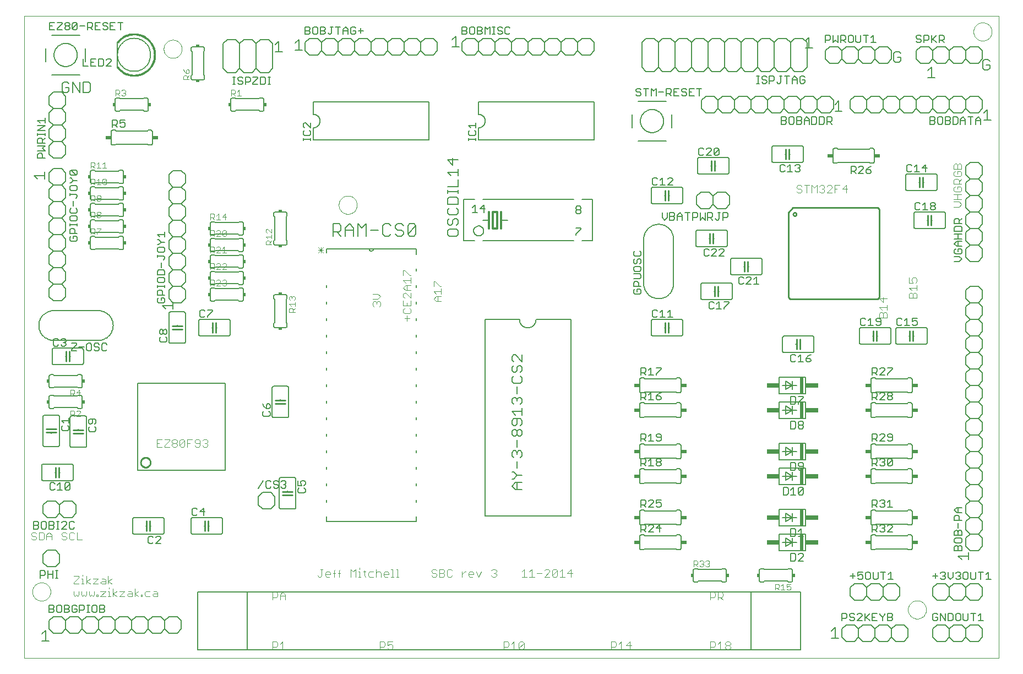
<source format=gto>
G75*
%MOIN*%
%OFA0B0*%
%FSLAX24Y24*%
%IPPOS*%
%LPD*%
%AMOC8*
5,1,8,0,0,1.08239X$1,22.5*
%
%ADD10C,0.0000*%
%ADD11C,0.0060*%
%ADD12C,0.0040*%
%ADD13C,0.0050*%
%ADD14C,0.0120*%
%ADD15C,0.0070*%
%ADD16C,0.0080*%
%ADD17R,0.0150X0.0200*%
%ADD18C,0.0100*%
%ADD19C,0.0010*%
%ADD20R,0.0340X0.0240*%
%ADD21R,0.0200X0.0150*%
%ADD22C,0.0030*%
%ADD23R,0.0200X0.1000*%
%ADD24R,0.0750X0.0300*%
D10*
X000180Y000180D02*
X000180Y039050D01*
X059172Y039050D01*
X059172Y000180D01*
X000180Y000180D01*
X000667Y004193D02*
X000669Y004240D01*
X000675Y004286D01*
X000685Y004332D01*
X000698Y004377D01*
X000716Y004420D01*
X000737Y004462D01*
X000761Y004502D01*
X000789Y004539D01*
X000820Y004574D01*
X000854Y004607D01*
X000890Y004636D01*
X000929Y004662D01*
X000970Y004685D01*
X001013Y004704D01*
X001057Y004720D01*
X001102Y004732D01*
X001148Y004740D01*
X001195Y004744D01*
X001241Y004744D01*
X001288Y004740D01*
X001334Y004732D01*
X001379Y004720D01*
X001423Y004704D01*
X001466Y004685D01*
X001507Y004662D01*
X001546Y004636D01*
X001582Y004607D01*
X001616Y004574D01*
X001647Y004539D01*
X001675Y004502D01*
X001699Y004462D01*
X001720Y004420D01*
X001738Y004377D01*
X001751Y004332D01*
X001761Y004286D01*
X001767Y004240D01*
X001769Y004193D01*
X001767Y004146D01*
X001761Y004100D01*
X001751Y004054D01*
X001738Y004009D01*
X001720Y003966D01*
X001699Y003924D01*
X001675Y003884D01*
X001647Y003847D01*
X001616Y003812D01*
X001582Y003779D01*
X001546Y003750D01*
X001507Y003724D01*
X001466Y003701D01*
X001423Y003682D01*
X001379Y003666D01*
X001334Y003654D01*
X001288Y003646D01*
X001241Y003642D01*
X001195Y003642D01*
X001148Y003646D01*
X001102Y003654D01*
X001057Y003666D01*
X001013Y003682D01*
X000970Y003701D01*
X000929Y003724D01*
X000890Y003750D01*
X000854Y003779D01*
X000820Y003812D01*
X000789Y003847D01*
X000761Y003884D01*
X000737Y003924D01*
X000716Y003966D01*
X000698Y004009D01*
X000685Y004054D01*
X000675Y004100D01*
X000669Y004146D01*
X000667Y004193D01*
X019217Y027605D02*
X019219Y027652D01*
X019225Y027698D01*
X019235Y027744D01*
X019248Y027789D01*
X019266Y027832D01*
X019287Y027874D01*
X019311Y027914D01*
X019339Y027951D01*
X019370Y027986D01*
X019404Y028019D01*
X019440Y028048D01*
X019479Y028074D01*
X019520Y028097D01*
X019563Y028116D01*
X019607Y028132D01*
X019652Y028144D01*
X019698Y028152D01*
X019745Y028156D01*
X019791Y028156D01*
X019838Y028152D01*
X019884Y028144D01*
X019929Y028132D01*
X019973Y028116D01*
X020016Y028097D01*
X020057Y028074D01*
X020096Y028048D01*
X020132Y028019D01*
X020166Y027986D01*
X020197Y027951D01*
X020225Y027914D01*
X020249Y027874D01*
X020270Y027832D01*
X020288Y027789D01*
X020301Y027744D01*
X020311Y027698D01*
X020317Y027652D01*
X020319Y027605D01*
X020317Y027558D01*
X020311Y027512D01*
X020301Y027466D01*
X020288Y027421D01*
X020270Y027378D01*
X020249Y027336D01*
X020225Y027296D01*
X020197Y027259D01*
X020166Y027224D01*
X020132Y027191D01*
X020096Y027162D01*
X020057Y027136D01*
X020016Y027113D01*
X019973Y027094D01*
X019929Y027078D01*
X019884Y027066D01*
X019838Y027058D01*
X019791Y027054D01*
X019745Y027054D01*
X019698Y027058D01*
X019652Y027066D01*
X019607Y027078D01*
X019563Y027094D01*
X019520Y027113D01*
X019479Y027136D01*
X019440Y027162D01*
X019404Y027191D01*
X019370Y027224D01*
X019339Y027259D01*
X019311Y027296D01*
X019287Y027336D01*
X019266Y027378D01*
X019248Y027421D01*
X019235Y027466D01*
X019225Y027512D01*
X019219Y027558D01*
X019217Y027605D01*
X008617Y037043D02*
X008619Y037090D01*
X008625Y037136D01*
X008635Y037182D01*
X008648Y037227D01*
X008666Y037270D01*
X008687Y037312D01*
X008711Y037352D01*
X008739Y037389D01*
X008770Y037424D01*
X008804Y037457D01*
X008840Y037486D01*
X008879Y037512D01*
X008920Y037535D01*
X008963Y037554D01*
X009007Y037570D01*
X009052Y037582D01*
X009098Y037590D01*
X009145Y037594D01*
X009191Y037594D01*
X009238Y037590D01*
X009284Y037582D01*
X009329Y037570D01*
X009373Y037554D01*
X009416Y037535D01*
X009457Y037512D01*
X009496Y037486D01*
X009532Y037457D01*
X009566Y037424D01*
X009597Y037389D01*
X009625Y037352D01*
X009649Y037312D01*
X009670Y037270D01*
X009688Y037227D01*
X009701Y037182D01*
X009711Y037136D01*
X009717Y037090D01*
X009719Y037043D01*
X009717Y036996D01*
X009711Y036950D01*
X009701Y036904D01*
X009688Y036859D01*
X009670Y036816D01*
X009649Y036774D01*
X009625Y036734D01*
X009597Y036697D01*
X009566Y036662D01*
X009532Y036629D01*
X009496Y036600D01*
X009457Y036574D01*
X009416Y036551D01*
X009373Y036532D01*
X009329Y036516D01*
X009284Y036504D01*
X009238Y036496D01*
X009191Y036492D01*
X009145Y036492D01*
X009098Y036496D01*
X009052Y036504D01*
X009007Y036516D01*
X008963Y036532D01*
X008920Y036551D01*
X008879Y036574D01*
X008840Y036600D01*
X008804Y036629D01*
X008770Y036662D01*
X008739Y036697D01*
X008711Y036734D01*
X008687Y036774D01*
X008666Y036816D01*
X008648Y036859D01*
X008635Y036904D01*
X008625Y036950D01*
X008619Y036996D01*
X008617Y037043D01*
X057642Y038093D02*
X057644Y038140D01*
X057650Y038186D01*
X057660Y038232D01*
X057673Y038277D01*
X057691Y038320D01*
X057712Y038362D01*
X057736Y038402D01*
X057764Y038439D01*
X057795Y038474D01*
X057829Y038507D01*
X057865Y038536D01*
X057904Y038562D01*
X057945Y038585D01*
X057988Y038604D01*
X058032Y038620D01*
X058077Y038632D01*
X058123Y038640D01*
X058170Y038644D01*
X058216Y038644D01*
X058263Y038640D01*
X058309Y038632D01*
X058354Y038620D01*
X058398Y038604D01*
X058441Y038585D01*
X058482Y038562D01*
X058521Y038536D01*
X058557Y038507D01*
X058591Y038474D01*
X058622Y038439D01*
X058650Y038402D01*
X058674Y038362D01*
X058695Y038320D01*
X058713Y038277D01*
X058726Y038232D01*
X058736Y038186D01*
X058742Y038140D01*
X058744Y038093D01*
X058742Y038046D01*
X058736Y038000D01*
X058726Y037954D01*
X058713Y037909D01*
X058695Y037866D01*
X058674Y037824D01*
X058650Y037784D01*
X058622Y037747D01*
X058591Y037712D01*
X058557Y037679D01*
X058521Y037650D01*
X058482Y037624D01*
X058441Y037601D01*
X058398Y037582D01*
X058354Y037566D01*
X058309Y037554D01*
X058263Y037546D01*
X058216Y037542D01*
X058170Y037542D01*
X058123Y037546D01*
X058077Y037554D01*
X058032Y037566D01*
X057988Y037582D01*
X057945Y037601D01*
X057904Y037624D01*
X057865Y037650D01*
X057829Y037679D01*
X057795Y037712D01*
X057764Y037747D01*
X057736Y037784D01*
X057712Y037824D01*
X057691Y037866D01*
X057673Y037909D01*
X057660Y037954D01*
X057650Y038000D01*
X057644Y038046D01*
X057642Y038093D01*
X053679Y003105D02*
X053681Y003152D01*
X053687Y003198D01*
X053697Y003244D01*
X053710Y003289D01*
X053728Y003332D01*
X053749Y003374D01*
X053773Y003414D01*
X053801Y003451D01*
X053832Y003486D01*
X053866Y003519D01*
X053902Y003548D01*
X053941Y003574D01*
X053982Y003597D01*
X054025Y003616D01*
X054069Y003632D01*
X054114Y003644D01*
X054160Y003652D01*
X054207Y003656D01*
X054253Y003656D01*
X054300Y003652D01*
X054346Y003644D01*
X054391Y003632D01*
X054435Y003616D01*
X054478Y003597D01*
X054519Y003574D01*
X054558Y003548D01*
X054594Y003519D01*
X054628Y003486D01*
X054659Y003451D01*
X054687Y003414D01*
X054711Y003374D01*
X054732Y003332D01*
X054750Y003289D01*
X054763Y003244D01*
X054773Y003198D01*
X054779Y003152D01*
X054781Y003105D01*
X054779Y003058D01*
X054773Y003012D01*
X054763Y002966D01*
X054750Y002921D01*
X054732Y002878D01*
X054711Y002836D01*
X054687Y002796D01*
X054659Y002759D01*
X054628Y002724D01*
X054594Y002691D01*
X054558Y002662D01*
X054519Y002636D01*
X054478Y002613D01*
X054435Y002594D01*
X054391Y002578D01*
X054346Y002566D01*
X054300Y002558D01*
X054253Y002554D01*
X054207Y002554D01*
X054160Y002558D01*
X054114Y002566D01*
X054069Y002578D01*
X054025Y002594D01*
X053982Y002613D01*
X053941Y002636D01*
X053902Y002662D01*
X053866Y002691D01*
X053832Y002724D01*
X053801Y002759D01*
X053773Y002796D01*
X053749Y002836D01*
X053728Y002878D01*
X053710Y002921D01*
X053697Y002966D01*
X053687Y003012D01*
X053681Y003058D01*
X053679Y003105D01*
D11*
X052930Y003680D02*
X052430Y003680D01*
X052180Y003930D01*
X051930Y003680D01*
X051430Y003680D01*
X051180Y003930D01*
X050930Y003680D01*
X050430Y003680D01*
X050180Y003930D01*
X050180Y004430D01*
X050430Y004680D01*
X050930Y004680D01*
X051180Y004430D01*
X051430Y004680D01*
X051930Y004680D01*
X052180Y004430D01*
X052430Y004680D01*
X052930Y004680D01*
X053180Y004430D01*
X053180Y003930D01*
X052930Y003680D01*
X052180Y003930D02*
X052180Y004430D01*
X051180Y004430D02*
X051180Y003930D01*
X050930Y002180D02*
X051430Y002180D01*
X051680Y001930D01*
X051680Y001430D01*
X051430Y001180D01*
X050930Y001180D01*
X050680Y001430D01*
X050430Y001180D01*
X049930Y001180D01*
X049680Y001430D01*
X049680Y001930D01*
X049930Y002180D01*
X050430Y002180D01*
X050680Y001930D01*
X050930Y002180D01*
X050680Y001930D02*
X050680Y001430D01*
X051680Y001430D02*
X051930Y001180D01*
X052430Y001180D01*
X052680Y001430D01*
X052930Y001180D01*
X053430Y001180D01*
X053680Y001430D01*
X053680Y001930D01*
X053430Y002180D01*
X052930Y002180D01*
X052680Y001930D01*
X052680Y001430D01*
X052680Y001930D02*
X052430Y002180D01*
X051930Y002180D01*
X051680Y001930D01*
X049475Y001385D02*
X049048Y001385D01*
X049261Y001385D02*
X049261Y002026D01*
X049048Y001812D01*
X046580Y004780D02*
X046430Y004780D01*
X046380Y004830D01*
X044980Y004830D01*
X044930Y004780D01*
X044780Y004780D01*
X044763Y004782D01*
X044746Y004786D01*
X044730Y004793D01*
X044716Y004803D01*
X044703Y004816D01*
X044693Y004830D01*
X044686Y004846D01*
X044682Y004863D01*
X044680Y004880D01*
X044680Y005480D01*
X044682Y005497D01*
X044686Y005514D01*
X044693Y005530D01*
X044703Y005544D01*
X044716Y005557D01*
X044730Y005567D01*
X044746Y005574D01*
X044763Y005578D01*
X044780Y005580D01*
X044930Y005580D01*
X044980Y005530D01*
X046380Y005530D01*
X046430Y005580D01*
X046580Y005580D01*
X046597Y005578D01*
X046614Y005574D01*
X046630Y005567D01*
X046644Y005557D01*
X046657Y005544D01*
X046667Y005530D01*
X046674Y005514D01*
X046678Y005497D01*
X046680Y005480D01*
X046680Y004880D01*
X046678Y004863D01*
X046674Y004846D01*
X046667Y004830D01*
X046657Y004816D01*
X046644Y004803D01*
X046630Y004793D01*
X046614Y004786D01*
X046597Y004782D01*
X046580Y004780D01*
X045880Y006680D02*
X047480Y006680D01*
X047480Y007680D01*
X045880Y007680D01*
X045880Y006680D01*
X046280Y006930D02*
X046680Y007180D01*
X046680Y007430D01*
X046680Y007180D02*
X046680Y006930D01*
X046680Y007180D02*
X046080Y007180D01*
X046280Y007430D02*
X046680Y007180D01*
X046930Y007180D01*
X046280Y006930D02*
X046280Y007430D01*
X045880Y008180D02*
X047480Y008180D01*
X047480Y009180D01*
X045880Y009180D01*
X045880Y008180D01*
X046280Y008430D02*
X046680Y008680D01*
X046680Y008930D01*
X046680Y008680D02*
X046680Y008430D01*
X046680Y008680D02*
X046080Y008680D01*
X046280Y008930D02*
X046680Y008680D01*
X046930Y008680D01*
X046280Y008430D02*
X046280Y008930D01*
X045880Y010680D02*
X047480Y010680D01*
X047480Y011680D01*
X045880Y011680D01*
X045880Y010680D01*
X046280Y010930D02*
X046680Y011180D01*
X046680Y011430D01*
X046680Y011180D02*
X046080Y011180D01*
X046280Y010930D02*
X046280Y011430D01*
X046680Y011180D01*
X046680Y010930D01*
X046680Y011180D02*
X046930Y011180D01*
X047480Y012180D02*
X045880Y012180D01*
X045880Y013180D01*
X047480Y013180D01*
X047480Y012180D01*
X046680Y012430D02*
X046680Y012680D01*
X046680Y012930D01*
X046680Y012680D02*
X046280Y012430D01*
X046280Y012930D01*
X046680Y012680D01*
X046080Y012680D01*
X046680Y012680D02*
X046930Y012680D01*
X047480Y014680D02*
X045880Y014680D01*
X045880Y015680D01*
X047480Y015680D01*
X047480Y014680D01*
X046930Y015180D02*
X046680Y015180D01*
X046680Y015430D01*
X046680Y015180D02*
X046080Y015180D01*
X046280Y014930D02*
X046680Y015180D01*
X046680Y014930D01*
X046680Y015180D02*
X046280Y015430D01*
X046280Y014930D01*
X045880Y016180D02*
X047480Y016180D01*
X047480Y017180D01*
X045880Y017180D01*
X045880Y016180D01*
X046280Y016430D02*
X046680Y016680D01*
X046680Y016930D01*
X046680Y016680D02*
X046080Y016680D01*
X046280Y016430D02*
X046280Y016930D01*
X046680Y016680D01*
X046680Y016430D01*
X046680Y016680D02*
X046930Y016680D01*
X046180Y018668D02*
X047880Y018668D01*
X047897Y018670D01*
X047914Y018674D01*
X047930Y018681D01*
X047944Y018691D01*
X047957Y018704D01*
X047967Y018718D01*
X047974Y018734D01*
X047978Y018751D01*
X047980Y018768D01*
X047980Y019568D01*
X047978Y019585D01*
X047974Y019602D01*
X047967Y019618D01*
X047957Y019632D01*
X047944Y019645D01*
X047930Y019655D01*
X047914Y019662D01*
X047897Y019666D01*
X047880Y019668D01*
X046180Y019668D01*
X046163Y019666D01*
X046146Y019662D01*
X046130Y019655D01*
X046116Y019645D01*
X046103Y019632D01*
X046093Y019618D01*
X046086Y019602D01*
X046082Y019585D01*
X046080Y019568D01*
X046080Y018768D01*
X046082Y018751D01*
X046086Y018734D01*
X046093Y018718D01*
X046103Y018704D01*
X046116Y018691D01*
X046130Y018681D01*
X046146Y018674D01*
X046163Y018670D01*
X046180Y018668D01*
X046880Y019168D02*
X046930Y019168D01*
X047130Y019168D02*
X047180Y019168D01*
X050730Y019280D02*
X050730Y020080D01*
X050732Y020097D01*
X050736Y020114D01*
X050743Y020130D01*
X050753Y020144D01*
X050766Y020157D01*
X050780Y020167D01*
X050796Y020174D01*
X050813Y020178D01*
X050830Y020180D01*
X052530Y020180D01*
X052547Y020178D01*
X052564Y020174D01*
X052580Y020167D01*
X052594Y020157D01*
X052607Y020144D01*
X052617Y020130D01*
X052624Y020114D01*
X052628Y020097D01*
X052630Y020080D01*
X052630Y019280D01*
X052628Y019263D01*
X052624Y019246D01*
X052617Y019230D01*
X052607Y019216D01*
X052594Y019203D01*
X052580Y019193D01*
X052564Y019186D01*
X052547Y019182D01*
X052530Y019180D01*
X050830Y019180D01*
X050813Y019182D01*
X050796Y019186D01*
X050780Y019193D01*
X050766Y019203D01*
X050753Y019216D01*
X050743Y019230D01*
X050736Y019246D01*
X050732Y019263D01*
X050730Y019280D01*
X051530Y019680D02*
X051580Y019680D01*
X051780Y019680D02*
X051830Y019680D01*
X052930Y020080D02*
X052930Y019280D01*
X052932Y019263D01*
X052936Y019246D01*
X052943Y019230D01*
X052953Y019216D01*
X052966Y019203D01*
X052980Y019193D01*
X052996Y019186D01*
X053013Y019182D01*
X053030Y019180D01*
X054730Y019180D01*
X054747Y019182D01*
X054764Y019186D01*
X054780Y019193D01*
X054794Y019203D01*
X054807Y019216D01*
X054817Y019230D01*
X054824Y019246D01*
X054828Y019263D01*
X054830Y019280D01*
X054830Y020080D01*
X054828Y020097D01*
X054824Y020114D01*
X054817Y020130D01*
X054807Y020144D01*
X054794Y020157D01*
X054780Y020167D01*
X054764Y020174D01*
X054747Y020178D01*
X054730Y020180D01*
X053030Y020180D01*
X053013Y020178D01*
X052996Y020174D01*
X052980Y020167D01*
X052966Y020157D01*
X052953Y020144D01*
X052943Y020130D01*
X052936Y020114D01*
X052932Y020097D01*
X052930Y020080D01*
X053730Y019680D02*
X053780Y019680D01*
X053980Y019680D02*
X054030Y019680D01*
X057180Y019430D02*
X057180Y018930D01*
X057430Y018680D01*
X057930Y018680D01*
X058180Y018930D01*
X058180Y019430D01*
X057930Y019680D01*
X058180Y019930D01*
X058180Y020430D01*
X057930Y020680D01*
X057430Y020680D01*
X057180Y020430D01*
X057180Y019930D01*
X057430Y019680D01*
X057930Y019680D01*
X057430Y019680D02*
X057180Y019430D01*
X057430Y018680D02*
X057180Y018430D01*
X057180Y017930D01*
X057430Y017680D01*
X057930Y017680D01*
X058180Y017430D01*
X058180Y016930D01*
X057930Y016680D01*
X058180Y016430D01*
X058180Y015930D01*
X057930Y015680D01*
X058180Y015430D01*
X058180Y014930D01*
X057930Y014680D01*
X058180Y014430D01*
X058180Y013930D01*
X057930Y013680D01*
X058180Y013430D01*
X058180Y012930D01*
X057930Y012680D01*
X058180Y012430D01*
X058180Y011930D01*
X057930Y011680D01*
X058180Y011430D01*
X058180Y010930D01*
X057930Y010680D01*
X058180Y010430D01*
X058180Y009930D01*
X057930Y009680D01*
X058180Y009430D01*
X058180Y008930D01*
X057930Y008680D01*
X058180Y008430D01*
X058180Y007930D01*
X057930Y007680D01*
X058180Y007430D01*
X058180Y006930D01*
X057930Y006680D01*
X057430Y006680D01*
X057180Y006930D01*
X057180Y007430D01*
X057430Y007680D01*
X057180Y007930D01*
X057180Y008430D01*
X057430Y008680D01*
X057930Y008680D01*
X057430Y008680D02*
X057180Y008930D01*
X057180Y009430D01*
X057430Y009680D01*
X057180Y009930D01*
X057180Y010430D01*
X057430Y010680D01*
X057180Y010930D01*
X057180Y011430D01*
X057430Y011680D01*
X057930Y011680D01*
X057430Y011680D02*
X057180Y011930D01*
X057180Y012430D01*
X057430Y012680D01*
X057180Y012930D01*
X057180Y013430D01*
X057430Y013680D01*
X057180Y013930D01*
X057180Y014430D01*
X057430Y014680D01*
X057930Y014680D01*
X057430Y014680D02*
X057180Y014930D01*
X057180Y015430D01*
X057430Y015680D01*
X057180Y015930D01*
X057180Y016430D01*
X057430Y016680D01*
X057180Y016930D01*
X057180Y017430D01*
X057430Y017680D01*
X057930Y017680D02*
X058180Y017930D01*
X058180Y018430D01*
X057930Y018680D01*
X057930Y016680D02*
X057430Y016680D01*
X057430Y015680D02*
X057930Y015680D01*
X057930Y013680D02*
X057430Y013680D01*
X057430Y012680D02*
X057930Y012680D01*
X057930Y010680D02*
X057430Y010680D01*
X057430Y009680D02*
X057930Y009680D01*
X057930Y007680D02*
X057430Y007680D01*
X057350Y006562D02*
X057350Y006135D01*
X057350Y006349D02*
X056709Y006349D01*
X056923Y006135D01*
X056930Y004680D02*
X057180Y004430D01*
X057430Y004680D01*
X057930Y004680D01*
X058180Y004430D01*
X058180Y003930D01*
X057930Y003680D01*
X057430Y003680D01*
X057180Y003930D01*
X056930Y003680D01*
X056430Y003680D01*
X056180Y003930D01*
X055930Y003680D01*
X055430Y003680D01*
X055180Y003930D01*
X055180Y004430D01*
X055430Y004680D01*
X055930Y004680D01*
X056180Y004430D01*
X056430Y004680D01*
X056930Y004680D01*
X057180Y004430D02*
X057180Y003930D01*
X056180Y003930D02*
X056180Y004430D01*
X055930Y002180D02*
X055430Y002180D01*
X055180Y001930D01*
X055180Y001430D01*
X055430Y001180D01*
X055930Y001180D01*
X056180Y001430D01*
X056430Y001180D01*
X056930Y001180D01*
X057180Y001430D01*
X057430Y001180D01*
X057930Y001180D01*
X058180Y001430D01*
X058180Y001930D01*
X057930Y002180D01*
X057430Y002180D01*
X057180Y001930D01*
X057180Y001430D01*
X057180Y001930D02*
X056930Y002180D01*
X056430Y002180D01*
X056180Y001930D01*
X056180Y001430D01*
X056180Y001930D02*
X055930Y002180D01*
X053830Y006730D02*
X053680Y006730D01*
X053630Y006780D01*
X051730Y006780D01*
X051680Y006730D01*
X051530Y006730D01*
X051513Y006732D01*
X051496Y006736D01*
X051480Y006743D01*
X051466Y006753D01*
X051453Y006766D01*
X051443Y006780D01*
X051436Y006796D01*
X051432Y006813D01*
X051430Y006830D01*
X051430Y007530D01*
X051432Y007547D01*
X051436Y007564D01*
X051443Y007580D01*
X051453Y007594D01*
X051466Y007607D01*
X051480Y007617D01*
X051496Y007624D01*
X051513Y007628D01*
X051530Y007630D01*
X051680Y007630D01*
X051730Y007580D01*
X053630Y007580D01*
X053680Y007630D01*
X053830Y007630D01*
X053847Y007628D01*
X053864Y007624D01*
X053880Y007617D01*
X053894Y007607D01*
X053907Y007594D01*
X053917Y007580D01*
X053924Y007564D01*
X053928Y007547D01*
X053930Y007530D01*
X053930Y006830D01*
X053928Y006813D01*
X053924Y006796D01*
X053917Y006780D01*
X053907Y006766D01*
X053894Y006753D01*
X053880Y006743D01*
X053864Y006736D01*
X053847Y006732D01*
X053830Y006730D01*
X053830Y008230D02*
X053680Y008230D01*
X053630Y008280D01*
X051730Y008280D01*
X051680Y008230D01*
X051530Y008230D01*
X051513Y008232D01*
X051496Y008236D01*
X051480Y008243D01*
X051466Y008253D01*
X051453Y008266D01*
X051443Y008280D01*
X051436Y008296D01*
X051432Y008313D01*
X051430Y008330D01*
X051430Y009030D01*
X051432Y009047D01*
X051436Y009064D01*
X051443Y009080D01*
X051453Y009094D01*
X051466Y009107D01*
X051480Y009117D01*
X051496Y009124D01*
X051513Y009128D01*
X051530Y009130D01*
X051680Y009130D01*
X051730Y009080D01*
X053630Y009080D01*
X053680Y009130D01*
X053830Y009130D01*
X053847Y009128D01*
X053864Y009124D01*
X053880Y009117D01*
X053894Y009107D01*
X053907Y009094D01*
X053917Y009080D01*
X053924Y009064D01*
X053928Y009047D01*
X053930Y009030D01*
X053930Y008330D01*
X053928Y008313D01*
X053924Y008296D01*
X053917Y008280D01*
X053907Y008266D01*
X053894Y008253D01*
X053880Y008243D01*
X053864Y008236D01*
X053847Y008232D01*
X053830Y008230D01*
X053830Y010730D02*
X053680Y010730D01*
X053630Y010780D01*
X051730Y010780D01*
X051680Y010730D01*
X051530Y010730D01*
X051513Y010732D01*
X051496Y010736D01*
X051480Y010743D01*
X051466Y010753D01*
X051453Y010766D01*
X051443Y010780D01*
X051436Y010796D01*
X051432Y010813D01*
X051430Y010830D01*
X051430Y011530D01*
X051432Y011547D01*
X051436Y011564D01*
X051443Y011580D01*
X051453Y011594D01*
X051466Y011607D01*
X051480Y011617D01*
X051496Y011624D01*
X051513Y011628D01*
X051530Y011630D01*
X051680Y011630D01*
X051730Y011580D01*
X053630Y011580D01*
X053680Y011630D01*
X053830Y011630D01*
X053847Y011628D01*
X053864Y011624D01*
X053880Y011617D01*
X053894Y011607D01*
X053907Y011594D01*
X053917Y011580D01*
X053924Y011564D01*
X053928Y011547D01*
X053930Y011530D01*
X053930Y010830D01*
X053928Y010813D01*
X053924Y010796D01*
X053917Y010780D01*
X053907Y010766D01*
X053894Y010753D01*
X053880Y010743D01*
X053864Y010736D01*
X053847Y010732D01*
X053830Y010730D01*
X053830Y012230D02*
X053680Y012230D01*
X053630Y012280D01*
X051730Y012280D01*
X051680Y012230D01*
X051530Y012230D01*
X051513Y012232D01*
X051496Y012236D01*
X051480Y012243D01*
X051466Y012253D01*
X051453Y012266D01*
X051443Y012280D01*
X051436Y012296D01*
X051432Y012313D01*
X051430Y012330D01*
X051430Y013030D01*
X051432Y013047D01*
X051436Y013064D01*
X051443Y013080D01*
X051453Y013094D01*
X051466Y013107D01*
X051480Y013117D01*
X051496Y013124D01*
X051513Y013128D01*
X051530Y013130D01*
X051680Y013130D01*
X051730Y013080D01*
X053630Y013080D01*
X053680Y013130D01*
X053830Y013130D01*
X053847Y013128D01*
X053864Y013124D01*
X053880Y013117D01*
X053894Y013107D01*
X053907Y013094D01*
X053917Y013080D01*
X053924Y013064D01*
X053928Y013047D01*
X053930Y013030D01*
X053930Y012330D01*
X053928Y012313D01*
X053924Y012296D01*
X053917Y012280D01*
X053907Y012266D01*
X053894Y012253D01*
X053880Y012243D01*
X053864Y012236D01*
X053847Y012232D01*
X053830Y012230D01*
X053830Y014730D02*
X053680Y014730D01*
X053630Y014780D01*
X051730Y014780D01*
X051680Y014730D01*
X051530Y014730D01*
X051513Y014732D01*
X051496Y014736D01*
X051480Y014743D01*
X051466Y014753D01*
X051453Y014766D01*
X051443Y014780D01*
X051436Y014796D01*
X051432Y014813D01*
X051430Y014830D01*
X051430Y015530D01*
X051432Y015547D01*
X051436Y015564D01*
X051443Y015580D01*
X051453Y015594D01*
X051466Y015607D01*
X051480Y015617D01*
X051496Y015624D01*
X051513Y015628D01*
X051530Y015630D01*
X051680Y015630D01*
X051730Y015580D01*
X053630Y015580D01*
X053680Y015630D01*
X053830Y015630D01*
X053847Y015628D01*
X053864Y015624D01*
X053880Y015617D01*
X053894Y015607D01*
X053907Y015594D01*
X053917Y015580D01*
X053924Y015564D01*
X053928Y015547D01*
X053930Y015530D01*
X053930Y014830D01*
X053928Y014813D01*
X053924Y014796D01*
X053917Y014780D01*
X053907Y014766D01*
X053894Y014753D01*
X053880Y014743D01*
X053864Y014736D01*
X053847Y014732D01*
X053830Y014730D01*
X053830Y016230D02*
X053680Y016230D01*
X053630Y016280D01*
X051730Y016280D01*
X051680Y016230D01*
X051530Y016230D01*
X051513Y016232D01*
X051496Y016236D01*
X051480Y016243D01*
X051466Y016253D01*
X051453Y016266D01*
X051443Y016280D01*
X051436Y016296D01*
X051432Y016313D01*
X051430Y016330D01*
X051430Y017030D01*
X051432Y017047D01*
X051436Y017064D01*
X051443Y017080D01*
X051453Y017094D01*
X051466Y017107D01*
X051480Y017117D01*
X051496Y017124D01*
X051513Y017128D01*
X051530Y017130D01*
X051680Y017130D01*
X051730Y017080D01*
X053630Y017080D01*
X053680Y017130D01*
X053830Y017130D01*
X053847Y017128D01*
X053864Y017124D01*
X053880Y017117D01*
X053894Y017107D01*
X053907Y017094D01*
X053917Y017080D01*
X053924Y017064D01*
X053928Y017047D01*
X053930Y017030D01*
X053930Y016330D01*
X053928Y016313D01*
X053924Y016296D01*
X053917Y016280D01*
X053907Y016266D01*
X053894Y016253D01*
X053880Y016243D01*
X053864Y016236D01*
X053847Y016232D01*
X053830Y016230D01*
X057430Y020680D02*
X057180Y020930D01*
X057180Y021430D01*
X057430Y021680D01*
X057180Y021930D01*
X057180Y022430D01*
X057430Y022680D01*
X057930Y022680D01*
X058180Y022430D01*
X058180Y021930D01*
X057930Y021680D01*
X058180Y021430D01*
X058180Y020930D01*
X057930Y020680D01*
X057930Y021680D02*
X057430Y021680D01*
X057430Y024180D02*
X057180Y024430D01*
X057180Y024930D01*
X057430Y025180D01*
X057180Y025430D01*
X057180Y025930D01*
X057430Y026180D01*
X057930Y026180D01*
X058180Y025930D01*
X058180Y025430D01*
X057930Y025180D01*
X058180Y024930D01*
X058180Y024430D01*
X057930Y024180D01*
X057430Y024180D01*
X057430Y025180D02*
X057930Y025180D01*
X057930Y026180D02*
X058180Y026430D01*
X058180Y026930D01*
X057930Y027180D01*
X058180Y027430D01*
X058180Y027930D01*
X057930Y028180D01*
X058180Y028430D01*
X058180Y028930D01*
X057930Y029180D01*
X058180Y029430D01*
X058180Y029930D01*
X057930Y030180D01*
X057430Y030180D01*
X057180Y029930D01*
X057180Y029430D01*
X057430Y029180D01*
X057930Y029180D01*
X057430Y029180D02*
X057180Y028930D01*
X057180Y028430D01*
X057430Y028180D01*
X057930Y028180D01*
X057430Y028180D02*
X057180Y027930D01*
X057180Y027430D01*
X057430Y027180D01*
X057930Y027180D01*
X057430Y027180D02*
X057180Y026930D01*
X057180Y026430D01*
X057430Y026180D01*
X055930Y026280D02*
X055930Y027080D01*
X055928Y027097D01*
X055924Y027114D01*
X055917Y027130D01*
X055907Y027144D01*
X055894Y027157D01*
X055880Y027167D01*
X055864Y027174D01*
X055847Y027178D01*
X055830Y027180D01*
X054130Y027180D01*
X054113Y027178D01*
X054096Y027174D01*
X054080Y027167D01*
X054066Y027157D01*
X054053Y027144D01*
X054043Y027130D01*
X054036Y027114D01*
X054032Y027097D01*
X054030Y027080D01*
X054030Y026280D01*
X054032Y026263D01*
X054036Y026246D01*
X054043Y026230D01*
X054053Y026216D01*
X054066Y026203D01*
X054080Y026193D01*
X054096Y026186D01*
X054113Y026182D01*
X054130Y026180D01*
X055830Y026180D01*
X055847Y026182D01*
X055864Y026186D01*
X055880Y026193D01*
X055894Y026203D01*
X055907Y026216D01*
X055917Y026230D01*
X055924Y026246D01*
X055928Y026263D01*
X055930Y026280D01*
X055130Y026680D02*
X055080Y026680D01*
X054880Y026680D02*
X054830Y026680D01*
X055330Y028480D02*
X053630Y028480D01*
X053613Y028482D01*
X053596Y028486D01*
X053580Y028493D01*
X053566Y028503D01*
X053553Y028516D01*
X053543Y028530D01*
X053536Y028546D01*
X053532Y028563D01*
X053530Y028580D01*
X053530Y029380D01*
X053532Y029397D01*
X053536Y029414D01*
X053543Y029430D01*
X053553Y029444D01*
X053566Y029457D01*
X053580Y029467D01*
X053596Y029474D01*
X053613Y029478D01*
X053630Y029480D01*
X055330Y029480D01*
X055347Y029478D01*
X055364Y029474D01*
X055380Y029467D01*
X055394Y029457D01*
X055407Y029444D01*
X055417Y029430D01*
X055424Y029414D01*
X055428Y029397D01*
X055430Y029380D01*
X055430Y028580D01*
X055428Y028563D01*
X055424Y028546D01*
X055417Y028530D01*
X055407Y028516D01*
X055394Y028503D01*
X055380Y028493D01*
X055364Y028486D01*
X055347Y028482D01*
X055330Y028480D01*
X054630Y028980D02*
X054580Y028980D01*
X054380Y028980D02*
X054330Y028980D01*
X051630Y030230D02*
X051630Y030930D01*
X051628Y030947D01*
X051624Y030964D01*
X051617Y030980D01*
X051607Y030994D01*
X051594Y031007D01*
X051580Y031017D01*
X051564Y031024D01*
X051547Y031028D01*
X051530Y031030D01*
X051380Y031030D01*
X051330Y030980D01*
X049430Y030980D01*
X049380Y031030D01*
X049230Y031030D01*
X049213Y031028D01*
X049196Y031024D01*
X049180Y031017D01*
X049166Y031007D01*
X049153Y030994D01*
X049143Y030980D01*
X049136Y030964D01*
X049132Y030947D01*
X049130Y030930D01*
X049130Y030230D01*
X049132Y030213D01*
X049136Y030196D01*
X049143Y030180D01*
X049153Y030166D01*
X049166Y030153D01*
X049180Y030143D01*
X049196Y030136D01*
X049213Y030132D01*
X049230Y030130D01*
X049380Y030130D01*
X049430Y030180D01*
X051330Y030180D01*
X051380Y030130D01*
X051530Y030130D01*
X051547Y030132D01*
X051564Y030136D01*
X051580Y030143D01*
X051594Y030153D01*
X051607Y030166D01*
X051617Y030180D01*
X051624Y030196D01*
X051628Y030213D01*
X051630Y030230D01*
X047330Y030280D02*
X047330Y031080D01*
X047328Y031097D01*
X047324Y031114D01*
X047317Y031130D01*
X047307Y031144D01*
X047294Y031157D01*
X047280Y031167D01*
X047264Y031174D01*
X047247Y031178D01*
X047230Y031180D01*
X045530Y031180D01*
X045513Y031178D01*
X045496Y031174D01*
X045480Y031167D01*
X045466Y031157D01*
X045453Y031144D01*
X045443Y031130D01*
X045436Y031114D01*
X045432Y031097D01*
X045430Y031080D01*
X045430Y030280D01*
X045432Y030263D01*
X045436Y030246D01*
X045443Y030230D01*
X045453Y030216D01*
X045466Y030203D01*
X045480Y030193D01*
X045496Y030186D01*
X045513Y030182D01*
X045530Y030180D01*
X047230Y030180D01*
X047247Y030182D01*
X047264Y030186D01*
X047280Y030193D01*
X047294Y030203D01*
X047307Y030216D01*
X047317Y030230D01*
X047324Y030246D01*
X047328Y030263D01*
X047330Y030280D01*
X046530Y030680D02*
X046480Y030680D01*
X046280Y030680D02*
X046230Y030680D01*
X042830Y030380D02*
X042830Y029580D01*
X042828Y029563D01*
X042824Y029546D01*
X042817Y029530D01*
X042807Y029516D01*
X042794Y029503D01*
X042780Y029493D01*
X042764Y029486D01*
X042747Y029482D01*
X042730Y029480D01*
X041030Y029480D01*
X041013Y029482D01*
X040996Y029486D01*
X040980Y029493D01*
X040966Y029503D01*
X040953Y029516D01*
X040943Y029530D01*
X040936Y029546D01*
X040932Y029563D01*
X040930Y029580D01*
X040930Y030380D01*
X040932Y030397D01*
X040936Y030414D01*
X040943Y030430D01*
X040953Y030444D01*
X040966Y030457D01*
X040980Y030467D01*
X040996Y030474D01*
X041013Y030478D01*
X041030Y030480D01*
X042730Y030480D01*
X042747Y030478D01*
X042764Y030474D01*
X042780Y030467D01*
X042794Y030457D01*
X042807Y030444D01*
X042817Y030430D01*
X042824Y030414D01*
X042828Y030397D01*
X042830Y030380D01*
X042030Y029980D02*
X041980Y029980D01*
X041780Y029980D02*
X041730Y029980D01*
X041630Y028380D02*
X041130Y028380D01*
X040880Y028130D01*
X040880Y027630D01*
X041130Y027380D01*
X041630Y027380D01*
X041880Y027630D01*
X041880Y028130D01*
X041630Y028380D01*
X041880Y028130D02*
X042130Y028380D01*
X042630Y028380D01*
X042880Y028130D01*
X042880Y027630D01*
X042630Y027380D01*
X042130Y027380D01*
X041880Y027630D01*
X040030Y027780D02*
X040030Y028580D01*
X040028Y028597D01*
X040024Y028614D01*
X040017Y028630D01*
X040007Y028644D01*
X039994Y028657D01*
X039980Y028667D01*
X039964Y028674D01*
X039947Y028678D01*
X039930Y028680D01*
X038230Y028680D01*
X038213Y028678D01*
X038196Y028674D01*
X038180Y028667D01*
X038166Y028657D01*
X038153Y028644D01*
X038143Y028630D01*
X038136Y028614D01*
X038132Y028597D01*
X038130Y028580D01*
X038130Y027780D01*
X038132Y027763D01*
X038136Y027746D01*
X038143Y027730D01*
X038153Y027716D01*
X038166Y027703D01*
X038180Y027693D01*
X038196Y027686D01*
X038213Y027682D01*
X038230Y027680D01*
X039930Y027680D01*
X039947Y027682D01*
X039964Y027686D01*
X039980Y027693D01*
X039994Y027703D01*
X040007Y027716D01*
X040017Y027730D01*
X040024Y027746D01*
X040028Y027763D01*
X040030Y027780D01*
X039230Y028180D02*
X039180Y028180D01*
X038980Y028180D02*
X038930Y028180D01*
X040930Y026080D02*
X042630Y026080D01*
X042647Y026078D01*
X042664Y026074D01*
X042680Y026067D01*
X042694Y026057D01*
X042707Y026044D01*
X042717Y026030D01*
X042724Y026014D01*
X042728Y025997D01*
X042730Y025980D01*
X042730Y025180D01*
X042728Y025163D01*
X042724Y025146D01*
X042717Y025130D01*
X042707Y025116D01*
X042694Y025103D01*
X042680Y025093D01*
X042664Y025086D01*
X042647Y025082D01*
X042630Y025080D01*
X040930Y025080D01*
X040913Y025082D01*
X040896Y025086D01*
X040880Y025093D01*
X040866Y025103D01*
X040853Y025116D01*
X040843Y025130D01*
X040836Y025146D01*
X040832Y025163D01*
X040830Y025180D01*
X040830Y025980D01*
X040832Y025997D01*
X040836Y026014D01*
X040843Y026030D01*
X040853Y026044D01*
X040866Y026057D01*
X040880Y026067D01*
X040896Y026074D01*
X040913Y026078D01*
X040930Y026080D01*
X041630Y025580D02*
X041680Y025580D01*
X041880Y025580D02*
X041930Y025580D01*
X043030Y024380D02*
X044730Y024380D01*
X044747Y024378D01*
X044764Y024374D01*
X044780Y024367D01*
X044794Y024357D01*
X044807Y024344D01*
X044817Y024330D01*
X044824Y024314D01*
X044828Y024297D01*
X044830Y024280D01*
X044830Y023480D01*
X044828Y023463D01*
X044824Y023446D01*
X044817Y023430D01*
X044807Y023416D01*
X044794Y023403D01*
X044780Y023393D01*
X044764Y023386D01*
X044747Y023382D01*
X044730Y023380D01*
X043030Y023380D01*
X043013Y023382D01*
X042996Y023386D01*
X042980Y023393D01*
X042966Y023403D01*
X042953Y023416D01*
X042943Y023430D01*
X042936Y023446D01*
X042932Y023463D01*
X042930Y023480D01*
X042930Y024280D01*
X042932Y024297D01*
X042936Y024314D01*
X042943Y024330D01*
X042953Y024344D01*
X042966Y024357D01*
X042980Y024367D01*
X042996Y024374D01*
X043013Y024378D01*
X043030Y024380D01*
X043730Y023880D02*
X043780Y023880D01*
X043980Y023880D02*
X044030Y023880D01*
X042930Y022880D02*
X041230Y022880D01*
X041213Y022878D01*
X041196Y022874D01*
X041180Y022867D01*
X041166Y022857D01*
X041153Y022844D01*
X041143Y022830D01*
X041136Y022814D01*
X041132Y022797D01*
X041130Y022780D01*
X041130Y021980D01*
X041132Y021963D01*
X041136Y021946D01*
X041143Y021930D01*
X041153Y021916D01*
X041166Y021903D01*
X041180Y021893D01*
X041196Y021886D01*
X041213Y021882D01*
X041230Y021880D01*
X042930Y021880D01*
X042947Y021882D01*
X042964Y021886D01*
X042980Y021893D01*
X042994Y021903D01*
X043007Y021916D01*
X043017Y021930D01*
X043024Y021946D01*
X043028Y021963D01*
X043030Y021980D01*
X043030Y022780D01*
X043028Y022797D01*
X043024Y022814D01*
X043017Y022830D01*
X043007Y022844D01*
X042994Y022857D01*
X042980Y022867D01*
X042964Y022874D01*
X042947Y022878D01*
X042930Y022880D01*
X042230Y022380D02*
X042180Y022380D01*
X041980Y022380D02*
X041930Y022380D01*
X040030Y020580D02*
X040030Y019780D01*
X040028Y019763D01*
X040024Y019746D01*
X040017Y019730D01*
X040007Y019716D01*
X039994Y019703D01*
X039980Y019693D01*
X039964Y019686D01*
X039947Y019682D01*
X039930Y019680D01*
X038230Y019680D01*
X038213Y019682D01*
X038196Y019686D01*
X038180Y019693D01*
X038166Y019703D01*
X038153Y019716D01*
X038143Y019730D01*
X038136Y019746D01*
X038132Y019763D01*
X038130Y019780D01*
X038130Y020580D01*
X038132Y020597D01*
X038136Y020614D01*
X038143Y020630D01*
X038153Y020644D01*
X038166Y020657D01*
X038180Y020667D01*
X038196Y020674D01*
X038213Y020678D01*
X038230Y020680D01*
X039930Y020680D01*
X039947Y020678D01*
X039964Y020674D01*
X039980Y020667D01*
X039994Y020657D01*
X040007Y020644D01*
X040017Y020630D01*
X040024Y020614D01*
X040028Y020597D01*
X040030Y020580D01*
X039230Y020180D02*
X039180Y020180D01*
X038980Y020180D02*
X038930Y020180D01*
X039680Y017130D02*
X039830Y017130D01*
X039847Y017128D01*
X039864Y017124D01*
X039880Y017117D01*
X039894Y017107D01*
X039907Y017094D01*
X039917Y017080D01*
X039924Y017064D01*
X039928Y017047D01*
X039930Y017030D01*
X039930Y016330D01*
X039928Y016313D01*
X039924Y016296D01*
X039917Y016280D01*
X039907Y016266D01*
X039894Y016253D01*
X039880Y016243D01*
X039864Y016236D01*
X039847Y016232D01*
X039830Y016230D01*
X039680Y016230D01*
X039630Y016280D01*
X037730Y016280D01*
X037680Y016230D01*
X037530Y016230D01*
X037513Y016232D01*
X037496Y016236D01*
X037480Y016243D01*
X037466Y016253D01*
X037453Y016266D01*
X037443Y016280D01*
X037436Y016296D01*
X037432Y016313D01*
X037430Y016330D01*
X037430Y017030D01*
X037432Y017047D01*
X037436Y017064D01*
X037443Y017080D01*
X037453Y017094D01*
X037466Y017107D01*
X037480Y017117D01*
X037496Y017124D01*
X037513Y017128D01*
X037530Y017130D01*
X037680Y017130D01*
X037730Y017080D01*
X039630Y017080D01*
X039680Y017130D01*
X039680Y015630D02*
X039830Y015630D01*
X039847Y015628D01*
X039864Y015624D01*
X039880Y015617D01*
X039894Y015607D01*
X039907Y015594D01*
X039917Y015580D01*
X039924Y015564D01*
X039928Y015547D01*
X039930Y015530D01*
X039930Y014830D01*
X039928Y014813D01*
X039924Y014796D01*
X039917Y014780D01*
X039907Y014766D01*
X039894Y014753D01*
X039880Y014743D01*
X039864Y014736D01*
X039847Y014732D01*
X039830Y014730D01*
X039680Y014730D01*
X039630Y014780D01*
X037730Y014780D01*
X037680Y014730D01*
X037530Y014730D01*
X037513Y014732D01*
X037496Y014736D01*
X037480Y014743D01*
X037466Y014753D01*
X037453Y014766D01*
X037443Y014780D01*
X037436Y014796D01*
X037432Y014813D01*
X037430Y014830D01*
X037430Y015530D01*
X037432Y015547D01*
X037436Y015564D01*
X037443Y015580D01*
X037453Y015594D01*
X037466Y015607D01*
X037480Y015617D01*
X037496Y015624D01*
X037513Y015628D01*
X037530Y015630D01*
X037680Y015630D01*
X037730Y015580D01*
X039630Y015580D01*
X039680Y015630D01*
X039680Y013130D02*
X039830Y013130D01*
X039847Y013128D01*
X039864Y013124D01*
X039880Y013117D01*
X039894Y013107D01*
X039907Y013094D01*
X039917Y013080D01*
X039924Y013064D01*
X039928Y013047D01*
X039930Y013030D01*
X039930Y012330D01*
X039928Y012313D01*
X039924Y012296D01*
X039917Y012280D01*
X039907Y012266D01*
X039894Y012253D01*
X039880Y012243D01*
X039864Y012236D01*
X039847Y012232D01*
X039830Y012230D01*
X039680Y012230D01*
X039630Y012280D01*
X037730Y012280D01*
X037680Y012230D01*
X037530Y012230D01*
X037513Y012232D01*
X037496Y012236D01*
X037480Y012243D01*
X037466Y012253D01*
X037453Y012266D01*
X037443Y012280D01*
X037436Y012296D01*
X037432Y012313D01*
X037430Y012330D01*
X037430Y013030D01*
X037432Y013047D01*
X037436Y013064D01*
X037443Y013080D01*
X037453Y013094D01*
X037466Y013107D01*
X037480Y013117D01*
X037496Y013124D01*
X037513Y013128D01*
X037530Y013130D01*
X037680Y013130D01*
X037730Y013080D01*
X039630Y013080D01*
X039680Y013130D01*
X039680Y011630D02*
X039830Y011630D01*
X039847Y011628D01*
X039864Y011624D01*
X039880Y011617D01*
X039894Y011607D01*
X039907Y011594D01*
X039917Y011580D01*
X039924Y011564D01*
X039928Y011547D01*
X039930Y011530D01*
X039930Y010830D01*
X039928Y010813D01*
X039924Y010796D01*
X039917Y010780D01*
X039907Y010766D01*
X039894Y010753D01*
X039880Y010743D01*
X039864Y010736D01*
X039847Y010732D01*
X039830Y010730D01*
X039680Y010730D01*
X039630Y010780D01*
X037730Y010780D01*
X037680Y010730D01*
X037530Y010730D01*
X037513Y010732D01*
X037496Y010736D01*
X037480Y010743D01*
X037466Y010753D01*
X037453Y010766D01*
X037443Y010780D01*
X037436Y010796D01*
X037432Y010813D01*
X037430Y010830D01*
X037430Y011530D01*
X037432Y011547D01*
X037436Y011564D01*
X037443Y011580D01*
X037453Y011594D01*
X037466Y011607D01*
X037480Y011617D01*
X037496Y011624D01*
X037513Y011628D01*
X037530Y011630D01*
X037680Y011630D01*
X037730Y011580D01*
X039630Y011580D01*
X039680Y011630D01*
X039680Y009130D02*
X039830Y009130D01*
X039847Y009128D01*
X039864Y009124D01*
X039880Y009117D01*
X039894Y009107D01*
X039907Y009094D01*
X039917Y009080D01*
X039924Y009064D01*
X039928Y009047D01*
X039930Y009030D01*
X039930Y008330D01*
X039928Y008313D01*
X039924Y008296D01*
X039917Y008280D01*
X039907Y008266D01*
X039894Y008253D01*
X039880Y008243D01*
X039864Y008236D01*
X039847Y008232D01*
X039830Y008230D01*
X039680Y008230D01*
X039630Y008280D01*
X037730Y008280D01*
X037680Y008230D01*
X037530Y008230D01*
X037513Y008232D01*
X037496Y008236D01*
X037480Y008243D01*
X037466Y008253D01*
X037453Y008266D01*
X037443Y008280D01*
X037436Y008296D01*
X037432Y008313D01*
X037430Y008330D01*
X037430Y009030D01*
X037432Y009047D01*
X037436Y009064D01*
X037443Y009080D01*
X037453Y009094D01*
X037466Y009107D01*
X037480Y009117D01*
X037496Y009124D01*
X037513Y009128D01*
X037530Y009130D01*
X037680Y009130D01*
X037730Y009080D01*
X039630Y009080D01*
X039680Y009130D01*
X039680Y007630D02*
X039830Y007630D01*
X039847Y007628D01*
X039864Y007624D01*
X039880Y007617D01*
X039894Y007607D01*
X039907Y007594D01*
X039917Y007580D01*
X039924Y007564D01*
X039928Y007547D01*
X039930Y007530D01*
X039930Y006830D01*
X039928Y006813D01*
X039924Y006796D01*
X039917Y006780D01*
X039907Y006766D01*
X039894Y006753D01*
X039880Y006743D01*
X039864Y006736D01*
X039847Y006732D01*
X039830Y006730D01*
X039680Y006730D01*
X039630Y006780D01*
X037730Y006780D01*
X037680Y006730D01*
X037530Y006730D01*
X037513Y006732D01*
X037496Y006736D01*
X037480Y006743D01*
X037466Y006753D01*
X037453Y006766D01*
X037443Y006780D01*
X037436Y006796D01*
X037432Y006813D01*
X037430Y006830D01*
X037430Y007530D01*
X037432Y007547D01*
X037436Y007564D01*
X037443Y007580D01*
X037453Y007594D01*
X037466Y007607D01*
X037480Y007617D01*
X037496Y007624D01*
X037513Y007628D01*
X037530Y007630D01*
X037680Y007630D01*
X037730Y007580D01*
X039630Y007580D01*
X039680Y007630D01*
X040780Y005580D02*
X040930Y005580D01*
X040980Y005530D01*
X042380Y005530D01*
X042430Y005580D01*
X042580Y005580D01*
X042597Y005578D01*
X042614Y005574D01*
X042630Y005567D01*
X042644Y005557D01*
X042657Y005544D01*
X042667Y005530D01*
X042674Y005514D01*
X042678Y005497D01*
X042680Y005480D01*
X042680Y004880D01*
X042678Y004863D01*
X042674Y004846D01*
X042667Y004830D01*
X042657Y004816D01*
X042644Y004803D01*
X042630Y004793D01*
X042614Y004786D01*
X042597Y004782D01*
X042580Y004780D01*
X042430Y004780D01*
X042380Y004830D01*
X040980Y004830D01*
X040930Y004780D01*
X040780Y004780D01*
X040763Y004782D01*
X040746Y004786D01*
X040730Y004793D01*
X040716Y004803D01*
X040703Y004816D01*
X040693Y004830D01*
X040686Y004846D01*
X040682Y004863D01*
X040680Y004880D01*
X040680Y005480D01*
X040682Y005497D01*
X040686Y005514D01*
X040693Y005530D01*
X040703Y005544D01*
X040716Y005557D01*
X040730Y005567D01*
X040746Y005574D01*
X040763Y005578D01*
X040780Y005580D01*
X033255Y008768D02*
X033255Y020668D01*
X031155Y020668D01*
X031153Y020624D01*
X031147Y020581D01*
X031138Y020539D01*
X031125Y020497D01*
X031108Y020457D01*
X031088Y020418D01*
X031065Y020381D01*
X031038Y020347D01*
X031009Y020314D01*
X030976Y020285D01*
X030942Y020258D01*
X030905Y020235D01*
X030866Y020215D01*
X030826Y020198D01*
X030784Y020185D01*
X030742Y020176D01*
X030699Y020170D01*
X030655Y020168D01*
X030611Y020170D01*
X030568Y020176D01*
X030526Y020185D01*
X030484Y020198D01*
X030444Y020215D01*
X030405Y020235D01*
X030368Y020258D01*
X030334Y020285D01*
X030301Y020314D01*
X030272Y020347D01*
X030245Y020381D01*
X030222Y020418D01*
X030202Y020457D01*
X030185Y020497D01*
X030172Y020539D01*
X030163Y020581D01*
X030157Y020624D01*
X030155Y020668D01*
X028055Y020668D01*
X028055Y008768D01*
X033255Y008768D01*
X023900Y008750D02*
X023900Y008430D01*
X018460Y008430D01*
X018460Y008750D01*
X018460Y009610D02*
X018460Y009750D01*
X018460Y010610D02*
X018460Y010750D01*
X018460Y011610D02*
X018460Y011750D01*
X018460Y012610D02*
X018460Y012750D01*
X018460Y013610D02*
X018460Y013750D01*
X018460Y014610D02*
X018460Y014750D01*
X018460Y015610D02*
X018460Y015750D01*
X018460Y016610D02*
X018460Y016750D01*
X018460Y017610D02*
X018460Y017750D01*
X018460Y018610D02*
X018460Y018750D01*
X018460Y019610D02*
X018460Y019750D01*
X018460Y020610D02*
X018460Y020750D01*
X018460Y021610D02*
X018460Y021750D01*
X018460Y022610D02*
X018460Y022750D01*
X016080Y022080D02*
X016080Y021930D01*
X016030Y021880D01*
X016030Y020480D01*
X016080Y020430D01*
X016080Y020280D01*
X016078Y020263D01*
X016074Y020246D01*
X016067Y020230D01*
X016057Y020216D01*
X016044Y020203D01*
X016030Y020193D01*
X016014Y020186D01*
X015997Y020182D01*
X015980Y020180D01*
X015380Y020180D01*
X015363Y020182D01*
X015346Y020186D01*
X015330Y020193D01*
X015316Y020203D01*
X015303Y020216D01*
X015293Y020230D01*
X015286Y020246D01*
X015282Y020263D01*
X015280Y020280D01*
X015280Y020430D01*
X015330Y020480D01*
X015330Y021880D01*
X015280Y021930D01*
X015280Y022080D01*
X015282Y022097D01*
X015286Y022114D01*
X015293Y022130D01*
X015303Y022144D01*
X015316Y022157D01*
X015330Y022167D01*
X015346Y022174D01*
X015363Y022178D01*
X015380Y022180D01*
X015980Y022180D01*
X015997Y022178D01*
X016014Y022174D01*
X016030Y022167D01*
X016044Y022157D01*
X016057Y022144D01*
X016067Y022130D01*
X016074Y022114D01*
X016078Y022097D01*
X016080Y022080D01*
X013430Y021880D02*
X013430Y022480D01*
X013428Y022497D01*
X013424Y022514D01*
X013417Y022530D01*
X013407Y022544D01*
X013394Y022557D01*
X013380Y022567D01*
X013364Y022574D01*
X013347Y022578D01*
X013330Y022580D01*
X013180Y022580D01*
X013130Y022530D01*
X011730Y022530D01*
X011680Y022580D01*
X011530Y022580D01*
X011513Y022578D01*
X011496Y022574D01*
X011480Y022567D01*
X011466Y022557D01*
X011453Y022544D01*
X011443Y022530D01*
X011436Y022514D01*
X011432Y022497D01*
X011430Y022480D01*
X011430Y021880D01*
X011432Y021863D01*
X011436Y021846D01*
X011443Y021830D01*
X011453Y021816D01*
X011466Y021803D01*
X011480Y021793D01*
X011496Y021786D01*
X011513Y021782D01*
X011530Y021780D01*
X011680Y021780D01*
X011730Y021830D01*
X013130Y021830D01*
X013180Y021780D01*
X013330Y021780D01*
X013347Y021782D01*
X013364Y021786D01*
X013380Y021793D01*
X013394Y021803D01*
X013407Y021816D01*
X013417Y021830D01*
X013424Y021846D01*
X013428Y021863D01*
X013430Y021880D01*
X013330Y022780D02*
X013180Y022780D01*
X013130Y022830D01*
X011730Y022830D01*
X011680Y022780D01*
X011530Y022780D01*
X011513Y022782D01*
X011496Y022786D01*
X011480Y022793D01*
X011466Y022803D01*
X011453Y022816D01*
X011443Y022830D01*
X011436Y022846D01*
X011432Y022863D01*
X011430Y022880D01*
X011430Y023480D01*
X011432Y023497D01*
X011436Y023514D01*
X011443Y023530D01*
X011453Y023544D01*
X011466Y023557D01*
X011480Y023567D01*
X011496Y023574D01*
X011513Y023578D01*
X011530Y023580D01*
X011680Y023580D01*
X011730Y023530D01*
X013130Y023530D01*
X013180Y023580D01*
X013330Y023580D01*
X013347Y023578D01*
X013364Y023574D01*
X013380Y023567D01*
X013394Y023557D01*
X013407Y023544D01*
X013417Y023530D01*
X013424Y023514D01*
X013428Y023497D01*
X013430Y023480D01*
X013430Y022880D01*
X013428Y022863D01*
X013424Y022846D01*
X013417Y022830D01*
X013407Y022816D01*
X013394Y022803D01*
X013380Y022793D01*
X013364Y022786D01*
X013347Y022782D01*
X013330Y022780D01*
X013330Y023780D02*
X013180Y023780D01*
X013130Y023830D01*
X011730Y023830D01*
X011680Y023780D01*
X011530Y023780D01*
X011513Y023782D01*
X011496Y023786D01*
X011480Y023793D01*
X011466Y023803D01*
X011453Y023816D01*
X011443Y023830D01*
X011436Y023846D01*
X011432Y023863D01*
X011430Y023880D01*
X011430Y024480D01*
X011432Y024497D01*
X011436Y024514D01*
X011443Y024530D01*
X011453Y024544D01*
X011466Y024557D01*
X011480Y024567D01*
X011496Y024574D01*
X011513Y024578D01*
X011530Y024580D01*
X011680Y024580D01*
X011730Y024530D01*
X013130Y024530D01*
X013180Y024580D01*
X013330Y024580D01*
X013347Y024578D01*
X013364Y024574D01*
X013380Y024567D01*
X013394Y024557D01*
X013407Y024544D01*
X013417Y024530D01*
X013424Y024514D01*
X013428Y024497D01*
X013430Y024480D01*
X013430Y023880D01*
X013428Y023863D01*
X013424Y023846D01*
X013417Y023830D01*
X013407Y023816D01*
X013394Y023803D01*
X013380Y023793D01*
X013364Y023786D01*
X013347Y023782D01*
X013330Y023780D01*
X013330Y024780D02*
X013180Y024780D01*
X013130Y024830D01*
X011730Y024830D01*
X011680Y024780D01*
X011530Y024780D01*
X011513Y024782D01*
X011496Y024786D01*
X011480Y024793D01*
X011466Y024803D01*
X011453Y024816D01*
X011443Y024830D01*
X011436Y024846D01*
X011432Y024863D01*
X011430Y024880D01*
X011430Y025480D01*
X011432Y025497D01*
X011436Y025514D01*
X011443Y025530D01*
X011453Y025544D01*
X011466Y025557D01*
X011480Y025567D01*
X011496Y025574D01*
X011513Y025578D01*
X011530Y025580D01*
X011680Y025580D01*
X011730Y025530D01*
X013130Y025530D01*
X013180Y025580D01*
X013330Y025580D01*
X013347Y025578D01*
X013364Y025574D01*
X013380Y025567D01*
X013394Y025557D01*
X013407Y025544D01*
X013417Y025530D01*
X013424Y025514D01*
X013428Y025497D01*
X013430Y025480D01*
X013430Y024880D01*
X013428Y024863D01*
X013424Y024846D01*
X013417Y024830D01*
X013407Y024816D01*
X013394Y024803D01*
X013380Y024793D01*
X013364Y024786D01*
X013347Y024782D01*
X013330Y024780D01*
X013330Y025780D02*
X013180Y025780D01*
X013130Y025830D01*
X011730Y025830D01*
X011680Y025780D01*
X011530Y025780D01*
X011513Y025782D01*
X011496Y025786D01*
X011480Y025793D01*
X011466Y025803D01*
X011453Y025816D01*
X011443Y025830D01*
X011436Y025846D01*
X011432Y025863D01*
X011430Y025880D01*
X011430Y026480D01*
X011432Y026497D01*
X011436Y026514D01*
X011443Y026530D01*
X011453Y026544D01*
X011466Y026557D01*
X011480Y026567D01*
X011496Y026574D01*
X011513Y026578D01*
X011530Y026580D01*
X011680Y026580D01*
X011730Y026530D01*
X013130Y026530D01*
X013180Y026580D01*
X013330Y026580D01*
X013347Y026578D01*
X013364Y026574D01*
X013380Y026567D01*
X013394Y026557D01*
X013407Y026544D01*
X013417Y026530D01*
X013424Y026514D01*
X013428Y026497D01*
X013430Y026480D01*
X013430Y025880D01*
X013428Y025863D01*
X013424Y025846D01*
X013417Y025830D01*
X013407Y025816D01*
X013394Y025803D01*
X013380Y025793D01*
X013364Y025786D01*
X013347Y025782D01*
X013330Y025780D01*
X015280Y025430D02*
X015330Y025480D01*
X015330Y026880D01*
X015280Y026930D01*
X015280Y027080D01*
X015282Y027097D01*
X015286Y027114D01*
X015293Y027130D01*
X015303Y027144D01*
X015316Y027157D01*
X015330Y027167D01*
X015346Y027174D01*
X015363Y027178D01*
X015380Y027180D01*
X015980Y027180D01*
X015997Y027178D01*
X016014Y027174D01*
X016030Y027167D01*
X016044Y027157D01*
X016057Y027144D01*
X016067Y027130D01*
X016074Y027114D01*
X016078Y027097D01*
X016080Y027080D01*
X016080Y026930D01*
X016030Y026880D01*
X016030Y025480D01*
X016080Y025430D01*
X016080Y025280D01*
X016078Y025263D01*
X016074Y025246D01*
X016067Y025230D01*
X016057Y025216D01*
X016044Y025203D01*
X016030Y025193D01*
X016014Y025186D01*
X015997Y025182D01*
X015980Y025180D01*
X015380Y025180D01*
X015363Y025182D01*
X015346Y025186D01*
X015330Y025193D01*
X015316Y025203D01*
X015303Y025216D01*
X015293Y025230D01*
X015286Y025246D01*
X015282Y025263D01*
X015280Y025280D01*
X015280Y025430D01*
X018460Y024930D02*
X018460Y024700D01*
X018460Y024930D02*
X021060Y024930D01*
X021300Y024930D01*
X023900Y024930D01*
X023900Y024610D01*
X023900Y023750D02*
X023900Y023610D01*
X023900Y022750D02*
X023900Y022610D01*
X023900Y021750D02*
X023900Y021610D01*
X023900Y020750D02*
X023900Y020610D01*
X023900Y019750D02*
X023900Y019610D01*
X023900Y018750D02*
X023900Y018610D01*
X023900Y017750D02*
X023900Y017610D01*
X023900Y016750D02*
X023900Y016610D01*
X023900Y015750D02*
X023900Y015610D01*
X023900Y014750D02*
X023900Y014610D01*
X023900Y013750D02*
X023900Y013610D01*
X023900Y012750D02*
X023900Y012610D01*
X023900Y011750D02*
X023900Y011610D01*
X023900Y010750D02*
X023900Y010610D01*
X023900Y009750D02*
X023900Y009610D01*
X016618Y009305D02*
X016618Y011005D01*
X016616Y011022D01*
X016612Y011039D01*
X016605Y011055D01*
X016595Y011069D01*
X016582Y011082D01*
X016568Y011092D01*
X016552Y011099D01*
X016535Y011103D01*
X016518Y011105D01*
X015718Y011105D01*
X015701Y011103D01*
X015684Y011099D01*
X015668Y011092D01*
X015654Y011082D01*
X015641Y011069D01*
X015631Y011055D01*
X015624Y011039D01*
X015620Y011022D01*
X015618Y011005D01*
X015618Y009305D01*
X015620Y009288D01*
X015624Y009271D01*
X015631Y009255D01*
X015641Y009241D01*
X015654Y009228D01*
X015668Y009218D01*
X015684Y009211D01*
X015701Y009207D01*
X015718Y009205D01*
X016518Y009205D01*
X016535Y009207D01*
X016552Y009211D01*
X016568Y009218D01*
X016582Y009228D01*
X016595Y009241D01*
X016605Y009255D01*
X016612Y009271D01*
X016616Y009288D01*
X016618Y009305D01*
X016118Y010005D02*
X016118Y010055D01*
X016118Y010255D02*
X016118Y010305D01*
X015343Y009955D02*
X015343Y009455D01*
X015093Y009205D01*
X014593Y009205D01*
X014343Y009455D01*
X014343Y009955D01*
X014593Y010205D01*
X015093Y010205D01*
X015343Y009955D01*
X012168Y008580D02*
X012168Y007780D01*
X012166Y007763D01*
X012162Y007746D01*
X012155Y007730D01*
X012145Y007716D01*
X012132Y007703D01*
X012118Y007693D01*
X012102Y007686D01*
X012085Y007682D01*
X012068Y007680D01*
X010368Y007680D01*
X010351Y007682D01*
X010334Y007686D01*
X010318Y007693D01*
X010304Y007703D01*
X010291Y007716D01*
X010281Y007730D01*
X010274Y007746D01*
X010270Y007763D01*
X010268Y007780D01*
X010268Y008580D01*
X010270Y008597D01*
X010274Y008614D01*
X010281Y008630D01*
X010291Y008644D01*
X010304Y008657D01*
X010318Y008667D01*
X010334Y008674D01*
X010351Y008678D01*
X010368Y008680D01*
X012068Y008680D01*
X012085Y008678D01*
X012102Y008674D01*
X012118Y008667D01*
X012132Y008657D01*
X012145Y008644D01*
X012155Y008630D01*
X012162Y008614D01*
X012166Y008597D01*
X012168Y008580D01*
X011368Y008180D02*
X011318Y008180D01*
X011118Y008180D02*
X011068Y008180D01*
X008630Y007780D02*
X008630Y008580D01*
X008628Y008597D01*
X008624Y008614D01*
X008617Y008630D01*
X008607Y008644D01*
X008594Y008657D01*
X008580Y008667D01*
X008564Y008674D01*
X008547Y008678D01*
X008530Y008680D01*
X006830Y008680D01*
X006813Y008678D01*
X006796Y008674D01*
X006780Y008667D01*
X006766Y008657D01*
X006753Y008644D01*
X006743Y008630D01*
X006736Y008614D01*
X006732Y008597D01*
X006730Y008580D01*
X006730Y007780D01*
X006732Y007763D01*
X006736Y007746D01*
X006743Y007730D01*
X006753Y007716D01*
X006766Y007703D01*
X006780Y007693D01*
X006796Y007686D01*
X006813Y007682D01*
X006830Y007680D01*
X008530Y007680D01*
X008547Y007682D01*
X008564Y007686D01*
X008580Y007693D01*
X008594Y007703D01*
X008607Y007716D01*
X008617Y007730D01*
X008624Y007746D01*
X008628Y007763D01*
X008630Y007780D01*
X007830Y008180D02*
X007780Y008180D01*
X007580Y008180D02*
X007530Y008180D01*
X003305Y008930D02*
X003055Y008680D01*
X002555Y008680D01*
X002305Y008930D01*
X002055Y008680D01*
X001555Y008680D01*
X001305Y008930D01*
X001305Y009430D01*
X001555Y009680D01*
X002055Y009680D01*
X002305Y009430D01*
X002555Y009680D01*
X003055Y009680D01*
X003305Y009430D01*
X003305Y008930D01*
X002305Y008930D02*
X002305Y009430D01*
X003030Y010918D02*
X001330Y010918D01*
X001313Y010920D01*
X001296Y010924D01*
X001280Y010931D01*
X001266Y010941D01*
X001253Y010954D01*
X001243Y010968D01*
X001236Y010984D01*
X001232Y011001D01*
X001230Y011018D01*
X001230Y011818D01*
X001232Y011835D01*
X001236Y011852D01*
X001243Y011868D01*
X001253Y011882D01*
X001266Y011895D01*
X001280Y011905D01*
X001296Y011912D01*
X001313Y011916D01*
X001330Y011918D01*
X003030Y011918D01*
X003047Y011916D01*
X003064Y011912D01*
X003080Y011905D01*
X003094Y011895D01*
X003107Y011882D01*
X003117Y011868D01*
X003124Y011852D01*
X003128Y011835D01*
X003130Y011818D01*
X003130Y011018D01*
X003128Y011001D01*
X003124Y010984D01*
X003117Y010968D01*
X003107Y010954D01*
X003094Y010941D01*
X003080Y010931D01*
X003064Y010924D01*
X003047Y010920D01*
X003030Y010918D01*
X002330Y011418D02*
X002280Y011418D01*
X002080Y011418D02*
X002030Y011418D01*
X002205Y012980D02*
X001405Y012980D01*
X001388Y012982D01*
X001371Y012986D01*
X001355Y012993D01*
X001341Y013003D01*
X001328Y013016D01*
X001318Y013030D01*
X001311Y013046D01*
X001307Y013063D01*
X001305Y013080D01*
X001305Y014780D01*
X001307Y014797D01*
X001311Y014814D01*
X001318Y014830D01*
X001328Y014844D01*
X001341Y014857D01*
X001355Y014867D01*
X001371Y014874D01*
X001388Y014878D01*
X001405Y014880D01*
X002205Y014880D01*
X002222Y014878D01*
X002239Y014874D01*
X002255Y014867D01*
X002269Y014857D01*
X002282Y014844D01*
X002292Y014830D01*
X002299Y014814D01*
X002303Y014797D01*
X002305Y014780D01*
X002305Y013080D01*
X002303Y013063D01*
X002299Y013046D01*
X002292Y013030D01*
X002282Y013016D01*
X002269Y013003D01*
X002255Y012993D01*
X002239Y012986D01*
X002222Y012982D01*
X002205Y012980D01*
X002943Y013030D02*
X002943Y014730D01*
X002945Y014747D01*
X002949Y014764D01*
X002956Y014780D01*
X002966Y014794D01*
X002979Y014807D01*
X002993Y014817D01*
X003009Y014824D01*
X003026Y014828D01*
X003043Y014830D01*
X003843Y014830D01*
X003860Y014828D01*
X003877Y014824D01*
X003893Y014817D01*
X003907Y014807D01*
X003920Y014794D01*
X003930Y014780D01*
X003937Y014764D01*
X003941Y014747D01*
X003943Y014730D01*
X003943Y013030D01*
X003941Y013013D01*
X003937Y012996D01*
X003930Y012980D01*
X003920Y012966D01*
X003907Y012953D01*
X003893Y012943D01*
X003877Y012936D01*
X003860Y012932D01*
X003843Y012930D01*
X003043Y012930D01*
X003026Y012932D01*
X003009Y012936D01*
X002993Y012943D01*
X002979Y012953D01*
X002966Y012966D01*
X002956Y012980D01*
X002949Y012996D01*
X002945Y013013D01*
X002943Y013030D01*
X003443Y013730D02*
X003443Y013780D01*
X003443Y013980D02*
X003443Y014030D01*
X001805Y014030D02*
X001805Y014080D01*
X001805Y013830D02*
X001805Y013780D01*
X001780Y015280D02*
X001930Y015280D01*
X001980Y015330D01*
X003380Y015330D01*
X003430Y015280D01*
X003580Y015280D01*
X003597Y015282D01*
X003614Y015286D01*
X003630Y015293D01*
X003644Y015303D01*
X003657Y015316D01*
X003667Y015330D01*
X003674Y015346D01*
X003678Y015363D01*
X003680Y015380D01*
X003680Y015980D01*
X003678Y015997D01*
X003674Y016014D01*
X003667Y016030D01*
X003657Y016044D01*
X003644Y016057D01*
X003630Y016067D01*
X003614Y016074D01*
X003597Y016078D01*
X003580Y016080D01*
X003430Y016080D01*
X003380Y016030D01*
X001980Y016030D01*
X001930Y016080D01*
X001780Y016080D01*
X001763Y016078D01*
X001746Y016074D01*
X001730Y016067D01*
X001716Y016057D01*
X001703Y016044D01*
X001693Y016030D01*
X001686Y016014D01*
X001682Y015997D01*
X001680Y015980D01*
X001680Y015380D01*
X001682Y015363D01*
X001686Y015346D01*
X001693Y015330D01*
X001703Y015316D01*
X001716Y015303D01*
X001730Y015293D01*
X001746Y015286D01*
X001763Y015282D01*
X001780Y015280D01*
X001780Y016530D02*
X001930Y016530D01*
X001980Y016580D01*
X003380Y016580D01*
X003430Y016530D01*
X003580Y016530D01*
X003597Y016532D01*
X003614Y016536D01*
X003630Y016543D01*
X003644Y016553D01*
X003657Y016566D01*
X003667Y016580D01*
X003674Y016596D01*
X003678Y016613D01*
X003680Y016630D01*
X003680Y017230D01*
X003678Y017247D01*
X003674Y017264D01*
X003667Y017280D01*
X003657Y017294D01*
X003644Y017307D01*
X003630Y017317D01*
X003614Y017324D01*
X003597Y017328D01*
X003580Y017330D01*
X003430Y017330D01*
X003380Y017280D01*
X001980Y017280D01*
X001930Y017330D01*
X001780Y017330D01*
X001763Y017328D01*
X001746Y017324D01*
X001730Y017317D01*
X001716Y017307D01*
X001703Y017294D01*
X001693Y017280D01*
X001686Y017264D01*
X001682Y017247D01*
X001680Y017230D01*
X001680Y016630D01*
X001682Y016613D01*
X001686Y016596D01*
X001693Y016580D01*
X001703Y016566D01*
X001716Y016553D01*
X001730Y016543D01*
X001746Y016536D01*
X001763Y016532D01*
X001780Y016530D01*
X001955Y017930D02*
X003655Y017930D01*
X003672Y017932D01*
X003689Y017936D01*
X003705Y017943D01*
X003719Y017953D01*
X003732Y017966D01*
X003742Y017980D01*
X003749Y017996D01*
X003753Y018013D01*
X003755Y018030D01*
X003755Y018830D01*
X003753Y018847D01*
X003749Y018864D01*
X003742Y018880D01*
X003732Y018894D01*
X003719Y018907D01*
X003705Y018917D01*
X003689Y018924D01*
X003672Y018928D01*
X003655Y018930D01*
X001955Y018930D01*
X001938Y018928D01*
X001921Y018924D01*
X001905Y018917D01*
X001891Y018907D01*
X001878Y018894D01*
X001868Y018880D01*
X001861Y018864D01*
X001857Y018847D01*
X001855Y018830D01*
X001855Y018030D01*
X001857Y018013D01*
X001861Y017996D01*
X001868Y017980D01*
X001878Y017966D01*
X001891Y017953D01*
X001905Y017943D01*
X001921Y017936D01*
X001938Y017932D01*
X001955Y017930D01*
X002655Y018430D02*
X002705Y018430D01*
X002905Y018430D02*
X002955Y018430D01*
X002430Y021805D02*
X001930Y021805D01*
X001680Y022055D01*
X001680Y022555D01*
X001930Y022805D01*
X001680Y023055D01*
X001680Y023555D01*
X001930Y023805D01*
X001680Y024055D01*
X001680Y024555D01*
X001930Y024805D01*
X001680Y025055D01*
X001680Y025555D01*
X001930Y025805D01*
X001680Y026055D01*
X001680Y026555D01*
X001930Y026805D01*
X001680Y027055D01*
X001680Y027555D01*
X001930Y027805D01*
X001680Y028055D01*
X001680Y028555D01*
X001930Y028805D01*
X001680Y029055D01*
X001680Y029555D01*
X001930Y029805D01*
X002430Y029805D01*
X002680Y029555D01*
X002680Y029055D01*
X002430Y028805D01*
X002680Y028555D01*
X002680Y028055D01*
X002430Y027805D01*
X001930Y027805D01*
X002430Y027805D02*
X002680Y027555D01*
X002680Y027055D01*
X002430Y026805D01*
X002680Y026555D01*
X002680Y026055D01*
X002430Y025805D01*
X002680Y025555D01*
X002680Y025055D01*
X002430Y024805D01*
X001930Y024805D01*
X002430Y024805D02*
X002680Y024555D01*
X002680Y024055D01*
X002430Y023805D01*
X002680Y023555D01*
X002680Y023055D01*
X002430Y022805D01*
X002680Y022555D01*
X002680Y022055D01*
X002430Y021805D01*
X002430Y022805D02*
X001930Y022805D01*
X001930Y023805D02*
X002430Y023805D01*
X004180Y025005D02*
X004180Y025605D01*
X004182Y025622D01*
X004186Y025639D01*
X004193Y025655D01*
X004203Y025669D01*
X004216Y025682D01*
X004230Y025692D01*
X004246Y025699D01*
X004263Y025703D01*
X004280Y025705D01*
X004430Y025705D01*
X004480Y025655D01*
X005880Y025655D01*
X005930Y025705D01*
X006080Y025705D01*
X006097Y025703D01*
X006114Y025699D01*
X006130Y025692D01*
X006144Y025682D01*
X006157Y025669D01*
X006167Y025655D01*
X006174Y025639D01*
X006178Y025622D01*
X006180Y025605D01*
X006180Y025005D01*
X006178Y024988D01*
X006174Y024971D01*
X006167Y024955D01*
X006157Y024941D01*
X006144Y024928D01*
X006130Y024918D01*
X006114Y024911D01*
X006097Y024907D01*
X006080Y024905D01*
X005930Y024905D01*
X005880Y024955D01*
X004480Y024955D01*
X004430Y024905D01*
X004280Y024905D01*
X004263Y024907D01*
X004246Y024911D01*
X004230Y024918D01*
X004216Y024928D01*
X004203Y024941D01*
X004193Y024955D01*
X004186Y024971D01*
X004182Y024988D01*
X004180Y025005D01*
X004280Y025905D02*
X004430Y025905D01*
X004480Y025955D01*
X005880Y025955D01*
X005930Y025905D01*
X006080Y025905D01*
X006097Y025907D01*
X006114Y025911D01*
X006130Y025918D01*
X006144Y025928D01*
X006157Y025941D01*
X006167Y025955D01*
X006174Y025971D01*
X006178Y025988D01*
X006180Y026005D01*
X006180Y026605D01*
X006178Y026622D01*
X006174Y026639D01*
X006167Y026655D01*
X006157Y026669D01*
X006144Y026682D01*
X006130Y026692D01*
X006114Y026699D01*
X006097Y026703D01*
X006080Y026705D01*
X005930Y026705D01*
X005880Y026655D01*
X004480Y026655D01*
X004430Y026705D01*
X004280Y026705D01*
X004263Y026703D01*
X004246Y026699D01*
X004230Y026692D01*
X004216Y026682D01*
X004203Y026669D01*
X004193Y026655D01*
X004186Y026639D01*
X004182Y026622D01*
X004180Y026605D01*
X004180Y026005D01*
X004182Y025988D01*
X004186Y025971D01*
X004193Y025955D01*
X004203Y025941D01*
X004216Y025928D01*
X004230Y025918D01*
X004246Y025911D01*
X004263Y025907D01*
X004280Y025905D01*
X004280Y026905D02*
X004430Y026905D01*
X004480Y026955D01*
X005880Y026955D01*
X005930Y026905D01*
X006080Y026905D01*
X006097Y026907D01*
X006114Y026911D01*
X006130Y026918D01*
X006144Y026928D01*
X006157Y026941D01*
X006167Y026955D01*
X006174Y026971D01*
X006178Y026988D01*
X006180Y027005D01*
X006180Y027605D01*
X006178Y027622D01*
X006174Y027639D01*
X006167Y027655D01*
X006157Y027669D01*
X006144Y027682D01*
X006130Y027692D01*
X006114Y027699D01*
X006097Y027703D01*
X006080Y027705D01*
X005930Y027705D01*
X005880Y027655D01*
X004480Y027655D01*
X004430Y027705D01*
X004280Y027705D01*
X004263Y027703D01*
X004246Y027699D01*
X004230Y027692D01*
X004216Y027682D01*
X004203Y027669D01*
X004193Y027655D01*
X004186Y027639D01*
X004182Y027622D01*
X004180Y027605D01*
X004180Y027005D01*
X004182Y026988D01*
X004186Y026971D01*
X004193Y026955D01*
X004203Y026941D01*
X004216Y026928D01*
X004230Y026918D01*
X004246Y026911D01*
X004263Y026907D01*
X004280Y026905D01*
X004280Y027905D02*
X004430Y027905D01*
X004480Y027955D01*
X005880Y027955D01*
X005930Y027905D01*
X006080Y027905D01*
X006097Y027907D01*
X006114Y027911D01*
X006130Y027918D01*
X006144Y027928D01*
X006157Y027941D01*
X006167Y027955D01*
X006174Y027971D01*
X006178Y027988D01*
X006180Y028005D01*
X006180Y028605D01*
X006178Y028622D01*
X006174Y028639D01*
X006167Y028655D01*
X006157Y028669D01*
X006144Y028682D01*
X006130Y028692D01*
X006114Y028699D01*
X006097Y028703D01*
X006080Y028705D01*
X005930Y028705D01*
X005880Y028655D01*
X004480Y028655D01*
X004430Y028705D01*
X004280Y028705D01*
X004263Y028703D01*
X004246Y028699D01*
X004230Y028692D01*
X004216Y028682D01*
X004203Y028669D01*
X004193Y028655D01*
X004186Y028639D01*
X004182Y028622D01*
X004180Y028605D01*
X004180Y028005D01*
X004182Y027988D01*
X004186Y027971D01*
X004193Y027955D01*
X004203Y027941D01*
X004216Y027928D01*
X004230Y027918D01*
X004246Y027911D01*
X004263Y027907D01*
X004280Y027905D01*
X004280Y028905D02*
X004430Y028905D01*
X004480Y028955D01*
X005880Y028955D01*
X005930Y028905D01*
X006080Y028905D01*
X006097Y028907D01*
X006114Y028911D01*
X006130Y028918D01*
X006144Y028928D01*
X006157Y028941D01*
X006167Y028955D01*
X006174Y028971D01*
X006178Y028988D01*
X006180Y029005D01*
X006180Y029605D01*
X006178Y029622D01*
X006174Y029639D01*
X006167Y029655D01*
X006157Y029669D01*
X006144Y029682D01*
X006130Y029692D01*
X006114Y029699D01*
X006097Y029703D01*
X006080Y029705D01*
X005930Y029705D01*
X005880Y029655D01*
X004480Y029655D01*
X004430Y029705D01*
X004280Y029705D01*
X004263Y029703D01*
X004246Y029699D01*
X004230Y029692D01*
X004216Y029682D01*
X004203Y029669D01*
X004193Y029655D01*
X004186Y029639D01*
X004182Y029622D01*
X004180Y029605D01*
X004180Y029005D01*
X004182Y028988D01*
X004186Y028971D01*
X004193Y028955D01*
X004203Y028941D01*
X004216Y028928D01*
X004230Y028918D01*
X004246Y028911D01*
X004263Y028907D01*
X004280Y028905D01*
X002430Y028805D02*
X001930Y028805D01*
X001400Y029173D02*
X001400Y029600D01*
X001400Y029386D02*
X000759Y029386D01*
X000973Y029173D01*
X001930Y030430D02*
X001680Y030680D01*
X001680Y031180D01*
X001930Y031430D01*
X001680Y031680D01*
X001680Y032180D01*
X001930Y032430D01*
X002430Y032430D01*
X002680Y032180D01*
X002680Y031680D01*
X002430Y031430D01*
X002680Y031180D01*
X002680Y030680D01*
X002430Y030430D01*
X001930Y030430D01*
X001930Y031430D02*
X002430Y031430D01*
X002430Y032430D02*
X002680Y032680D01*
X002680Y033180D01*
X002430Y033430D01*
X002680Y033680D01*
X002680Y034180D01*
X002430Y034430D01*
X001930Y034430D01*
X001680Y034180D01*
X001680Y033680D01*
X001930Y033430D01*
X002430Y033430D01*
X001930Y033430D02*
X001680Y033180D01*
X001680Y032680D01*
X001930Y032430D01*
X002567Y034398D02*
X002780Y034398D01*
X002887Y034504D01*
X002887Y034718D01*
X002674Y034718D01*
X002887Y034931D02*
X002780Y035038D01*
X002567Y035038D01*
X002460Y034931D01*
X002460Y034504D01*
X002567Y034398D01*
X003105Y034398D02*
X003105Y035038D01*
X003532Y034398D01*
X003532Y035038D01*
X003749Y035038D02*
X004069Y035038D01*
X004176Y034931D01*
X004176Y034504D01*
X004069Y034398D01*
X003749Y034398D01*
X003749Y035038D01*
X005680Y033980D02*
X005680Y033380D01*
X005682Y033363D01*
X005686Y033346D01*
X005693Y033330D01*
X005703Y033316D01*
X005716Y033303D01*
X005730Y033293D01*
X005746Y033286D01*
X005763Y033282D01*
X005780Y033280D01*
X005930Y033280D01*
X005980Y033330D01*
X007380Y033330D01*
X007430Y033280D01*
X007580Y033280D01*
X007597Y033282D01*
X007614Y033286D01*
X007630Y033293D01*
X007644Y033303D01*
X007657Y033316D01*
X007667Y033330D01*
X007674Y033346D01*
X007678Y033363D01*
X007680Y033380D01*
X007680Y033980D01*
X007678Y033997D01*
X007674Y034014D01*
X007667Y034030D01*
X007657Y034044D01*
X007644Y034057D01*
X007630Y034067D01*
X007614Y034074D01*
X007597Y034078D01*
X007580Y034080D01*
X007430Y034080D01*
X007380Y034030D01*
X005980Y034030D01*
X005930Y034080D01*
X005780Y034080D01*
X005763Y034078D01*
X005746Y034074D01*
X005730Y034067D01*
X005716Y034057D01*
X005703Y034044D01*
X005693Y034030D01*
X005686Y034014D01*
X005682Y033997D01*
X005680Y033980D01*
X005680Y032130D02*
X005730Y032080D01*
X007630Y032080D01*
X007680Y032130D01*
X007830Y032130D01*
X007847Y032128D01*
X007864Y032124D01*
X007880Y032117D01*
X007894Y032107D01*
X007907Y032094D01*
X007917Y032080D01*
X007924Y032064D01*
X007928Y032047D01*
X007930Y032030D01*
X007930Y031330D01*
X007928Y031313D01*
X007924Y031296D01*
X007917Y031280D01*
X007907Y031266D01*
X007894Y031253D01*
X007880Y031243D01*
X007864Y031236D01*
X007847Y031232D01*
X007830Y031230D01*
X007680Y031230D01*
X007630Y031280D01*
X005730Y031280D01*
X005680Y031230D01*
X005530Y031230D01*
X005513Y031232D01*
X005496Y031236D01*
X005480Y031243D01*
X005466Y031253D01*
X005453Y031266D01*
X005443Y031280D01*
X005436Y031296D01*
X005432Y031313D01*
X005430Y031330D01*
X005430Y032030D01*
X005432Y032047D01*
X005436Y032064D01*
X005443Y032080D01*
X005453Y032094D01*
X005466Y032107D01*
X005480Y032117D01*
X005496Y032124D01*
X005513Y032128D01*
X005530Y032130D01*
X005680Y032130D01*
X008930Y029430D02*
X009180Y029680D01*
X009680Y029680D01*
X009930Y029430D01*
X009930Y028930D01*
X009680Y028680D01*
X009930Y028430D01*
X009930Y027930D01*
X009680Y027680D01*
X009930Y027430D01*
X009930Y026930D01*
X009680Y026680D01*
X009930Y026430D01*
X009930Y025930D01*
X009680Y025680D01*
X009930Y025430D01*
X009930Y024930D01*
X009680Y024680D01*
X009930Y024430D01*
X009930Y023930D01*
X009680Y023680D01*
X009930Y023430D01*
X009930Y022930D01*
X009680Y022680D01*
X009930Y022430D01*
X009930Y021930D01*
X009680Y021680D01*
X009180Y021680D01*
X008930Y021930D01*
X008930Y022430D01*
X009180Y022680D01*
X008930Y022930D01*
X008930Y023430D01*
X009180Y023680D01*
X009680Y023680D01*
X009180Y023680D02*
X008930Y023930D01*
X008930Y024430D01*
X009180Y024680D01*
X008930Y024930D01*
X008930Y025430D01*
X009180Y025680D01*
X008930Y025930D01*
X008930Y026430D01*
X009180Y026680D01*
X009680Y026680D01*
X009180Y026680D02*
X008930Y026930D01*
X008930Y027430D01*
X009180Y027680D01*
X008930Y027930D01*
X008930Y028430D01*
X009180Y028680D01*
X008930Y028930D01*
X008930Y029430D01*
X009180Y028680D02*
X009680Y028680D01*
X009680Y027680D02*
X009180Y027680D01*
X009180Y025680D02*
X009680Y025680D01*
X009680Y024680D02*
X009180Y024680D01*
X009180Y022680D02*
X009680Y022680D01*
X009175Y021737D02*
X009175Y021310D01*
X009175Y021524D02*
X008534Y021524D01*
X008748Y021310D01*
X008930Y021030D02*
X008930Y019330D01*
X008932Y019313D01*
X008936Y019296D01*
X008943Y019280D01*
X008953Y019266D01*
X008966Y019253D01*
X008980Y019243D01*
X008996Y019236D01*
X009013Y019232D01*
X009030Y019230D01*
X009830Y019230D01*
X009847Y019232D01*
X009864Y019236D01*
X009880Y019243D01*
X009894Y019253D01*
X009907Y019266D01*
X009917Y019280D01*
X009924Y019296D01*
X009928Y019313D01*
X009930Y019330D01*
X009930Y021030D01*
X009928Y021047D01*
X009924Y021064D01*
X009917Y021080D01*
X009907Y021094D01*
X009894Y021107D01*
X009880Y021117D01*
X009864Y021124D01*
X009847Y021128D01*
X009830Y021130D01*
X009030Y021130D01*
X009013Y021128D01*
X008996Y021124D01*
X008980Y021117D01*
X008966Y021107D01*
X008953Y021094D01*
X008943Y021080D01*
X008936Y021064D01*
X008932Y021047D01*
X008930Y021030D01*
X009430Y020330D02*
X009430Y020280D01*
X009430Y020080D02*
X009430Y020030D01*
X010730Y019780D02*
X010730Y020580D01*
X010732Y020597D01*
X010736Y020614D01*
X010743Y020630D01*
X010753Y020644D01*
X010766Y020657D01*
X010780Y020667D01*
X010796Y020674D01*
X010813Y020678D01*
X010830Y020680D01*
X012530Y020680D01*
X012547Y020678D01*
X012564Y020674D01*
X012580Y020667D01*
X012594Y020657D01*
X012607Y020644D01*
X012617Y020630D01*
X012624Y020614D01*
X012628Y020597D01*
X012630Y020580D01*
X012630Y019780D01*
X012628Y019763D01*
X012624Y019746D01*
X012617Y019730D01*
X012607Y019716D01*
X012594Y019703D01*
X012580Y019693D01*
X012564Y019686D01*
X012547Y019682D01*
X012530Y019680D01*
X010830Y019680D01*
X010813Y019682D01*
X010796Y019686D01*
X010780Y019693D01*
X010766Y019703D01*
X010753Y019716D01*
X010743Y019730D01*
X010736Y019746D01*
X010732Y019763D01*
X010730Y019780D01*
X011530Y020180D02*
X011580Y020180D01*
X011780Y020180D02*
X011830Y020180D01*
X015280Y016630D02*
X016080Y016630D01*
X016097Y016628D01*
X016114Y016624D01*
X016130Y016617D01*
X016144Y016607D01*
X016157Y016594D01*
X016167Y016580D01*
X016174Y016564D01*
X016178Y016547D01*
X016180Y016530D01*
X016180Y014830D01*
X016178Y014813D01*
X016174Y014796D01*
X016167Y014780D01*
X016157Y014766D01*
X016144Y014753D01*
X016130Y014743D01*
X016114Y014736D01*
X016097Y014732D01*
X016080Y014730D01*
X015280Y014730D01*
X015263Y014732D01*
X015246Y014736D01*
X015230Y014743D01*
X015216Y014753D01*
X015203Y014766D01*
X015193Y014780D01*
X015186Y014796D01*
X015182Y014813D01*
X015180Y014830D01*
X015180Y016530D01*
X015182Y016547D01*
X015186Y016564D01*
X015193Y016580D01*
X015203Y016594D01*
X015216Y016607D01*
X015230Y016617D01*
X015246Y016624D01*
X015263Y016628D01*
X015280Y016630D01*
X015680Y015830D02*
X015680Y015780D01*
X015680Y015580D02*
X015680Y015530D01*
X002318Y006455D02*
X002068Y006705D01*
X001568Y006705D01*
X001318Y006455D01*
X001318Y005955D01*
X001568Y005705D01*
X002068Y005705D01*
X002318Y005955D01*
X002318Y006455D01*
X002430Y002680D02*
X001930Y002680D01*
X001680Y002430D01*
X001680Y001930D01*
X001930Y001680D01*
X002430Y001680D01*
X002680Y001930D01*
X002930Y001680D01*
X003430Y001680D01*
X003680Y001930D01*
X003680Y002430D01*
X003430Y002680D01*
X002930Y002680D01*
X002680Y002430D01*
X002680Y001930D01*
X002680Y002430D02*
X002430Y002680D01*
X003680Y002430D02*
X003930Y002680D01*
X004430Y002680D01*
X004680Y002430D01*
X004930Y002680D01*
X005430Y002680D01*
X005680Y002430D01*
X005930Y002680D01*
X006430Y002680D01*
X006680Y002430D01*
X006680Y001930D01*
X006430Y001680D01*
X005930Y001680D01*
X005680Y001930D01*
X005430Y001680D01*
X004930Y001680D01*
X004680Y001930D01*
X004430Y001680D01*
X003930Y001680D01*
X003680Y001930D01*
X004680Y001930D02*
X004680Y002430D01*
X005680Y002430D02*
X005680Y001930D01*
X006680Y001930D02*
X006930Y001680D01*
X007430Y001680D01*
X007680Y001930D01*
X007930Y001680D01*
X008430Y001680D01*
X008680Y001930D01*
X008930Y001680D01*
X009430Y001680D01*
X009680Y001930D01*
X009680Y002430D01*
X009430Y002680D01*
X008930Y002680D01*
X008680Y002430D01*
X008680Y001930D01*
X008680Y002430D02*
X008430Y002680D01*
X007930Y002680D01*
X007680Y002430D01*
X007680Y001930D01*
X007680Y002430D02*
X007430Y002680D01*
X006930Y002680D01*
X006680Y002430D01*
X001675Y001210D02*
X001248Y001210D01*
X001461Y001210D02*
X001461Y001851D01*
X001248Y001637D01*
X021060Y024930D02*
X021062Y024909D01*
X021067Y024889D01*
X021076Y024870D01*
X021088Y024853D01*
X021103Y024838D01*
X021120Y024826D01*
X021139Y024817D01*
X021159Y024812D01*
X021180Y024810D01*
X021201Y024812D01*
X021221Y024817D01*
X021240Y024826D01*
X021257Y024838D01*
X021272Y024853D01*
X021284Y024870D01*
X021293Y024889D01*
X021298Y024909D01*
X021300Y024930D01*
X026780Y025430D02*
X027430Y025430D01*
X027930Y025430D02*
X033430Y025430D01*
X033930Y025430D02*
X034580Y025430D01*
X034580Y027930D01*
X033930Y027930D01*
X033430Y027930D02*
X027930Y027930D01*
X027430Y027930D02*
X026780Y027930D01*
X026780Y025430D01*
X027380Y026030D02*
X027382Y026064D01*
X027388Y026098D01*
X027397Y026131D01*
X027411Y026162D01*
X027428Y026192D01*
X027448Y026220D01*
X027471Y026245D01*
X027497Y026268D01*
X027525Y026287D01*
X027555Y026303D01*
X027587Y026315D01*
X027620Y026324D01*
X027654Y026329D01*
X027689Y026330D01*
X027723Y026327D01*
X027756Y026320D01*
X027789Y026310D01*
X027820Y026295D01*
X027849Y026278D01*
X027876Y026257D01*
X027901Y026233D01*
X027923Y026206D01*
X027941Y026178D01*
X027956Y026147D01*
X027968Y026115D01*
X027976Y026081D01*
X027980Y026047D01*
X027980Y026013D01*
X027976Y025979D01*
X027968Y025945D01*
X027956Y025913D01*
X027941Y025882D01*
X027923Y025854D01*
X027901Y025827D01*
X027876Y025803D01*
X027849Y025782D01*
X027820Y025765D01*
X027789Y025750D01*
X027756Y025740D01*
X027723Y025733D01*
X027689Y025730D01*
X027654Y025731D01*
X027620Y025736D01*
X027587Y025745D01*
X027555Y025757D01*
X027525Y025773D01*
X027497Y025792D01*
X027471Y025815D01*
X027448Y025840D01*
X027428Y025868D01*
X027411Y025898D01*
X027397Y025929D01*
X027388Y025962D01*
X027382Y025996D01*
X027380Y026030D01*
X027930Y026680D02*
X028310Y026680D01*
X029050Y026680D02*
X029430Y026680D01*
X027680Y031530D02*
X027680Y032280D01*
X027719Y032282D01*
X027758Y032288D01*
X027796Y032297D01*
X027833Y032310D01*
X027869Y032327D01*
X027902Y032347D01*
X027934Y032371D01*
X027963Y032397D01*
X027989Y032426D01*
X028013Y032458D01*
X028033Y032491D01*
X028050Y032527D01*
X028063Y032564D01*
X028072Y032602D01*
X028078Y032641D01*
X028080Y032680D01*
X028078Y032719D01*
X028072Y032758D01*
X028063Y032796D01*
X028050Y032833D01*
X028033Y032869D01*
X028013Y032902D01*
X027989Y032934D01*
X027963Y032963D01*
X027934Y032989D01*
X027902Y033013D01*
X027869Y033033D01*
X027833Y033050D01*
X027796Y033063D01*
X027758Y033072D01*
X027719Y033078D01*
X027680Y033080D01*
X027680Y033830D01*
X034680Y033830D01*
X034680Y031530D01*
X027680Y031530D01*
X024680Y031530D02*
X024680Y033830D01*
X017680Y033830D01*
X017680Y033080D01*
X017719Y033078D01*
X017758Y033072D01*
X017796Y033063D01*
X017833Y033050D01*
X017869Y033033D01*
X017902Y033013D01*
X017934Y032989D01*
X017963Y032963D01*
X017989Y032934D01*
X018013Y032902D01*
X018033Y032869D01*
X018050Y032833D01*
X018063Y032796D01*
X018072Y032758D01*
X018078Y032719D01*
X018080Y032680D01*
X018078Y032641D01*
X018072Y032602D01*
X018063Y032564D01*
X018050Y032527D01*
X018033Y032491D01*
X018013Y032458D01*
X017989Y032426D01*
X017963Y032397D01*
X017934Y032371D01*
X017902Y032347D01*
X017869Y032327D01*
X017833Y032310D01*
X017796Y032297D01*
X017758Y032288D01*
X017719Y032282D01*
X017680Y032280D01*
X017680Y031530D01*
X024680Y031530D01*
X024430Y036680D02*
X024180Y036930D01*
X023930Y036680D01*
X023430Y036680D01*
X023180Y036930D01*
X022930Y036680D01*
X022430Y036680D01*
X022180Y036930D01*
X021930Y036680D01*
X021430Y036680D01*
X021180Y036930D01*
X020930Y036680D01*
X020430Y036680D01*
X020180Y036930D01*
X019930Y036680D01*
X019430Y036680D01*
X019180Y036930D01*
X018930Y036680D01*
X018430Y036680D01*
X018180Y036930D01*
X017930Y036680D01*
X017430Y036680D01*
X017180Y036930D01*
X017180Y037430D01*
X017430Y037680D01*
X017930Y037680D01*
X018180Y037430D01*
X018430Y037680D01*
X018930Y037680D01*
X019180Y037430D01*
X019180Y036930D01*
X020180Y036930D02*
X020180Y037430D01*
X020430Y037680D01*
X020930Y037680D01*
X021180Y037430D01*
X021430Y037680D01*
X021930Y037680D01*
X022180Y037430D01*
X022180Y036930D01*
X022180Y037430D02*
X022430Y037680D01*
X022930Y037680D01*
X023180Y037430D01*
X023430Y037680D01*
X023930Y037680D01*
X024180Y037430D01*
X024430Y037680D01*
X024930Y037680D01*
X025180Y037430D01*
X025180Y036930D01*
X024930Y036680D01*
X024430Y036680D01*
X024180Y036930D02*
X024180Y037430D01*
X023180Y037430D02*
X023180Y036930D01*
X021180Y036930D02*
X021180Y037430D01*
X020180Y037430D02*
X019930Y037680D01*
X019430Y037680D01*
X019180Y037430D01*
X018180Y037430D02*
X018180Y036930D01*
X017012Y036973D02*
X016585Y036973D01*
X016799Y036973D02*
X016799Y037613D01*
X016585Y037400D01*
X015584Y037516D02*
X015584Y036875D01*
X015797Y036875D02*
X015370Y036875D01*
X015370Y037302D02*
X015584Y037516D01*
X015220Y037370D02*
X015220Y035870D01*
X014970Y035620D01*
X014470Y035620D01*
X014220Y035870D01*
X014220Y037370D01*
X013970Y037620D01*
X013470Y037620D01*
X013220Y037370D01*
X012970Y037620D01*
X012470Y037620D01*
X012220Y037370D01*
X012220Y035870D01*
X012470Y035620D01*
X012970Y035620D01*
X013220Y035870D01*
X013220Y037370D01*
X014220Y037370D02*
X014470Y037620D01*
X014970Y037620D01*
X015220Y037370D01*
X014220Y035870D02*
X013970Y035620D01*
X013470Y035620D01*
X013220Y035870D01*
X011080Y035430D02*
X011080Y035280D01*
X011078Y035263D01*
X011074Y035246D01*
X011067Y035230D01*
X011057Y035216D01*
X011044Y035203D01*
X011030Y035193D01*
X011014Y035186D01*
X010997Y035182D01*
X010980Y035180D01*
X010380Y035180D01*
X010363Y035182D01*
X010346Y035186D01*
X010330Y035193D01*
X010316Y035203D01*
X010303Y035216D01*
X010293Y035230D01*
X010286Y035246D01*
X010282Y035263D01*
X010280Y035280D01*
X010280Y035430D01*
X010330Y035480D01*
X010330Y036880D01*
X010280Y036930D01*
X010280Y037080D01*
X010282Y037097D01*
X010286Y037114D01*
X010293Y037130D01*
X010303Y037144D01*
X010316Y037157D01*
X010330Y037167D01*
X010346Y037174D01*
X010363Y037178D01*
X010380Y037180D01*
X010980Y037180D01*
X010997Y037178D01*
X011014Y037174D01*
X011030Y037167D01*
X011044Y037157D01*
X011057Y037144D01*
X011067Y037130D01*
X011074Y037114D01*
X011078Y037097D01*
X011080Y037080D01*
X011080Y036930D01*
X011030Y036880D01*
X011030Y035480D01*
X011080Y035430D01*
X012680Y033980D02*
X012680Y033380D01*
X012682Y033363D01*
X012686Y033346D01*
X012693Y033330D01*
X012703Y033316D01*
X012716Y033303D01*
X012730Y033293D01*
X012746Y033286D01*
X012763Y033282D01*
X012780Y033280D01*
X012930Y033280D01*
X012980Y033330D01*
X014380Y033330D01*
X014430Y033280D01*
X014580Y033280D01*
X014597Y033282D01*
X014614Y033286D01*
X014630Y033293D01*
X014644Y033303D01*
X014657Y033316D01*
X014667Y033330D01*
X014674Y033346D01*
X014678Y033363D01*
X014680Y033380D01*
X014680Y033980D01*
X014678Y033997D01*
X014674Y034014D01*
X014667Y034030D01*
X014657Y034044D01*
X014644Y034057D01*
X014630Y034067D01*
X014614Y034074D01*
X014597Y034078D01*
X014580Y034080D01*
X014430Y034080D01*
X014380Y034030D01*
X012980Y034030D01*
X012930Y034080D01*
X012780Y034080D01*
X012763Y034078D01*
X012746Y034074D01*
X012730Y034067D01*
X012716Y034057D01*
X012703Y034044D01*
X012693Y034030D01*
X012686Y034014D01*
X012682Y033997D01*
X012680Y033980D01*
X005818Y036693D02*
X005820Y036756D01*
X005826Y036818D01*
X005836Y036880D01*
X005849Y036942D01*
X005867Y037002D01*
X005888Y037061D01*
X005913Y037119D01*
X005942Y037175D01*
X005974Y037229D01*
X006009Y037281D01*
X006047Y037330D01*
X006089Y037378D01*
X006133Y037422D01*
X006181Y037464D01*
X006230Y037502D01*
X006282Y037537D01*
X006336Y037569D01*
X006392Y037598D01*
X006450Y037623D01*
X006509Y037644D01*
X006569Y037662D01*
X006631Y037675D01*
X006693Y037685D01*
X006755Y037691D01*
X006818Y037693D01*
X006881Y037691D01*
X006943Y037685D01*
X007005Y037675D01*
X007067Y037662D01*
X007127Y037644D01*
X007186Y037623D01*
X007244Y037598D01*
X007300Y037569D01*
X007354Y037537D01*
X007406Y037502D01*
X007455Y037464D01*
X007503Y037422D01*
X007547Y037378D01*
X007589Y037330D01*
X007627Y037281D01*
X007662Y037229D01*
X007694Y037175D01*
X007723Y037119D01*
X007748Y037061D01*
X007769Y037002D01*
X007787Y036942D01*
X007800Y036880D01*
X007810Y036818D01*
X007816Y036756D01*
X007818Y036693D01*
X007816Y036630D01*
X007810Y036568D01*
X007800Y036506D01*
X007787Y036444D01*
X007769Y036384D01*
X007748Y036325D01*
X007723Y036267D01*
X007694Y036211D01*
X007662Y036157D01*
X007627Y036105D01*
X007589Y036056D01*
X007547Y036008D01*
X007503Y035964D01*
X007455Y035922D01*
X007406Y035884D01*
X007354Y035849D01*
X007300Y035817D01*
X007244Y035788D01*
X007186Y035763D01*
X007127Y035742D01*
X007067Y035724D01*
X007005Y035711D01*
X006943Y035701D01*
X006881Y035695D01*
X006818Y035693D01*
X006755Y035695D01*
X006693Y035701D01*
X006631Y035711D01*
X006569Y035724D01*
X006509Y035742D01*
X006450Y035763D01*
X006392Y035788D01*
X006336Y035817D01*
X006282Y035849D01*
X006230Y035884D01*
X006181Y035922D01*
X006133Y035964D01*
X006089Y036008D01*
X006047Y036056D01*
X006009Y036105D01*
X005974Y036157D01*
X005942Y036211D01*
X005913Y036267D01*
X005888Y036325D01*
X005867Y036384D01*
X005849Y036444D01*
X005836Y036506D01*
X005826Y036568D01*
X005820Y036630D01*
X005818Y036693D01*
X002430Y026805D02*
X001930Y026805D01*
X001930Y025805D02*
X002430Y025805D01*
X026085Y037173D02*
X026512Y037173D01*
X026299Y037173D02*
X026299Y037813D01*
X026085Y037600D01*
X026680Y037430D02*
X026930Y037680D01*
X027430Y037680D01*
X027680Y037430D01*
X027930Y037680D01*
X028430Y037680D01*
X028680Y037430D01*
X028680Y036930D01*
X028430Y036680D01*
X027930Y036680D01*
X027680Y036930D01*
X027430Y036680D01*
X026930Y036680D01*
X026680Y036930D01*
X026680Y037430D01*
X027680Y037430D02*
X027680Y036930D01*
X028680Y036930D02*
X028930Y036680D01*
X029430Y036680D01*
X029680Y036930D01*
X029930Y036680D01*
X030430Y036680D01*
X030680Y036930D01*
X030930Y036680D01*
X031430Y036680D01*
X031680Y036930D01*
X031680Y037430D01*
X031430Y037680D01*
X030930Y037680D01*
X030680Y037430D01*
X030680Y036930D01*
X030680Y037430D02*
X030430Y037680D01*
X029930Y037680D01*
X029680Y037430D01*
X029680Y036930D01*
X029680Y037430D02*
X029430Y037680D01*
X028930Y037680D01*
X028680Y037430D01*
X031680Y037430D02*
X031930Y037680D01*
X032430Y037680D01*
X032680Y037430D01*
X032930Y037680D01*
X033430Y037680D01*
X033680Y037430D01*
X033930Y037680D01*
X034430Y037680D01*
X034680Y037430D01*
X034680Y036930D01*
X034430Y036680D01*
X033930Y036680D01*
X033680Y036930D01*
X033430Y036680D01*
X032930Y036680D01*
X032680Y036930D01*
X032430Y036680D01*
X031930Y036680D01*
X031680Y036930D01*
X032680Y036930D02*
X032680Y037430D01*
X033680Y037430D02*
X033680Y036930D01*
X037560Y037430D02*
X037560Y035930D01*
X037810Y035680D01*
X038310Y035680D01*
X038560Y035930D01*
X038560Y037430D01*
X038310Y037680D01*
X037810Y037680D01*
X037560Y037430D01*
X038560Y037430D02*
X038810Y037680D01*
X039310Y037680D01*
X039560Y037430D01*
X039560Y035930D01*
X039310Y035680D01*
X038810Y035680D01*
X038560Y035930D01*
X039560Y035930D02*
X039810Y035680D01*
X040310Y035680D01*
X040560Y035930D01*
X040560Y037430D01*
X040810Y037680D01*
X041310Y037680D01*
X041560Y037430D01*
X041560Y035930D01*
X041310Y035680D01*
X040810Y035680D01*
X040560Y035930D01*
X041560Y035930D02*
X041810Y035680D01*
X042310Y035680D01*
X042560Y035930D01*
X042560Y037430D01*
X042310Y037680D01*
X041810Y037680D01*
X041560Y037430D01*
X040560Y037430D02*
X040310Y037680D01*
X039810Y037680D01*
X039560Y037430D01*
X042560Y037430D02*
X042810Y037680D01*
X043310Y037680D01*
X043560Y037430D01*
X043560Y035930D01*
X043310Y035680D01*
X042810Y035680D01*
X042560Y035930D01*
X043560Y035930D02*
X043810Y035680D01*
X044310Y035680D01*
X044560Y035930D01*
X044560Y037430D01*
X044310Y037680D01*
X043810Y037680D01*
X043560Y037430D01*
X044560Y037430D02*
X044810Y037680D01*
X045310Y037680D01*
X045560Y037430D01*
X045560Y035930D01*
X045310Y035680D01*
X044810Y035680D01*
X044560Y035930D01*
X045560Y035930D02*
X045810Y035680D01*
X046310Y035680D01*
X046560Y035930D01*
X046560Y037430D01*
X046310Y037680D01*
X045810Y037680D01*
X045560Y037430D01*
X046560Y037430D02*
X046810Y037680D01*
X047310Y037680D01*
X047560Y037430D01*
X047560Y035930D01*
X047310Y035680D01*
X046810Y035680D01*
X046560Y035930D01*
X047470Y037113D02*
X047897Y037113D01*
X047684Y037113D02*
X047684Y037753D01*
X047470Y037540D01*
X048680Y036930D02*
X048930Y037180D01*
X049430Y037180D01*
X049680Y036930D01*
X049930Y037180D01*
X050430Y037180D01*
X050680Y036930D01*
X050680Y036430D01*
X050430Y036180D01*
X049930Y036180D01*
X049680Y036430D01*
X049430Y036180D01*
X048930Y036180D01*
X048680Y036430D01*
X048680Y036930D01*
X049680Y036930D02*
X049680Y036430D01*
X050680Y036430D02*
X050930Y036180D01*
X051430Y036180D01*
X051680Y036430D01*
X051930Y036180D01*
X052430Y036180D01*
X052680Y036430D01*
X052680Y036930D01*
X052430Y037180D01*
X051930Y037180D01*
X051680Y036930D01*
X051680Y036430D01*
X051680Y036930D02*
X051430Y037180D01*
X050930Y037180D01*
X050680Y036930D01*
X052810Y036769D02*
X052810Y036342D01*
X052917Y036235D01*
X053130Y036235D01*
X053237Y036342D01*
X053237Y036555D01*
X053024Y036555D01*
X053237Y036769D02*
X053130Y036876D01*
X052917Y036876D01*
X052810Y036769D01*
X054180Y036930D02*
X054180Y036430D01*
X054430Y036180D01*
X054930Y036180D01*
X055180Y036430D01*
X055430Y036180D01*
X055930Y036180D01*
X056180Y036430D01*
X056180Y036930D01*
X055930Y037180D01*
X055430Y037180D01*
X055180Y036930D01*
X055180Y036430D01*
X055099Y035938D02*
X055099Y035298D01*
X055312Y035298D02*
X054885Y035298D01*
X054885Y035725D02*
X055099Y035938D01*
X055180Y036930D02*
X054930Y037180D01*
X054430Y037180D01*
X054180Y036930D01*
X056180Y036930D02*
X056430Y037180D01*
X056930Y037180D01*
X057180Y036930D01*
X057430Y037180D01*
X057930Y037180D01*
X058180Y036930D01*
X058180Y036430D01*
X057930Y036180D01*
X057430Y036180D01*
X057180Y036430D01*
X056930Y036180D01*
X056430Y036180D01*
X056180Y036430D01*
X057180Y036430D02*
X057180Y036930D01*
X058198Y036294D02*
X058198Y035867D01*
X058304Y035760D01*
X058518Y035760D01*
X058625Y035867D01*
X058625Y036080D01*
X058411Y036080D01*
X058198Y036294D02*
X058304Y036401D01*
X058518Y036401D01*
X058625Y036294D01*
X057930Y034180D02*
X057430Y034180D01*
X057180Y033930D01*
X056930Y034180D01*
X056430Y034180D01*
X056180Y033930D01*
X056180Y033430D01*
X056430Y033180D01*
X056930Y033180D01*
X057180Y033430D01*
X057180Y033930D01*
X057930Y034180D02*
X058180Y033930D01*
X058180Y033430D01*
X057930Y033180D01*
X057430Y033180D01*
X057180Y033430D01*
X056180Y033430D02*
X055930Y033180D01*
X055430Y033180D01*
X055180Y033430D01*
X054930Y033180D01*
X054430Y033180D01*
X054180Y033430D01*
X053930Y033180D01*
X053430Y033180D01*
X053180Y033430D01*
X053180Y033930D01*
X053430Y034180D01*
X053930Y034180D01*
X054180Y033930D01*
X054430Y034180D01*
X054930Y034180D01*
X055180Y033930D01*
X055430Y034180D01*
X055930Y034180D01*
X056180Y033930D01*
X055180Y033930D02*
X055180Y033430D01*
X054180Y033430D02*
X054180Y033930D01*
X053180Y033930D02*
X052930Y034180D01*
X052430Y034180D01*
X052180Y033930D01*
X051930Y034180D01*
X051430Y034180D01*
X051180Y033930D01*
X050930Y034180D01*
X050430Y034180D01*
X050180Y033930D01*
X050180Y033430D01*
X050430Y033180D01*
X050930Y033180D01*
X051180Y033430D01*
X051180Y033930D01*
X052180Y033930D02*
X052180Y033430D01*
X051930Y033180D01*
X051430Y033180D01*
X051180Y033430D01*
X052180Y033430D02*
X052430Y033180D01*
X052930Y033180D01*
X053180Y033430D01*
X049687Y033260D02*
X049260Y033260D01*
X049180Y033430D02*
X048930Y033180D01*
X048430Y033180D01*
X048180Y033430D01*
X047930Y033180D01*
X047430Y033180D01*
X047180Y033430D01*
X047180Y033930D01*
X047430Y034180D01*
X047930Y034180D01*
X048180Y033930D01*
X048430Y034180D01*
X048930Y034180D01*
X049180Y033930D01*
X049180Y033430D01*
X049260Y033687D02*
X049474Y033901D01*
X049474Y033260D01*
X048180Y033430D02*
X048180Y033930D01*
X047180Y033930D02*
X046930Y034180D01*
X046430Y034180D01*
X046180Y033930D01*
X045930Y034180D01*
X045430Y034180D01*
X045180Y033930D01*
X044930Y034180D01*
X044430Y034180D01*
X044180Y033930D01*
X044180Y033430D01*
X044430Y033180D01*
X044930Y033180D01*
X045180Y033430D01*
X045180Y033930D01*
X046180Y033930D02*
X046180Y033430D01*
X045930Y033180D01*
X045430Y033180D01*
X045180Y033430D01*
X046180Y033430D02*
X046430Y033180D01*
X046930Y033180D01*
X047180Y033430D01*
X044180Y033430D02*
X043930Y033180D01*
X043430Y033180D01*
X043180Y033430D01*
X042930Y033180D01*
X042430Y033180D01*
X042180Y033430D01*
X041930Y033180D01*
X041430Y033180D01*
X041180Y033430D01*
X041180Y033930D01*
X041430Y034180D01*
X041930Y034180D01*
X042180Y033930D01*
X042430Y034180D01*
X042930Y034180D01*
X043180Y033930D01*
X043430Y034180D01*
X043930Y034180D01*
X044180Y033930D01*
X043180Y033930D02*
X043180Y033430D01*
X042180Y033430D02*
X042180Y033930D01*
X058273Y033162D02*
X058486Y033376D01*
X058486Y032735D01*
X058273Y032735D02*
X058700Y032735D01*
D12*
X056833Y030096D02*
X056910Y030020D01*
X056910Y029789D01*
X056450Y029789D01*
X056450Y030020D01*
X056526Y030096D01*
X056603Y030096D01*
X056680Y030020D01*
X056680Y029789D01*
X056680Y029636D02*
X056680Y029483D01*
X056680Y029636D02*
X056833Y029636D01*
X056910Y029559D01*
X056910Y029406D01*
X056833Y029329D01*
X056526Y029329D01*
X056450Y029406D01*
X056450Y029559D01*
X056526Y029636D01*
X056680Y030020D02*
X056757Y030096D01*
X056833Y030096D01*
X056910Y029176D02*
X056757Y029022D01*
X056757Y029099D02*
X056757Y028869D01*
X056910Y028869D02*
X056450Y028869D01*
X056450Y029099D01*
X056526Y029176D01*
X056680Y029176D01*
X056757Y029099D01*
X056833Y028715D02*
X056680Y028715D01*
X056680Y028562D01*
X056833Y028715D02*
X056910Y028638D01*
X056910Y028485D01*
X056833Y028408D01*
X056526Y028408D01*
X056450Y028485D01*
X056450Y028638D01*
X056526Y028715D01*
X056450Y028255D02*
X056910Y028255D01*
X056680Y028255D02*
X056680Y027948D01*
X056757Y027794D02*
X056450Y027794D01*
X056450Y027948D02*
X056910Y027948D01*
X056757Y027794D02*
X056910Y027641D01*
X056757Y027488D01*
X056450Y027488D01*
X054128Y023193D02*
X053975Y023193D01*
X053898Y023116D01*
X053898Y023039D01*
X053975Y022886D01*
X053745Y022886D01*
X053745Y023193D01*
X054128Y023193D02*
X054205Y023116D01*
X054205Y022963D01*
X054128Y022886D01*
X054205Y022732D02*
X054205Y022426D01*
X054205Y022579D02*
X053745Y022579D01*
X053898Y022426D01*
X053898Y022272D02*
X053975Y022195D01*
X053975Y021965D01*
X054205Y021965D02*
X053745Y021965D01*
X053745Y022195D01*
X053821Y022272D01*
X053898Y022272D01*
X053975Y022195D02*
X054052Y022272D01*
X054128Y022272D01*
X054205Y022195D01*
X054205Y021965D01*
X052405Y021936D02*
X051945Y021936D01*
X052175Y021706D01*
X052175Y022013D01*
X052405Y021552D02*
X052405Y021246D01*
X052405Y021399D02*
X051945Y021399D01*
X052098Y021246D01*
X052098Y021092D02*
X052175Y021015D01*
X052175Y020785D01*
X052405Y020785D02*
X051945Y020785D01*
X051945Y021015D01*
X052021Y021092D01*
X052098Y021092D01*
X052175Y021015D02*
X052252Y021092D01*
X052328Y021092D01*
X052405Y021015D01*
X052405Y020785D01*
X049925Y028340D02*
X049925Y028800D01*
X049695Y028570D01*
X050002Y028570D01*
X049541Y028800D02*
X049234Y028800D01*
X049234Y028340D01*
X049081Y028340D02*
X048774Y028340D01*
X049081Y028647D01*
X049081Y028723D01*
X049004Y028800D01*
X048851Y028800D01*
X048774Y028723D01*
X048620Y028723D02*
X048544Y028800D01*
X048390Y028800D01*
X048313Y028723D01*
X048160Y028800D02*
X048160Y028340D01*
X048313Y028417D02*
X048390Y028340D01*
X048544Y028340D01*
X048620Y028417D01*
X048620Y028493D01*
X048544Y028570D01*
X048467Y028570D01*
X048544Y028570D02*
X048620Y028647D01*
X048620Y028723D01*
X048160Y028800D02*
X048007Y028647D01*
X047853Y028800D01*
X047853Y028340D01*
X047546Y028340D02*
X047546Y028800D01*
X047393Y028800D02*
X047700Y028800D01*
X047239Y028723D02*
X047162Y028800D01*
X047009Y028800D01*
X046932Y028723D01*
X046932Y028647D01*
X047009Y028570D01*
X047162Y028570D01*
X047239Y028493D01*
X047239Y028417D01*
X047162Y028340D01*
X047009Y028340D01*
X046932Y028417D01*
X049234Y028570D02*
X049388Y028570D01*
X025420Y022681D02*
X025343Y022681D01*
X025036Y022988D01*
X024960Y022988D01*
X024960Y022681D01*
X024960Y022374D02*
X025420Y022374D01*
X025420Y022527D02*
X025420Y022220D01*
X025420Y022067D02*
X025113Y022067D01*
X024960Y021913D01*
X025113Y021760D01*
X025420Y021760D01*
X025190Y021760D02*
X025190Y022067D01*
X025113Y022220D02*
X024960Y022374D01*
X023575Y022427D02*
X023268Y022427D01*
X023115Y022580D01*
X023268Y022734D01*
X023575Y022734D01*
X023575Y022887D02*
X023575Y023194D01*
X023575Y023041D02*
X023115Y023041D01*
X023268Y022887D01*
X023345Y022734D02*
X023345Y022427D01*
X023268Y022273D02*
X023191Y022273D01*
X023115Y022196D01*
X023115Y022043D01*
X023191Y021966D01*
X023115Y021813D02*
X023115Y021506D01*
X023575Y021506D01*
X023575Y021813D01*
X023575Y021966D02*
X023268Y022273D01*
X023575Y022273D02*
X023575Y021966D01*
X023345Y021659D02*
X023345Y021506D01*
X023498Y021352D02*
X023575Y021276D01*
X023575Y021122D01*
X023498Y021046D01*
X023191Y021046D01*
X023115Y021122D01*
X023115Y021276D01*
X023191Y021352D01*
X023345Y020892D02*
X023345Y020585D01*
X023191Y020739D02*
X023498Y020739D01*
X021735Y021532D02*
X021735Y021685D01*
X021658Y021762D01*
X021582Y021762D01*
X021505Y021685D01*
X021505Y021609D01*
X021505Y021685D02*
X021428Y021762D01*
X021351Y021762D01*
X021275Y021685D01*
X021275Y021532D01*
X021351Y021455D01*
X021658Y021455D02*
X021735Y021532D01*
X021582Y021916D02*
X021275Y021916D01*
X021275Y022222D02*
X021582Y022222D01*
X021735Y022069D01*
X021582Y021916D01*
X023115Y023347D02*
X023115Y023654D01*
X023191Y023654D01*
X023498Y023347D01*
X023575Y023347D01*
X016560Y022016D02*
X016560Y021899D01*
X016502Y021841D01*
X016560Y021715D02*
X016560Y021482D01*
X016560Y021599D02*
X016210Y021599D01*
X016326Y021482D01*
X016268Y021356D02*
X016385Y021356D01*
X016443Y021298D01*
X016443Y021123D01*
X016443Y021239D02*
X016560Y021356D01*
X016560Y021123D02*
X016210Y021123D01*
X016210Y021298D01*
X016268Y021356D01*
X016268Y021841D02*
X016210Y021899D01*
X016210Y022016D01*
X016268Y022074D01*
X016326Y022074D01*
X016385Y022016D01*
X016443Y022074D01*
X016502Y022074D01*
X016560Y022016D01*
X016385Y022016D02*
X016385Y021958D01*
X012402Y022768D02*
X012343Y022710D01*
X012227Y022710D01*
X012168Y022768D01*
X012043Y022710D02*
X011809Y022710D01*
X012043Y022944D01*
X012043Y023002D01*
X011984Y023060D01*
X011867Y023060D01*
X011809Y023002D01*
X011684Y023002D02*
X011684Y022885D01*
X011625Y022827D01*
X011450Y022827D01*
X011567Y022827D02*
X011684Y022710D01*
X011450Y022710D02*
X011450Y023060D01*
X011625Y023060D01*
X011684Y023002D01*
X012168Y023002D02*
X012227Y023060D01*
X012343Y023060D01*
X012402Y023002D01*
X012402Y022944D01*
X012343Y022885D01*
X012402Y022827D01*
X012402Y022768D01*
X012343Y022885D02*
X012285Y022885D01*
X012402Y023710D02*
X012168Y023710D01*
X012402Y023944D01*
X012402Y024002D01*
X012343Y024060D01*
X012227Y024060D01*
X012168Y024002D01*
X012043Y024002D02*
X011984Y024060D01*
X011867Y024060D01*
X011809Y024002D01*
X011684Y024002D02*
X011684Y023885D01*
X011625Y023827D01*
X011450Y023827D01*
X011567Y023827D02*
X011684Y023710D01*
X011809Y023710D02*
X012043Y023944D01*
X012043Y024002D01*
X012043Y023710D02*
X011809Y023710D01*
X011684Y024002D02*
X011625Y024060D01*
X011450Y024060D01*
X011450Y023710D01*
X011450Y024710D02*
X011450Y025060D01*
X011625Y025060D01*
X011684Y025002D01*
X011684Y024885D01*
X011625Y024827D01*
X011450Y024827D01*
X011567Y024827D02*
X011684Y024710D01*
X011809Y024710D02*
X012043Y024944D01*
X012043Y025002D01*
X011984Y025060D01*
X011867Y025060D01*
X011809Y025002D01*
X011809Y024710D02*
X012043Y024710D01*
X012168Y024710D02*
X012402Y024710D01*
X012285Y024710D02*
X012285Y025060D01*
X012168Y024944D01*
X012227Y025710D02*
X012168Y025768D01*
X012402Y026002D01*
X012402Y025768D01*
X012343Y025710D01*
X012227Y025710D01*
X012168Y025768D02*
X012168Y026002D01*
X012227Y026060D01*
X012343Y026060D01*
X012402Y026002D01*
X012043Y026002D02*
X011984Y026060D01*
X011867Y026060D01*
X011809Y026002D01*
X011684Y026002D02*
X011684Y025885D01*
X011625Y025827D01*
X011450Y025827D01*
X011567Y025827D02*
X011684Y025710D01*
X011809Y025710D02*
X012043Y025944D01*
X012043Y026002D01*
X012043Y025710D02*
X011809Y025710D01*
X011684Y026002D02*
X011625Y026060D01*
X011450Y026060D01*
X011450Y025710D01*
X011450Y026710D02*
X011450Y027060D01*
X011625Y027060D01*
X011684Y027002D01*
X011684Y026885D01*
X011625Y026827D01*
X011450Y026827D01*
X011567Y026827D02*
X011684Y026710D01*
X011809Y026710D02*
X012043Y026710D01*
X011926Y026710D02*
X011926Y027060D01*
X011809Y026944D01*
X012168Y026885D02*
X012402Y026885D01*
X012343Y026710D02*
X012343Y027060D01*
X012168Y026885D01*
X014800Y026093D02*
X014800Y025977D01*
X014858Y025918D01*
X014800Y026093D02*
X014858Y026152D01*
X014916Y026152D01*
X015150Y025918D01*
X015150Y026152D01*
X015150Y025793D02*
X015150Y025559D01*
X015150Y025676D02*
X014800Y025676D01*
X014916Y025559D01*
X014858Y025434D02*
X014975Y025434D01*
X015033Y025375D01*
X015033Y025200D01*
X015033Y025317D02*
X015150Y025434D01*
X015150Y025200D02*
X014800Y025200D01*
X014800Y025375D01*
X014858Y025434D01*
X004793Y026127D02*
X004559Y025893D01*
X004559Y025835D01*
X004434Y025835D02*
X004317Y025952D01*
X004375Y025952D02*
X004200Y025952D01*
X004200Y025835D02*
X004200Y026185D01*
X004375Y026185D01*
X004434Y026127D01*
X004434Y026010D01*
X004375Y025952D01*
X004559Y026185D02*
X004793Y026185D01*
X004793Y026127D01*
X004734Y026835D02*
X004617Y026835D01*
X004559Y026893D01*
X004559Y026952D01*
X004617Y027010D01*
X004734Y027010D01*
X004793Y026952D01*
X004793Y026893D01*
X004734Y026835D01*
X004734Y027010D02*
X004793Y027069D01*
X004793Y027127D01*
X004734Y027185D01*
X004617Y027185D01*
X004559Y027127D01*
X004559Y027069D01*
X004617Y027010D01*
X004434Y027010D02*
X004375Y026952D01*
X004200Y026952D01*
X004317Y026952D02*
X004434Y026835D01*
X004434Y027010D02*
X004434Y027127D01*
X004375Y027185D01*
X004200Y027185D01*
X004200Y026835D01*
X004200Y027835D02*
X004200Y028185D01*
X004375Y028185D01*
X004434Y028127D01*
X004434Y028010D01*
X004375Y027952D01*
X004200Y027952D01*
X004317Y027952D02*
X004434Y027835D01*
X004559Y027893D02*
X004617Y027835D01*
X004734Y027835D01*
X004793Y027893D01*
X004793Y028127D01*
X004734Y028185D01*
X004617Y028185D01*
X004559Y028127D01*
X004559Y028069D01*
X004617Y028010D01*
X004793Y028010D01*
X004793Y028835D02*
X004559Y028835D01*
X004676Y028835D02*
X004676Y029185D01*
X004559Y029069D01*
X004434Y029127D02*
X004434Y029010D01*
X004375Y028952D01*
X004200Y028952D01*
X004317Y028952D02*
X004434Y028835D01*
X004200Y028835D02*
X004200Y029185D01*
X004375Y029185D01*
X004434Y029127D01*
X004918Y029127D02*
X004918Y028893D01*
X005152Y029127D01*
X005152Y028893D01*
X005093Y028835D01*
X004977Y028835D01*
X004918Y028893D01*
X004918Y029127D02*
X004977Y029185D01*
X005093Y029185D01*
X005152Y029127D01*
X005152Y029835D02*
X004918Y029835D01*
X005035Y029835D02*
X005035Y030185D01*
X004918Y030069D01*
X004793Y029835D02*
X004559Y029835D01*
X004676Y029835D02*
X004676Y030185D01*
X004559Y030069D01*
X004434Y030127D02*
X004434Y030010D01*
X004375Y029952D01*
X004200Y029952D01*
X004317Y029952D02*
X004434Y029835D01*
X004200Y029835D02*
X004200Y030185D01*
X004375Y030185D01*
X004434Y030127D01*
X005700Y034210D02*
X005700Y034560D01*
X005875Y034560D01*
X005934Y034502D01*
X005934Y034385D01*
X005875Y034327D01*
X005700Y034327D01*
X005817Y034327D02*
X005934Y034210D01*
X006059Y034268D02*
X006117Y034210D01*
X006234Y034210D01*
X006293Y034268D01*
X006293Y034327D01*
X006234Y034385D01*
X006176Y034385D01*
X006234Y034385D02*
X006293Y034444D01*
X006293Y034502D01*
X006234Y034560D01*
X006117Y034560D01*
X006059Y034502D01*
X009800Y035200D02*
X009800Y035375D01*
X009858Y035434D01*
X009975Y035434D01*
X010033Y035375D01*
X010033Y035200D01*
X010033Y035317D02*
X010150Y035434D01*
X010092Y035559D02*
X010150Y035617D01*
X010150Y035734D01*
X010092Y035793D01*
X010033Y035793D01*
X009975Y035734D01*
X009975Y035559D01*
X010092Y035559D01*
X009975Y035559D02*
X009858Y035676D01*
X009800Y035793D01*
X009800Y035200D02*
X010150Y035200D01*
X012700Y034560D02*
X012700Y034210D01*
X012700Y034327D02*
X012875Y034327D01*
X012934Y034385D01*
X012934Y034502D01*
X012875Y034560D01*
X012700Y034560D01*
X012817Y034327D02*
X012934Y034210D01*
X013059Y034210D02*
X013293Y034210D01*
X013176Y034210D02*
X013176Y034560D01*
X013059Y034444D01*
X003516Y016400D02*
X003341Y016225D01*
X003574Y016225D01*
X003516Y016050D02*
X003516Y016400D01*
X003215Y016342D02*
X003215Y016225D01*
X003157Y016167D01*
X002982Y016167D01*
X003099Y016167D02*
X003215Y016050D01*
X002982Y016050D02*
X002982Y016400D01*
X003157Y016400D01*
X003215Y016342D01*
X003157Y015150D02*
X003215Y015092D01*
X003215Y014975D01*
X003157Y014917D01*
X002982Y014917D01*
X003099Y014917D02*
X003215Y014800D01*
X003341Y014800D02*
X003574Y015034D01*
X003574Y015092D01*
X003516Y015150D01*
X003399Y015150D01*
X003341Y015092D01*
X003157Y015150D02*
X002982Y015150D01*
X002982Y014800D01*
X003341Y014800D02*
X003574Y014800D01*
X008200Y013410D02*
X008200Y012950D01*
X008507Y012950D01*
X008660Y012950D02*
X008967Y012950D01*
X009121Y013027D02*
X009198Y012950D01*
X009351Y012950D01*
X009428Y013027D01*
X009428Y013103D01*
X009351Y013180D01*
X009198Y013180D01*
X009121Y013257D01*
X009121Y013334D01*
X009198Y013410D01*
X009351Y013410D01*
X009428Y013334D01*
X009428Y013257D01*
X009351Y013180D01*
X009198Y013180D02*
X009121Y013103D01*
X009121Y013027D01*
X008967Y013334D02*
X008660Y013027D01*
X008660Y012950D01*
X008353Y013180D02*
X008200Y013180D01*
X008200Y013410D02*
X008507Y013410D01*
X008660Y013410D02*
X008967Y013410D01*
X008967Y013334D01*
X009581Y013334D02*
X009658Y013410D01*
X009811Y013410D01*
X009888Y013334D01*
X009581Y013027D01*
X009658Y012950D01*
X009811Y012950D01*
X009888Y013027D01*
X009888Y013334D01*
X010042Y013410D02*
X010042Y012950D01*
X010042Y013180D02*
X010195Y013180D01*
X010042Y013410D02*
X010348Y013410D01*
X010502Y013334D02*
X010579Y013410D01*
X010732Y013410D01*
X010809Y013334D01*
X010809Y013027D01*
X010732Y012950D01*
X010579Y012950D01*
X010502Y013027D01*
X010579Y013180D02*
X010809Y013180D01*
X010962Y013027D02*
X011039Y012950D01*
X011193Y012950D01*
X011269Y013027D01*
X011269Y013103D01*
X011193Y013180D01*
X011116Y013180D01*
X011193Y013180D02*
X011269Y013257D01*
X011269Y013334D01*
X011193Y013410D01*
X011039Y013410D01*
X010962Y013334D01*
X010579Y013180D02*
X010502Y013257D01*
X010502Y013334D01*
X009581Y013334D02*
X009581Y013027D01*
X003362Y007785D02*
X003362Y007325D01*
X003669Y007325D01*
X003209Y007402D02*
X003132Y007325D01*
X002979Y007325D01*
X002902Y007402D01*
X002902Y007709D01*
X002979Y007785D01*
X003132Y007785D01*
X003209Y007709D01*
X002748Y007709D02*
X002672Y007785D01*
X002518Y007785D01*
X002442Y007709D01*
X002442Y007632D01*
X002518Y007555D01*
X002672Y007555D01*
X002748Y007478D01*
X002748Y007402D01*
X002672Y007325D01*
X002518Y007325D01*
X002442Y007402D01*
X001828Y007325D02*
X001828Y007632D01*
X001674Y007785D01*
X001521Y007632D01*
X001521Y007325D01*
X001367Y007402D02*
X001367Y007709D01*
X001291Y007785D01*
X001060Y007785D01*
X001060Y007325D01*
X001291Y007325D01*
X001367Y007402D01*
X001521Y007555D02*
X001828Y007555D01*
X000907Y007478D02*
X000907Y007402D01*
X000830Y007325D01*
X000677Y007325D01*
X000600Y007402D01*
X000677Y007555D02*
X000830Y007555D01*
X000907Y007478D01*
X000907Y007709D02*
X000830Y007785D01*
X000677Y007785D01*
X000600Y007709D01*
X000600Y007632D01*
X000677Y007555D01*
X003173Y005125D02*
X003479Y005125D01*
X003479Y005049D01*
X003173Y004742D01*
X003173Y004665D01*
X003479Y004665D01*
X003633Y004665D02*
X003786Y004665D01*
X003710Y004665D02*
X003710Y004972D01*
X003633Y004972D01*
X003710Y005125D02*
X003710Y005202D01*
X003940Y005125D02*
X003940Y004665D01*
X003940Y004818D02*
X004170Y004972D01*
X004323Y004972D02*
X004630Y004972D01*
X004323Y004665D01*
X004630Y004665D01*
X004784Y004742D02*
X004861Y004818D01*
X005091Y004818D01*
X005091Y004895D02*
X005091Y004665D01*
X004861Y004665D01*
X004784Y004742D01*
X004861Y004972D02*
X005014Y004972D01*
X005091Y004895D01*
X005244Y004818D02*
X005474Y004972D01*
X005244Y005125D02*
X005244Y004665D01*
X005244Y004818D02*
X005474Y004665D01*
X005321Y004452D02*
X005321Y004375D01*
X005321Y004222D02*
X005321Y003915D01*
X005244Y003915D02*
X005398Y003915D01*
X005551Y003915D02*
X005551Y004375D01*
X005321Y004222D02*
X005244Y004222D01*
X005091Y004222D02*
X004784Y003915D01*
X005091Y003915D01*
X005091Y004222D02*
X004784Y004222D01*
X004630Y003992D02*
X004630Y003915D01*
X004554Y003915D01*
X004554Y003992D01*
X004630Y003992D01*
X004400Y003992D02*
X004400Y004222D01*
X004400Y003992D02*
X004323Y003915D01*
X004247Y003992D01*
X004170Y003915D01*
X004093Y003992D01*
X004093Y004222D01*
X003940Y004222D02*
X003940Y003992D01*
X003863Y003915D01*
X003786Y003992D01*
X003710Y003915D01*
X003633Y003992D01*
X003633Y004222D01*
X003479Y004222D02*
X003479Y003992D01*
X003403Y003915D01*
X003326Y003992D01*
X003249Y003915D01*
X003173Y003992D01*
X003173Y004222D01*
X003940Y004818D02*
X004170Y004665D01*
X005551Y004068D02*
X005781Y003915D01*
X005935Y003915D02*
X006242Y003915D01*
X006395Y003992D02*
X006472Y003915D01*
X006702Y003915D01*
X006702Y004145D01*
X006625Y004222D01*
X006472Y004222D01*
X006472Y004068D02*
X006702Y004068D01*
X006856Y004068D02*
X007086Y004222D01*
X007239Y003992D02*
X007239Y003915D01*
X007316Y003915D01*
X007316Y003992D01*
X007239Y003992D01*
X007086Y003915D02*
X006856Y004068D01*
X006856Y003915D02*
X006856Y004375D01*
X006472Y004068D02*
X006395Y003992D01*
X006242Y004222D02*
X005935Y003915D01*
X005935Y004222D02*
X006242Y004222D01*
X005781Y004222D02*
X005551Y004068D01*
X007469Y003992D02*
X007546Y003915D01*
X007776Y003915D01*
X007930Y003992D02*
X008007Y003915D01*
X008237Y003915D01*
X008237Y004145D01*
X008160Y004222D01*
X008007Y004222D01*
X008007Y004068D02*
X008237Y004068D01*
X008007Y004068D02*
X007930Y003992D01*
X007776Y004222D02*
X007546Y004222D01*
X007469Y004145D01*
X007469Y003992D01*
X015200Y003853D02*
X015430Y003853D01*
X015507Y003930D01*
X015507Y004084D01*
X015430Y004160D01*
X015200Y004160D01*
X015200Y003700D01*
X015660Y003700D02*
X015660Y004007D01*
X015814Y004160D01*
X015967Y004007D01*
X015967Y003700D01*
X015967Y003930D02*
X015660Y003930D01*
X017938Y005164D02*
X018014Y005088D01*
X018091Y005088D01*
X018168Y005164D01*
X018168Y005548D01*
X018244Y005548D02*
X018091Y005548D01*
X018398Y005318D02*
X018475Y005394D01*
X018628Y005394D01*
X018705Y005318D01*
X018705Y005241D01*
X018398Y005241D01*
X018398Y005164D02*
X018398Y005318D01*
X018398Y005164D02*
X018475Y005088D01*
X018628Y005088D01*
X018935Y005088D02*
X018935Y005471D01*
X019012Y005548D01*
X019012Y005318D02*
X018858Y005318D01*
X019165Y005318D02*
X019319Y005318D01*
X019242Y005471D02*
X019319Y005548D01*
X019242Y005471D02*
X019242Y005088D01*
X019933Y005088D02*
X019933Y005548D01*
X020086Y005394D01*
X020239Y005548D01*
X020239Y005088D01*
X020393Y005088D02*
X020546Y005088D01*
X020470Y005088D02*
X020470Y005394D01*
X020393Y005394D01*
X020470Y005548D02*
X020470Y005625D01*
X020700Y005394D02*
X020853Y005394D01*
X020777Y005471D02*
X020777Y005164D01*
X020853Y005088D01*
X021007Y005164D02*
X021084Y005088D01*
X021314Y005088D01*
X021467Y005088D02*
X021467Y005548D01*
X021544Y005394D02*
X021697Y005394D01*
X021774Y005318D01*
X021774Y005088D01*
X021928Y005164D02*
X021928Y005318D01*
X022004Y005394D01*
X022158Y005394D01*
X022234Y005318D01*
X022234Y005241D01*
X021928Y005241D01*
X021928Y005164D02*
X022004Y005088D01*
X022158Y005088D01*
X022388Y005088D02*
X022541Y005088D01*
X022465Y005088D02*
X022465Y005548D01*
X022388Y005548D01*
X022695Y005548D02*
X022772Y005548D01*
X022772Y005088D01*
X022848Y005088D02*
X022695Y005088D01*
X021544Y005394D02*
X021467Y005318D01*
X021314Y005394D02*
X021084Y005394D01*
X021007Y005318D01*
X021007Y005164D01*
X024843Y005164D02*
X024920Y005088D01*
X025074Y005088D01*
X025150Y005164D01*
X025150Y005241D01*
X025074Y005318D01*
X024920Y005318D01*
X024843Y005394D01*
X024843Y005471D01*
X024920Y005548D01*
X025074Y005548D01*
X025150Y005471D01*
X025304Y005548D02*
X025304Y005088D01*
X025534Y005088D01*
X025611Y005164D01*
X025611Y005241D01*
X025534Y005318D01*
X025304Y005318D01*
X025304Y005548D02*
X025534Y005548D01*
X025611Y005471D01*
X025611Y005394D01*
X025534Y005318D01*
X025764Y005471D02*
X025841Y005548D01*
X025994Y005548D01*
X026071Y005471D01*
X026071Y005164D02*
X025994Y005088D01*
X025841Y005088D01*
X025764Y005164D01*
X025764Y005471D01*
X026685Y005394D02*
X026685Y005088D01*
X026685Y005241D02*
X026838Y005394D01*
X026915Y005394D01*
X027069Y005318D02*
X027145Y005394D01*
X027299Y005394D01*
X027376Y005318D01*
X027376Y005241D01*
X027069Y005241D01*
X027069Y005164D02*
X027069Y005318D01*
X027069Y005164D02*
X027145Y005088D01*
X027299Y005088D01*
X027529Y005394D02*
X027682Y005088D01*
X027836Y005394D01*
X028450Y005471D02*
X028527Y005548D01*
X028680Y005548D01*
X028757Y005471D01*
X028757Y005394D01*
X028680Y005318D01*
X028757Y005241D01*
X028757Y005164D01*
X028680Y005088D01*
X028527Y005088D01*
X028450Y005164D01*
X028603Y005318D02*
X028680Y005318D01*
X030291Y005394D02*
X030445Y005548D01*
X030445Y005088D01*
X030598Y005088D02*
X030291Y005088D01*
X030752Y005088D02*
X031059Y005088D01*
X030905Y005088D02*
X030905Y005548D01*
X030752Y005394D01*
X031212Y005318D02*
X031519Y005318D01*
X031673Y005471D02*
X031749Y005548D01*
X031903Y005548D01*
X031979Y005471D01*
X031979Y005394D01*
X031673Y005088D01*
X031979Y005088D01*
X032133Y005164D02*
X032440Y005471D01*
X032440Y005164D01*
X032363Y005088D01*
X032210Y005088D01*
X032133Y005164D01*
X032133Y005471D01*
X032210Y005548D01*
X032363Y005548D01*
X032440Y005471D01*
X032593Y005394D02*
X032747Y005548D01*
X032747Y005088D01*
X032900Y005088D02*
X032593Y005088D01*
X033054Y005318D02*
X033361Y005318D01*
X033284Y005088D02*
X033284Y005548D01*
X033054Y005318D01*
X035700Y001160D02*
X035930Y001160D01*
X036007Y001084D01*
X036007Y000930D01*
X035930Y000853D01*
X035700Y000853D01*
X035700Y000700D02*
X035700Y001160D01*
X036160Y001007D02*
X036314Y001160D01*
X036314Y000700D01*
X036467Y000700D02*
X036160Y000700D01*
X036621Y000930D02*
X036928Y000930D01*
X036851Y000700D02*
X036851Y001160D01*
X036621Y000930D01*
X041700Y000853D02*
X041930Y000853D01*
X042007Y000930D01*
X042007Y001084D01*
X041930Y001160D01*
X041700Y001160D01*
X041700Y000700D01*
X042160Y000700D02*
X042467Y000700D01*
X042314Y000700D02*
X042314Y001160D01*
X042160Y001007D01*
X042621Y001007D02*
X042621Y001084D01*
X042698Y001160D01*
X042851Y001160D01*
X042928Y001084D01*
X042928Y001007D01*
X042851Y000930D01*
X042698Y000930D01*
X042621Y001007D01*
X042698Y000930D02*
X042621Y000853D01*
X042621Y000777D01*
X042698Y000700D01*
X042851Y000700D01*
X042928Y000777D01*
X042928Y000853D01*
X042851Y000930D01*
X042467Y003700D02*
X042314Y003853D01*
X042391Y003853D02*
X042160Y003853D01*
X042160Y003700D02*
X042160Y004160D01*
X042391Y004160D01*
X042467Y004084D01*
X042467Y003930D01*
X042391Y003853D01*
X042007Y003930D02*
X042007Y004084D01*
X041930Y004160D01*
X041700Y004160D01*
X041700Y003700D01*
X041700Y003853D02*
X041930Y003853D01*
X042007Y003930D01*
X041593Y005710D02*
X041477Y005710D01*
X041418Y005768D01*
X041293Y005768D02*
X041234Y005710D01*
X041117Y005710D01*
X041059Y005768D01*
X040934Y005710D02*
X040817Y005827D01*
X040875Y005827D02*
X040700Y005827D01*
X040700Y005710D02*
X040700Y006060D01*
X040875Y006060D01*
X040934Y006002D01*
X040934Y005885D01*
X040875Y005827D01*
X041059Y006002D02*
X041117Y006060D01*
X041234Y006060D01*
X041293Y006002D01*
X041293Y005944D01*
X041234Y005885D01*
X041293Y005827D01*
X041293Y005768D01*
X041234Y005885D02*
X041176Y005885D01*
X041418Y006002D02*
X041477Y006060D01*
X041593Y006060D01*
X041652Y006002D01*
X041652Y005944D01*
X041593Y005885D01*
X041652Y005827D01*
X041652Y005768D01*
X041593Y005710D01*
X041593Y005885D02*
X041535Y005885D01*
X045623Y004650D02*
X045623Y004300D01*
X045623Y004417D02*
X045798Y004417D01*
X045856Y004475D01*
X045856Y004592D01*
X045798Y004650D01*
X045623Y004650D01*
X045739Y004417D02*
X045856Y004300D01*
X045982Y004300D02*
X046215Y004300D01*
X046099Y004300D02*
X046099Y004650D01*
X045982Y004534D01*
X046341Y004475D02*
X046458Y004534D01*
X046516Y004534D01*
X046574Y004475D01*
X046574Y004358D01*
X046516Y004300D01*
X046399Y004300D01*
X046341Y004358D01*
X046341Y004475D02*
X046341Y004650D01*
X046574Y004650D01*
X030428Y001084D02*
X030428Y000777D01*
X030351Y000700D01*
X030198Y000700D01*
X030121Y000777D01*
X030428Y001084D01*
X030351Y001160D01*
X030198Y001160D01*
X030121Y001084D01*
X030121Y000777D01*
X029967Y000700D02*
X029660Y000700D01*
X029814Y000700D02*
X029814Y001160D01*
X029660Y001007D01*
X029507Y001084D02*
X029507Y000930D01*
X029430Y000853D01*
X029200Y000853D01*
X029200Y000700D02*
X029200Y001160D01*
X029430Y001160D01*
X029507Y001084D01*
X022467Y001160D02*
X022160Y001160D01*
X022160Y000930D01*
X022314Y001007D01*
X022391Y001007D01*
X022467Y000930D01*
X022467Y000777D01*
X022391Y000700D01*
X022237Y000700D01*
X022160Y000777D01*
X022007Y000930D02*
X021930Y000853D01*
X021700Y000853D01*
X021700Y000700D02*
X021700Y001160D01*
X021930Y001160D01*
X022007Y001084D01*
X022007Y000930D01*
X015967Y000700D02*
X015660Y000700D01*
X015814Y000700D02*
X015814Y001160D01*
X015660Y001007D01*
X015507Y001084D02*
X015507Y000930D01*
X015430Y000853D01*
X015200Y000853D01*
X015200Y000700D02*
X015200Y001160D01*
X015430Y001160D01*
X015507Y001084D01*
D13*
X013680Y000680D02*
X013680Y004180D01*
X010680Y004180D01*
X010680Y000680D01*
X013680Y000680D01*
X044180Y000680D01*
X044180Y004180D01*
X013680Y004180D01*
X008445Y007105D02*
X008145Y007105D01*
X008445Y007405D01*
X008445Y007480D01*
X008370Y007555D01*
X008220Y007555D01*
X008145Y007480D01*
X007984Y007480D02*
X007909Y007555D01*
X007759Y007555D01*
X007684Y007480D01*
X007684Y007180D01*
X007759Y007105D01*
X007909Y007105D01*
X007984Y007180D01*
X010343Y008880D02*
X010418Y008805D01*
X010568Y008805D01*
X010643Y008880D01*
X010803Y009030D02*
X011028Y009255D01*
X011028Y008805D01*
X011103Y009030D02*
X010803Y009030D01*
X010643Y009180D02*
X010568Y009255D01*
X010418Y009255D01*
X010343Y009180D01*
X010343Y008880D01*
X014338Y010450D02*
X014638Y010900D01*
X014798Y010825D02*
X014798Y010525D01*
X014873Y010450D01*
X015023Y010450D01*
X015098Y010525D01*
X015258Y010525D02*
X015333Y010450D01*
X015483Y010450D01*
X015559Y010525D01*
X015559Y010600D01*
X015483Y010675D01*
X015333Y010675D01*
X015258Y010750D01*
X015258Y010825D01*
X015333Y010900D01*
X015483Y010900D01*
X015559Y010825D01*
X015719Y010825D02*
X015794Y010900D01*
X015944Y010900D01*
X016019Y010825D01*
X016019Y010750D01*
X015944Y010675D01*
X016019Y010600D01*
X016019Y010525D01*
X015944Y010450D01*
X015794Y010450D01*
X015719Y010525D01*
X015869Y010675D02*
X015944Y010675D01*
X015098Y010825D02*
X015023Y010900D01*
X014873Y010900D01*
X014798Y010825D01*
X016742Y010920D02*
X016742Y010620D01*
X016967Y010620D01*
X016892Y010770D01*
X016892Y010845D01*
X016967Y010920D01*
X017117Y010920D01*
X017193Y010845D01*
X017193Y010695D01*
X017117Y010620D01*
X017117Y010459D02*
X017193Y010384D01*
X017193Y010234D01*
X017117Y010159D01*
X016817Y010159D01*
X016742Y010234D01*
X016742Y010384D01*
X016817Y010459D01*
X014980Y014805D02*
X014680Y014805D01*
X014605Y014880D01*
X014605Y015030D01*
X014680Y015105D01*
X014830Y015265D02*
X014830Y015491D01*
X014905Y015566D01*
X014980Y015566D01*
X015055Y015491D01*
X015055Y015340D01*
X014980Y015265D01*
X014830Y015265D01*
X014680Y015416D01*
X014605Y015566D01*
X014980Y015105D02*
X015055Y015030D01*
X015055Y014880D01*
X014980Y014805D01*
X008805Y019380D02*
X008805Y019530D01*
X008730Y019605D01*
X008730Y019765D02*
X008655Y019765D01*
X008580Y019840D01*
X008580Y019991D01*
X008655Y020066D01*
X008730Y020066D01*
X008805Y019991D01*
X008805Y019840D01*
X008730Y019765D01*
X008580Y019840D02*
X008505Y019765D01*
X008430Y019765D01*
X008355Y019840D01*
X008355Y019991D01*
X008430Y020066D01*
X008505Y020066D01*
X008580Y019991D01*
X008430Y019605D02*
X008355Y019530D01*
X008355Y019380D01*
X008430Y019305D01*
X008730Y019305D01*
X008805Y019380D01*
X010805Y020880D02*
X010880Y020805D01*
X011030Y020805D01*
X011105Y020880D01*
X011265Y020880D02*
X011265Y020805D01*
X011265Y020880D02*
X011566Y021180D01*
X011566Y021255D01*
X011265Y021255D01*
X011105Y021180D02*
X011030Y021255D01*
X010880Y021255D01*
X010805Y021180D01*
X010805Y020880D01*
X008685Y021750D02*
X008685Y021900D01*
X008610Y021975D01*
X008460Y021975D01*
X008460Y021825D01*
X008610Y021675D02*
X008685Y021750D01*
X008610Y021675D02*
X008310Y021675D01*
X008235Y021750D01*
X008235Y021900D01*
X008310Y021975D01*
X008235Y022135D02*
X008235Y022361D01*
X008310Y022436D01*
X008460Y022436D01*
X008535Y022361D01*
X008535Y022135D01*
X008685Y022135D02*
X008235Y022135D01*
X008235Y022596D02*
X008235Y022746D01*
X008235Y022671D02*
X008685Y022671D01*
X008685Y022596D02*
X008685Y022746D01*
X008610Y022903D02*
X008310Y022903D01*
X008235Y022978D01*
X008235Y023128D01*
X008310Y023203D01*
X008610Y023203D01*
X008685Y023128D01*
X008685Y022978D01*
X008610Y022903D01*
X008685Y023363D02*
X008235Y023363D01*
X008235Y023588D01*
X008310Y023663D01*
X008610Y023663D01*
X008685Y023588D01*
X008685Y023363D01*
X008460Y023823D02*
X008460Y024124D01*
X008610Y024284D02*
X008685Y024359D01*
X008685Y024434D01*
X008610Y024509D01*
X008235Y024509D01*
X008235Y024434D02*
X008235Y024584D01*
X008310Y024744D02*
X008610Y024744D01*
X008685Y024819D01*
X008685Y024969D01*
X008610Y025045D01*
X008310Y025045D01*
X008235Y024969D01*
X008235Y024819D01*
X008310Y024744D01*
X008310Y025205D02*
X008460Y025355D01*
X008685Y025355D01*
X008460Y025355D02*
X008310Y025505D01*
X008235Y025505D01*
X008385Y025665D02*
X008235Y025815D01*
X008685Y025815D01*
X008685Y025665D02*
X008685Y025965D01*
X008310Y025205D02*
X008235Y025205D01*
X003375Y025485D02*
X003375Y025635D01*
X003300Y025710D01*
X003150Y025710D01*
X003150Y025560D01*
X003000Y025710D02*
X002925Y025635D01*
X002925Y025485D01*
X003000Y025410D01*
X003300Y025410D01*
X003375Y025485D01*
X003375Y025870D02*
X002925Y025870D01*
X002925Y026095D01*
X003000Y026170D01*
X003150Y026170D01*
X003225Y026095D01*
X003225Y025870D01*
X003375Y026330D02*
X003375Y026480D01*
X003375Y026405D02*
X002925Y026405D01*
X002925Y026330D02*
X002925Y026480D01*
X003000Y026637D02*
X002925Y026712D01*
X002925Y026862D01*
X003000Y026937D01*
X003300Y026937D01*
X003375Y026862D01*
X003375Y026712D01*
X003300Y026637D01*
X003000Y026637D01*
X003000Y027098D02*
X003300Y027098D01*
X003375Y027173D01*
X003375Y027323D01*
X003300Y027398D01*
X003150Y027558D02*
X003150Y027858D01*
X003300Y028018D02*
X003375Y028093D01*
X003375Y028169D01*
X003300Y028244D01*
X002925Y028244D01*
X002925Y028169D02*
X002925Y028319D01*
X003000Y028479D02*
X002925Y028554D01*
X002925Y028704D01*
X003000Y028779D01*
X003300Y028779D01*
X003375Y028704D01*
X003375Y028554D01*
X003300Y028479D01*
X003000Y028479D01*
X003000Y028939D02*
X002925Y028939D01*
X003000Y028939D02*
X003150Y029089D01*
X003375Y029089D01*
X003150Y029089D02*
X003000Y029239D01*
X002925Y029239D01*
X003000Y029400D02*
X002925Y029475D01*
X002925Y029625D01*
X003000Y029700D01*
X003300Y029400D01*
X003375Y029475D01*
X003375Y029625D01*
X003300Y029700D01*
X003000Y029700D01*
X003000Y029400D02*
X003300Y029400D01*
X001435Y030425D02*
X000985Y030425D01*
X000985Y030650D01*
X001060Y030725D01*
X001210Y030725D01*
X001285Y030650D01*
X001285Y030425D01*
X001435Y030885D02*
X000985Y030885D01*
X000985Y031186D02*
X001435Y031186D01*
X001285Y031036D01*
X001435Y030885D01*
X001435Y031346D02*
X000985Y031346D01*
X000985Y031571D01*
X001060Y031646D01*
X001210Y031646D01*
X001285Y031571D01*
X001285Y031346D01*
X001285Y031496D02*
X001435Y031646D01*
X001435Y031806D02*
X001435Y031956D01*
X001435Y031881D02*
X000985Y031881D01*
X000985Y031806D02*
X000985Y031956D01*
X000985Y032113D02*
X001435Y032413D01*
X000985Y032413D01*
X001135Y032573D02*
X000985Y032724D01*
X001435Y032724D01*
X001435Y032874D02*
X001435Y032573D01*
X001435Y032113D02*
X000985Y032113D01*
X005505Y032305D02*
X005505Y032755D01*
X005730Y032755D01*
X005805Y032680D01*
X005805Y032530D01*
X005730Y032455D01*
X005505Y032455D01*
X005655Y032455D02*
X005805Y032305D01*
X005965Y032380D02*
X006040Y032305D01*
X006191Y032305D01*
X006266Y032380D01*
X006266Y032530D01*
X006191Y032605D01*
X006116Y032605D01*
X005965Y032530D01*
X005965Y032755D01*
X006266Y032755D01*
X005432Y036008D02*
X005132Y036008D01*
X005432Y036308D01*
X005432Y036383D01*
X005357Y036458D01*
X005207Y036458D01*
X005132Y036383D01*
X004972Y036383D02*
X004897Y036458D01*
X004672Y036458D01*
X004672Y036008D01*
X004897Y036008D01*
X004972Y036083D01*
X004972Y036383D01*
X004512Y036458D02*
X004211Y036458D01*
X004211Y036008D01*
X004512Y036008D01*
X004361Y036233D02*
X004211Y036233D01*
X004051Y036008D02*
X003751Y036008D01*
X003751Y036458D01*
X004007Y038205D02*
X004007Y038655D01*
X004232Y038655D01*
X004307Y038580D01*
X004307Y038430D01*
X004232Y038355D01*
X004007Y038355D01*
X004157Y038355D02*
X004307Y038205D01*
X004467Y038205D02*
X004768Y038205D01*
X004928Y038280D02*
X005003Y038205D01*
X005153Y038205D01*
X005228Y038280D01*
X005228Y038355D01*
X005153Y038430D01*
X005003Y038430D01*
X004928Y038505D01*
X004928Y038580D01*
X005003Y038655D01*
X005153Y038655D01*
X005228Y038580D01*
X005388Y038655D02*
X005388Y038205D01*
X005688Y038205D01*
X005538Y038430D02*
X005388Y038430D01*
X005388Y038655D02*
X005688Y038655D01*
X005849Y038655D02*
X006149Y038655D01*
X005999Y038655D02*
X005999Y038205D01*
X004768Y038655D02*
X004467Y038655D01*
X004467Y038205D01*
X004467Y038430D02*
X004617Y038430D01*
X003847Y038430D02*
X003547Y038430D01*
X003386Y038280D02*
X003311Y038205D01*
X003161Y038205D01*
X003086Y038280D01*
X003386Y038580D01*
X003386Y038280D01*
X003086Y038280D02*
X003086Y038580D01*
X003161Y038655D01*
X003311Y038655D01*
X003386Y038580D01*
X002926Y038580D02*
X002926Y038505D01*
X002851Y038430D01*
X002701Y038430D01*
X002626Y038505D01*
X002626Y038580D01*
X002701Y038655D01*
X002851Y038655D01*
X002926Y038580D01*
X002851Y038430D02*
X002926Y038355D01*
X002926Y038280D01*
X002851Y038205D01*
X002701Y038205D01*
X002626Y038280D01*
X002626Y038355D01*
X002701Y038430D01*
X002466Y038580D02*
X002165Y038280D01*
X002165Y038205D01*
X002466Y038205D01*
X002466Y038580D02*
X002466Y038655D01*
X002165Y038655D01*
X002005Y038655D02*
X001705Y038655D01*
X001705Y038205D01*
X002005Y038205D01*
X001855Y038430D02*
X001705Y038430D01*
X012790Y035345D02*
X012940Y035345D01*
X012865Y035345D02*
X012865Y034895D01*
X012790Y034895D02*
X012940Y034895D01*
X013096Y034970D02*
X013172Y034895D01*
X013322Y034895D01*
X013397Y034970D01*
X013397Y035045D01*
X013322Y035120D01*
X013172Y035120D01*
X013096Y035195D01*
X013096Y035270D01*
X013172Y035345D01*
X013322Y035345D01*
X013397Y035270D01*
X013557Y035345D02*
X013782Y035345D01*
X013857Y035270D01*
X013857Y035120D01*
X013782Y035045D01*
X013557Y035045D01*
X013557Y034895D02*
X013557Y035345D01*
X014017Y035345D02*
X014318Y035345D01*
X014318Y035270D01*
X014017Y034970D01*
X014017Y034895D01*
X014318Y034895D01*
X014478Y034895D02*
X014703Y034895D01*
X014778Y034970D01*
X014778Y035270D01*
X014703Y035345D01*
X014478Y035345D01*
X014478Y034895D01*
X014938Y034895D02*
X015088Y034895D01*
X015013Y034895D02*
X015013Y035345D01*
X014938Y035345D02*
X015088Y035345D01*
X017175Y037925D02*
X017400Y037925D01*
X017475Y038000D01*
X017475Y038075D01*
X017400Y038150D01*
X017175Y038150D01*
X017175Y037925D02*
X017175Y038375D01*
X017400Y038375D01*
X017475Y038300D01*
X017475Y038225D01*
X017400Y038150D01*
X017635Y038000D02*
X017710Y037925D01*
X017861Y037925D01*
X017936Y038000D01*
X017936Y038300D01*
X017861Y038375D01*
X017710Y038375D01*
X017635Y038300D01*
X017635Y038000D01*
X018096Y037925D02*
X018096Y038375D01*
X018321Y038375D01*
X018396Y038300D01*
X018396Y038225D01*
X018321Y038150D01*
X018096Y038150D01*
X018321Y038150D02*
X018396Y038075D01*
X018396Y038000D01*
X018321Y037925D01*
X018096Y037925D01*
X018556Y038000D02*
X018631Y037925D01*
X018706Y037925D01*
X018781Y038000D01*
X018781Y038375D01*
X018706Y038375D02*
X018856Y038375D01*
X019017Y038375D02*
X019317Y038375D01*
X019167Y038375D02*
X019167Y037925D01*
X019477Y037925D02*
X019477Y038225D01*
X019627Y038375D01*
X019777Y038225D01*
X019777Y037925D01*
X019937Y038000D02*
X020012Y037925D01*
X020163Y037925D01*
X020238Y038000D01*
X020238Y038150D01*
X020087Y038150D01*
X019937Y038300D02*
X019937Y038000D01*
X019777Y038150D02*
X019477Y038150D01*
X019937Y038300D02*
X020012Y038375D01*
X020163Y038375D01*
X020238Y038300D01*
X020398Y038150D02*
X020698Y038150D01*
X020548Y038300D02*
X020548Y038000D01*
X026675Y037925D02*
X026900Y037925D01*
X026975Y038000D01*
X026975Y038075D01*
X026900Y038150D01*
X026675Y038150D01*
X026675Y037925D02*
X026675Y038375D01*
X026900Y038375D01*
X026975Y038300D01*
X026975Y038225D01*
X026900Y038150D01*
X027135Y038000D02*
X027210Y037925D01*
X027361Y037925D01*
X027436Y038000D01*
X027436Y038300D01*
X027361Y038375D01*
X027210Y038375D01*
X027135Y038300D01*
X027135Y038000D01*
X027596Y037925D02*
X027596Y038375D01*
X027821Y038375D01*
X027896Y038300D01*
X027896Y038225D01*
X027821Y038150D01*
X027596Y038150D01*
X027821Y038150D02*
X027896Y038075D01*
X027896Y038000D01*
X027821Y037925D01*
X027596Y037925D01*
X028056Y037925D02*
X028056Y038375D01*
X028206Y038225D01*
X028356Y038375D01*
X028356Y037925D01*
X028517Y037925D02*
X028667Y037925D01*
X028592Y037925D02*
X028592Y038375D01*
X028517Y038375D02*
X028667Y038375D01*
X028823Y038300D02*
X028823Y038225D01*
X028899Y038150D01*
X029049Y038150D01*
X029124Y038075D01*
X029124Y038000D01*
X029049Y037925D01*
X028899Y037925D01*
X028823Y038000D01*
X028823Y038300D02*
X028899Y038375D01*
X029049Y038375D01*
X029124Y038300D01*
X029284Y038300D02*
X029284Y038000D01*
X029359Y037925D01*
X029509Y037925D01*
X029584Y038000D01*
X029584Y038300D02*
X029509Y038375D01*
X029359Y038375D01*
X029284Y038300D01*
X037205Y034580D02*
X037205Y034505D01*
X037280Y034430D01*
X037430Y034430D01*
X037505Y034355D01*
X037505Y034280D01*
X037430Y034205D01*
X037280Y034205D01*
X037205Y034280D01*
X037205Y034580D02*
X037280Y034655D01*
X037430Y034655D01*
X037505Y034580D01*
X037665Y034655D02*
X037966Y034655D01*
X037816Y034655D02*
X037816Y034205D01*
X038126Y034205D02*
X038126Y034655D01*
X038276Y034505D01*
X038426Y034655D01*
X038426Y034205D01*
X038586Y034430D02*
X038886Y034430D01*
X039047Y034355D02*
X039272Y034355D01*
X039347Y034430D01*
X039347Y034580D01*
X039272Y034655D01*
X039047Y034655D01*
X039047Y034205D01*
X039197Y034355D02*
X039347Y034205D01*
X039507Y034205D02*
X039807Y034205D01*
X039967Y034280D02*
X040042Y034205D01*
X040193Y034205D01*
X040268Y034280D01*
X040268Y034355D01*
X040193Y034430D01*
X040042Y034430D01*
X039967Y034505D01*
X039967Y034580D01*
X040042Y034655D01*
X040193Y034655D01*
X040268Y034580D01*
X040428Y034655D02*
X040428Y034205D01*
X040728Y034205D01*
X040578Y034430D02*
X040428Y034430D01*
X040428Y034655D02*
X040728Y034655D01*
X040888Y034655D02*
X041188Y034655D01*
X041038Y034655D02*
X041038Y034205D01*
X039807Y034655D02*
X039507Y034655D01*
X039507Y034205D01*
X039507Y034430D02*
X039657Y034430D01*
X044516Y034955D02*
X044666Y034955D01*
X044591Y034955D02*
X044591Y035405D01*
X044516Y035405D02*
X044666Y035405D01*
X044823Y035330D02*
X044823Y035255D01*
X044898Y035180D01*
X045048Y035180D01*
X045123Y035105D01*
X045123Y035030D01*
X045048Y034955D01*
X044898Y034955D01*
X044823Y035030D01*
X044823Y035330D02*
X044898Y035405D01*
X045048Y035405D01*
X045123Y035330D01*
X045283Y035405D02*
X045283Y034955D01*
X045283Y035105D02*
X045508Y035105D01*
X045583Y035180D01*
X045583Y035330D01*
X045508Y035405D01*
X045283Y035405D01*
X045743Y035030D02*
X045818Y034955D01*
X045894Y034955D01*
X045969Y035030D01*
X045969Y035405D01*
X045894Y035405D02*
X046044Y035405D01*
X046204Y035405D02*
X046504Y035405D01*
X046354Y035405D02*
X046354Y034955D01*
X046664Y034955D02*
X046664Y035255D01*
X046814Y035405D01*
X046964Y035255D01*
X046964Y034955D01*
X047125Y035030D02*
X047200Y034955D01*
X047350Y034955D01*
X047425Y035030D01*
X047425Y035180D01*
X047275Y035180D01*
X047425Y035330D02*
X047350Y035405D01*
X047200Y035405D01*
X047125Y035330D01*
X047125Y035030D01*
X046964Y035180D02*
X046664Y035180D01*
X046698Y032935D02*
X046773Y032860D01*
X046773Y032560D01*
X046698Y032485D01*
X046548Y032485D01*
X046473Y032560D01*
X046473Y032860D01*
X046548Y032935D01*
X046698Y032935D01*
X046933Y032935D02*
X046933Y032485D01*
X047158Y032485D01*
X047233Y032560D01*
X047233Y032635D01*
X047158Y032710D01*
X046933Y032710D01*
X047158Y032710D02*
X047233Y032785D01*
X047233Y032860D01*
X047158Y032935D01*
X046933Y032935D01*
X047393Y032785D02*
X047544Y032935D01*
X047694Y032785D01*
X047694Y032485D01*
X047854Y032485D02*
X048079Y032485D01*
X048154Y032560D01*
X048154Y032860D01*
X048079Y032935D01*
X047854Y032935D01*
X047854Y032485D01*
X047694Y032710D02*
X047393Y032710D01*
X047393Y032785D02*
X047393Y032485D01*
X048314Y032485D02*
X048539Y032485D01*
X048614Y032560D01*
X048614Y032860D01*
X048539Y032935D01*
X048314Y032935D01*
X048314Y032485D01*
X048775Y032485D02*
X048775Y032935D01*
X049000Y032935D01*
X049075Y032860D01*
X049075Y032710D01*
X049000Y032635D01*
X048775Y032635D01*
X048925Y032635D02*
X049075Y032485D01*
X046313Y032560D02*
X046237Y032485D01*
X046012Y032485D01*
X046012Y032935D01*
X046237Y032935D01*
X046313Y032860D01*
X046313Y032785D01*
X046237Y032710D01*
X046012Y032710D01*
X046237Y032710D02*
X046313Y032635D01*
X046313Y032560D01*
X046149Y030055D02*
X045999Y030055D01*
X045924Y029980D01*
X045924Y029680D01*
X045999Y029605D01*
X046149Y029605D01*
X046224Y029680D01*
X046384Y029605D02*
X046684Y029605D01*
X046534Y029605D02*
X046534Y030055D01*
X046384Y029905D01*
X046224Y029980D02*
X046149Y030055D01*
X046845Y029980D02*
X046920Y030055D01*
X047070Y030055D01*
X047145Y029980D01*
X047145Y029905D01*
X047070Y029830D01*
X047145Y029755D01*
X047145Y029680D01*
X047070Y029605D01*
X046920Y029605D01*
X046845Y029680D01*
X046995Y029830D02*
X047070Y029830D01*
X050224Y029955D02*
X050224Y029505D01*
X050224Y029655D02*
X050449Y029655D01*
X050524Y029730D01*
X050524Y029880D01*
X050449Y029955D01*
X050224Y029955D01*
X050374Y029655D02*
X050524Y029505D01*
X050684Y029505D02*
X050984Y029805D01*
X050984Y029880D01*
X050909Y029955D01*
X050759Y029955D01*
X050684Y029880D01*
X050684Y029505D02*
X050984Y029505D01*
X051145Y029580D02*
X051220Y029505D01*
X051370Y029505D01*
X051445Y029580D01*
X051445Y029655D01*
X051370Y029730D01*
X051145Y029730D01*
X051145Y029580D01*
X051145Y029730D02*
X051295Y029880D01*
X051445Y029955D01*
X053605Y029980D02*
X053605Y029680D01*
X053680Y029605D01*
X053830Y029605D01*
X053905Y029680D01*
X054065Y029605D02*
X054366Y029605D01*
X054216Y029605D02*
X054216Y030055D01*
X054065Y029905D01*
X053905Y029980D02*
X053830Y030055D01*
X053680Y030055D01*
X053605Y029980D01*
X054526Y029830D02*
X054826Y029830D01*
X054751Y029605D02*
X054751Y030055D01*
X054526Y029830D01*
X054716Y027755D02*
X054565Y027605D01*
X054405Y027680D02*
X054330Y027755D01*
X054180Y027755D01*
X054105Y027680D01*
X054105Y027380D01*
X054180Y027305D01*
X054330Y027305D01*
X054405Y027380D01*
X054565Y027305D02*
X054866Y027305D01*
X054716Y027305D02*
X054716Y027755D01*
X055026Y027680D02*
X055026Y027605D01*
X055101Y027530D01*
X055251Y027530D01*
X055326Y027455D01*
X055326Y027380D01*
X055251Y027305D01*
X055101Y027305D01*
X055026Y027380D01*
X055026Y027455D01*
X055101Y027530D01*
X055251Y027530D02*
X055326Y027605D01*
X055326Y027680D01*
X055251Y027755D01*
X055101Y027755D01*
X055026Y027680D01*
X056485Y026702D02*
X056560Y026777D01*
X056710Y026777D01*
X056785Y026702D01*
X056785Y026477D01*
X056935Y026477D02*
X056485Y026477D01*
X056485Y026702D01*
X056785Y026627D02*
X056935Y026777D01*
X056860Y026317D02*
X056560Y026317D01*
X056485Y026242D01*
X056485Y026017D01*
X056935Y026017D01*
X056935Y026242D01*
X056860Y026317D01*
X056935Y025856D02*
X056485Y025856D01*
X056710Y025856D02*
X056710Y025556D01*
X056710Y025396D02*
X056710Y025096D01*
X056635Y025096D02*
X056485Y025246D01*
X056635Y025396D01*
X056935Y025396D01*
X056935Y025556D02*
X056485Y025556D01*
X056635Y025096D02*
X056935Y025096D01*
X056860Y024936D02*
X056710Y024936D01*
X056710Y024786D01*
X056860Y024936D02*
X056935Y024861D01*
X056935Y024710D01*
X056860Y024635D01*
X056560Y024635D01*
X056485Y024710D01*
X056485Y024861D01*
X056560Y024936D01*
X056485Y024475D02*
X056785Y024475D01*
X056935Y024325D01*
X056785Y024175D01*
X056485Y024175D01*
X054226Y020755D02*
X053926Y020755D01*
X053926Y020530D01*
X054076Y020605D01*
X054151Y020605D01*
X054226Y020530D01*
X054226Y020380D01*
X054151Y020305D01*
X054001Y020305D01*
X053926Y020380D01*
X053766Y020305D02*
X053465Y020305D01*
X053616Y020305D02*
X053616Y020755D01*
X053465Y020605D01*
X053305Y020680D02*
X053230Y020755D01*
X053080Y020755D01*
X053005Y020680D01*
X053005Y020380D01*
X053080Y020305D01*
X053230Y020305D01*
X053305Y020380D01*
X052026Y020380D02*
X052026Y020680D01*
X051951Y020755D01*
X051801Y020755D01*
X051726Y020680D01*
X051726Y020605D01*
X051801Y020530D01*
X052026Y020530D01*
X052026Y020380D02*
X051951Y020305D01*
X051801Y020305D01*
X051726Y020380D01*
X051566Y020305D02*
X051265Y020305D01*
X051416Y020305D02*
X051416Y020755D01*
X051265Y020605D01*
X051105Y020680D02*
X051030Y020755D01*
X050880Y020755D01*
X050805Y020680D01*
X050805Y020380D01*
X050880Y020305D01*
X051030Y020305D01*
X051105Y020380D01*
X051505Y017755D02*
X051730Y017755D01*
X051805Y017680D01*
X051805Y017530D01*
X051730Y017455D01*
X051505Y017455D01*
X051505Y017305D02*
X051505Y017755D01*
X051655Y017455D02*
X051805Y017305D01*
X051965Y017305D02*
X052266Y017605D01*
X052266Y017680D01*
X052191Y017755D01*
X052040Y017755D01*
X051965Y017680D01*
X051965Y017305D02*
X052266Y017305D01*
X052426Y017305D02*
X052426Y017380D01*
X052726Y017680D01*
X052726Y017755D01*
X052426Y017755D01*
X052501Y016255D02*
X052651Y016255D01*
X052726Y016180D01*
X052726Y016105D01*
X052651Y016030D01*
X052501Y016030D01*
X052426Y016105D01*
X052426Y016180D01*
X052501Y016255D01*
X052501Y016030D02*
X052426Y015955D01*
X052426Y015880D01*
X052501Y015805D01*
X052651Y015805D01*
X052726Y015880D01*
X052726Y015955D01*
X052651Y016030D01*
X052266Y016105D02*
X052266Y016180D01*
X052191Y016255D01*
X052040Y016255D01*
X051965Y016180D01*
X051805Y016180D02*
X051805Y016030D01*
X051730Y015955D01*
X051505Y015955D01*
X051505Y015805D02*
X051505Y016255D01*
X051730Y016255D01*
X051805Y016180D01*
X051655Y015955D02*
X051805Y015805D01*
X051965Y015805D02*
X052266Y016105D01*
X052266Y015805D02*
X051965Y015805D01*
X052040Y013755D02*
X051965Y013680D01*
X052040Y013755D02*
X052191Y013755D01*
X052266Y013680D01*
X052266Y013605D01*
X051965Y013305D01*
X052266Y013305D01*
X052426Y013380D02*
X052501Y013305D01*
X052651Y013305D01*
X052726Y013380D01*
X052726Y013680D01*
X052651Y013755D01*
X052501Y013755D01*
X052426Y013680D01*
X052426Y013605D01*
X052501Y013530D01*
X052726Y013530D01*
X051805Y013530D02*
X051730Y013455D01*
X051505Y013455D01*
X051505Y013305D02*
X051505Y013755D01*
X051730Y013755D01*
X051805Y013680D01*
X051805Y013530D01*
X051655Y013455D02*
X051805Y013305D01*
X051730Y012255D02*
X051505Y012255D01*
X051505Y011805D01*
X051505Y011955D02*
X051730Y011955D01*
X051805Y012030D01*
X051805Y012180D01*
X051730Y012255D01*
X051965Y012180D02*
X052040Y012255D01*
X052191Y012255D01*
X052266Y012180D01*
X052266Y012105D01*
X052191Y012030D01*
X052266Y011955D01*
X052266Y011880D01*
X052191Y011805D01*
X052040Y011805D01*
X051965Y011880D01*
X051805Y011805D02*
X051655Y011955D01*
X052116Y012030D02*
X052191Y012030D01*
X052426Y011880D02*
X052501Y011805D01*
X052651Y011805D01*
X052726Y011880D01*
X052726Y012180D01*
X052426Y011880D01*
X052426Y012180D01*
X052501Y012255D01*
X052651Y012255D01*
X052726Y012180D01*
X052576Y009755D02*
X052576Y009305D01*
X052426Y009305D02*
X052726Y009305D01*
X052426Y009605D02*
X052576Y009755D01*
X052266Y009680D02*
X052266Y009605D01*
X052191Y009530D01*
X052266Y009455D01*
X052266Y009380D01*
X052191Y009305D01*
X052040Y009305D01*
X051965Y009380D01*
X051805Y009305D02*
X051655Y009455D01*
X051730Y009455D02*
X051505Y009455D01*
X051505Y009305D02*
X051505Y009755D01*
X051730Y009755D01*
X051805Y009680D01*
X051805Y009530D01*
X051730Y009455D01*
X051965Y009680D02*
X052040Y009755D01*
X052191Y009755D01*
X052266Y009680D01*
X052191Y009530D02*
X052116Y009530D01*
X052191Y008255D02*
X052266Y008180D01*
X052266Y008105D01*
X052191Y008030D01*
X052266Y007955D01*
X052266Y007880D01*
X052191Y007805D01*
X052040Y007805D01*
X051965Y007880D01*
X051805Y007805D02*
X051655Y007955D01*
X051730Y007955D02*
X051505Y007955D01*
X051505Y007805D02*
X051505Y008255D01*
X051730Y008255D01*
X051805Y008180D01*
X051805Y008030D01*
X051730Y007955D01*
X051965Y008180D02*
X052040Y008255D01*
X052191Y008255D01*
X052191Y008030D02*
X052116Y008030D01*
X052426Y008180D02*
X052501Y008255D01*
X052651Y008255D01*
X052726Y008180D01*
X052726Y008105D01*
X052426Y007805D01*
X052726Y007805D01*
X052627Y005375D02*
X052627Y004925D01*
X052477Y004925D02*
X052777Y004925D01*
X052477Y005225D02*
X052627Y005375D01*
X052317Y005375D02*
X052017Y005375D01*
X052167Y005375D02*
X052167Y004925D01*
X051856Y005000D02*
X051856Y005375D01*
X051556Y005375D02*
X051556Y005000D01*
X051631Y004925D01*
X051781Y004925D01*
X051856Y005000D01*
X051396Y005000D02*
X051396Y005300D01*
X051321Y005375D01*
X051171Y005375D01*
X051096Y005300D01*
X051096Y005000D01*
X051171Y004925D01*
X051321Y004925D01*
X051396Y005000D01*
X050936Y005000D02*
X050936Y005150D01*
X050861Y005225D01*
X050786Y005225D01*
X050635Y005150D01*
X050635Y005375D01*
X050936Y005375D01*
X050936Y005000D02*
X050861Y004925D01*
X050710Y004925D01*
X050635Y005000D01*
X050475Y005150D02*
X050175Y005150D01*
X050325Y005300D02*
X050325Y005000D01*
X050361Y002875D02*
X050210Y002875D01*
X050135Y002800D01*
X050135Y002725D01*
X050210Y002650D01*
X050361Y002650D01*
X050436Y002575D01*
X050436Y002500D01*
X050361Y002425D01*
X050210Y002425D01*
X050135Y002500D01*
X049975Y002650D02*
X049900Y002575D01*
X049675Y002575D01*
X049675Y002425D02*
X049675Y002875D01*
X049900Y002875D01*
X049975Y002800D01*
X049975Y002650D01*
X050361Y002875D02*
X050436Y002800D01*
X050596Y002800D02*
X050671Y002875D01*
X050821Y002875D01*
X050896Y002800D01*
X050896Y002725D01*
X050596Y002425D01*
X050896Y002425D01*
X051056Y002425D02*
X051056Y002875D01*
X051131Y002650D02*
X051356Y002425D01*
X051517Y002425D02*
X051817Y002425D01*
X051667Y002650D02*
X051517Y002650D01*
X051517Y002875D02*
X051517Y002425D01*
X051517Y002875D02*
X051817Y002875D01*
X051977Y002875D02*
X051977Y002800D01*
X052127Y002650D01*
X052127Y002425D01*
X052127Y002650D02*
X052277Y002800D01*
X052277Y002875D01*
X052437Y002875D02*
X052663Y002875D01*
X052738Y002800D01*
X052738Y002725D01*
X052663Y002650D01*
X052437Y002650D01*
X052437Y002425D02*
X052663Y002425D01*
X052738Y002500D01*
X052738Y002575D01*
X052663Y002650D01*
X052437Y002425D02*
X052437Y002875D01*
X051356Y002875D02*
X051056Y002575D01*
X047180Y004180D02*
X047180Y000680D01*
X044180Y000680D01*
X044180Y004180D02*
X047180Y004180D01*
X047045Y006055D02*
X047345Y006355D01*
X047345Y006430D01*
X047270Y006505D01*
X047120Y006505D01*
X047045Y006430D01*
X046884Y006430D02*
X046884Y006130D01*
X046809Y006055D01*
X046584Y006055D01*
X046584Y006505D01*
X046809Y006505D01*
X046884Y006430D01*
X047045Y006055D02*
X047345Y006055D01*
X047345Y007555D02*
X047045Y007555D01*
X047195Y007555D02*
X047195Y008005D01*
X047045Y007855D01*
X046884Y007930D02*
X046809Y008005D01*
X046584Y008005D01*
X046584Y007555D01*
X046809Y007555D01*
X046884Y007630D01*
X046884Y007930D01*
X046884Y010055D02*
X046584Y010055D01*
X046734Y010055D02*
X046734Y010505D01*
X046584Y010355D01*
X046424Y010430D02*
X046349Y010505D01*
X046124Y010505D01*
X046124Y010055D01*
X046349Y010055D01*
X046424Y010130D01*
X046424Y010430D01*
X047045Y010430D02*
X047045Y010130D01*
X047345Y010430D01*
X047345Y010130D01*
X047270Y010055D01*
X047120Y010055D01*
X047045Y010130D01*
X047045Y010430D02*
X047120Y010505D01*
X047270Y010505D01*
X047345Y010430D01*
X047270Y011555D02*
X047345Y011630D01*
X047345Y011930D01*
X047270Y012005D01*
X047120Y012005D01*
X047045Y011930D01*
X047045Y011855D01*
X047120Y011780D01*
X047345Y011780D01*
X047270Y011555D02*
X047120Y011555D01*
X047045Y011630D01*
X046884Y011630D02*
X046884Y011930D01*
X046809Y012005D01*
X046584Y012005D01*
X046584Y011555D01*
X046809Y011555D01*
X046884Y011630D01*
X046809Y014055D02*
X046884Y014130D01*
X046884Y014430D01*
X046809Y014505D01*
X046584Y014505D01*
X046584Y014055D01*
X046809Y014055D01*
X047045Y014130D02*
X047045Y014205D01*
X047120Y014280D01*
X047270Y014280D01*
X047345Y014205D01*
X047345Y014130D01*
X047270Y014055D01*
X047120Y014055D01*
X047045Y014130D01*
X047120Y014280D02*
X047045Y014355D01*
X047045Y014430D01*
X047120Y014505D01*
X047270Y014505D01*
X047345Y014430D01*
X047345Y014355D01*
X047270Y014280D01*
X047045Y015555D02*
X047045Y015630D01*
X047345Y015930D01*
X047345Y016005D01*
X047045Y016005D01*
X046884Y015930D02*
X046884Y015630D01*
X046809Y015555D01*
X046584Y015555D01*
X046584Y016005D01*
X046809Y016005D01*
X046884Y015930D01*
X046799Y018093D02*
X046874Y018168D01*
X046799Y018093D02*
X046649Y018093D01*
X046574Y018168D01*
X046574Y018468D01*
X046649Y018543D01*
X046799Y018543D01*
X046874Y018468D01*
X047034Y018393D02*
X047184Y018543D01*
X047184Y018093D01*
X047034Y018093D02*
X047334Y018093D01*
X047495Y018168D02*
X047570Y018093D01*
X047720Y018093D01*
X047795Y018168D01*
X047795Y018243D01*
X047720Y018318D01*
X047495Y018318D01*
X047495Y018168D01*
X047495Y018318D02*
X047645Y018468D01*
X047795Y018543D01*
X042845Y021680D02*
X042545Y021380D01*
X042545Y021305D01*
X042384Y021305D02*
X042084Y021305D01*
X042234Y021305D02*
X042234Y021755D01*
X042084Y021605D01*
X041924Y021680D02*
X041849Y021755D01*
X041699Y021755D01*
X041624Y021680D01*
X041624Y021380D01*
X041699Y021305D01*
X041849Y021305D01*
X041924Y021380D01*
X042545Y021755D02*
X042845Y021755D01*
X042845Y021680D01*
X043499Y022805D02*
X043649Y022805D01*
X043724Y022880D01*
X043884Y022805D02*
X044184Y023105D01*
X044184Y023180D01*
X044109Y023255D01*
X043959Y023255D01*
X043884Y023180D01*
X043724Y023180D02*
X043649Y023255D01*
X043499Y023255D01*
X043424Y023180D01*
X043424Y022880D01*
X043499Y022805D01*
X043884Y022805D02*
X044184Y022805D01*
X044345Y022805D02*
X044645Y022805D01*
X044495Y022805D02*
X044495Y023255D01*
X044345Y023105D01*
X042545Y024505D02*
X042245Y024505D01*
X042545Y024805D01*
X042545Y024880D01*
X042470Y024955D01*
X042320Y024955D01*
X042245Y024880D01*
X042084Y024880D02*
X042009Y024955D01*
X041859Y024955D01*
X041784Y024880D01*
X041624Y024880D02*
X041549Y024955D01*
X041399Y024955D01*
X041324Y024880D01*
X041324Y024580D01*
X041399Y024505D01*
X041549Y024505D01*
X041624Y024580D01*
X041784Y024505D02*
X042084Y024805D01*
X042084Y024880D01*
X042084Y024505D02*
X041784Y024505D01*
X041854Y026685D02*
X041704Y026835D01*
X041779Y026835D02*
X041554Y026835D01*
X041554Y026685D02*
X041554Y027135D01*
X041779Y027135D01*
X041854Y027060D01*
X041854Y026910D01*
X041779Y026835D01*
X042014Y026760D02*
X042089Y026685D01*
X042164Y026685D01*
X042239Y026760D01*
X042239Y027135D01*
X042164Y027135D02*
X042314Y027135D01*
X042475Y027135D02*
X042700Y027135D01*
X042775Y027060D01*
X042775Y026910D01*
X042700Y026835D01*
X042475Y026835D01*
X042475Y026685D02*
X042475Y027135D01*
X041394Y027135D02*
X041394Y026685D01*
X041244Y026835D01*
X041093Y026685D01*
X041093Y027135D01*
X040933Y027060D02*
X040933Y026910D01*
X040858Y026835D01*
X040633Y026835D01*
X040633Y026685D02*
X040633Y027135D01*
X040858Y027135D01*
X040933Y027060D01*
X040473Y027135D02*
X040173Y027135D01*
X040323Y027135D02*
X040323Y026685D01*
X040013Y026685D02*
X040013Y026985D01*
X039862Y027135D01*
X039712Y026985D01*
X039712Y026685D01*
X039552Y026760D02*
X039477Y026685D01*
X039252Y026685D01*
X039252Y027135D01*
X039477Y027135D01*
X039552Y027060D01*
X039552Y026985D01*
X039477Y026910D01*
X039252Y026910D01*
X039092Y026835D02*
X038942Y026685D01*
X038791Y026835D01*
X038791Y027135D01*
X039092Y027135D02*
X039092Y026835D01*
X039477Y026910D02*
X039552Y026835D01*
X039552Y026760D01*
X039712Y026910D02*
X040013Y026910D01*
X039426Y028805D02*
X039126Y028805D01*
X039426Y029105D01*
X039426Y029180D01*
X039351Y029255D01*
X039201Y029255D01*
X039126Y029180D01*
X038816Y029255D02*
X038816Y028805D01*
X038966Y028805D02*
X038665Y028805D01*
X038505Y028880D02*
X038430Y028805D01*
X038280Y028805D01*
X038205Y028880D01*
X038205Y029180D01*
X038280Y029255D01*
X038430Y029255D01*
X038505Y029180D01*
X038665Y029105D02*
X038816Y029255D01*
X041005Y030680D02*
X041005Y030980D01*
X041080Y031055D01*
X041230Y031055D01*
X041305Y030980D01*
X041465Y030980D02*
X041540Y031055D01*
X041691Y031055D01*
X041766Y030980D01*
X041766Y030905D01*
X041465Y030605D01*
X041766Y030605D01*
X041926Y030680D02*
X042226Y030980D01*
X042226Y030680D01*
X042151Y030605D01*
X042001Y030605D01*
X041926Y030680D01*
X041926Y030980D01*
X042001Y031055D01*
X042151Y031055D01*
X042226Y030980D01*
X041305Y030680D02*
X041230Y030605D01*
X041080Y030605D01*
X041005Y030680D01*
X033875Y027450D02*
X033875Y027375D01*
X033800Y027300D01*
X033650Y027300D01*
X033575Y027375D01*
X033575Y027450D01*
X033650Y027525D01*
X033800Y027525D01*
X033875Y027450D01*
X033800Y027300D02*
X033875Y027225D01*
X033875Y027150D01*
X033800Y027075D01*
X033650Y027075D01*
X033575Y027150D01*
X033575Y027225D01*
X033650Y027300D01*
X033575Y026215D02*
X033875Y026215D01*
X033875Y026140D01*
X033575Y025840D01*
X033575Y025765D01*
X037055Y024732D02*
X037055Y024582D01*
X037130Y024507D01*
X037430Y024507D01*
X037505Y024582D01*
X037505Y024732D01*
X037430Y024807D01*
X037130Y024807D02*
X037055Y024732D01*
X037130Y024347D02*
X037055Y024272D01*
X037055Y024122D01*
X037130Y024047D01*
X037205Y024047D01*
X037280Y024122D01*
X037280Y024272D01*
X037355Y024347D01*
X037430Y024347D01*
X037505Y024272D01*
X037505Y024122D01*
X037430Y024047D01*
X037430Y023886D02*
X037130Y023886D01*
X037055Y023811D01*
X037055Y023661D01*
X037130Y023586D01*
X037430Y023586D01*
X037505Y023661D01*
X037505Y023811D01*
X037430Y023886D01*
X037430Y023426D02*
X037055Y023426D01*
X037055Y023126D02*
X037430Y023126D01*
X037505Y023201D01*
X037505Y023351D01*
X037430Y023426D01*
X037280Y022966D02*
X037355Y022891D01*
X037355Y022665D01*
X037505Y022665D02*
X037055Y022665D01*
X037055Y022891D01*
X037130Y022966D01*
X037280Y022966D01*
X037280Y022505D02*
X037280Y022355D01*
X037280Y022505D02*
X037430Y022505D01*
X037505Y022430D01*
X037505Y022280D01*
X037430Y022205D01*
X037130Y022205D01*
X037055Y022280D01*
X037055Y022430D01*
X037130Y022505D01*
X038280Y021255D02*
X038205Y021180D01*
X038205Y020880D01*
X038280Y020805D01*
X038430Y020805D01*
X038505Y020880D01*
X038665Y020805D02*
X038966Y020805D01*
X038816Y020805D02*
X038816Y021255D01*
X038665Y021105D01*
X038505Y021180D02*
X038430Y021255D01*
X038280Y021255D01*
X039126Y021105D02*
X039276Y021255D01*
X039276Y020805D01*
X039126Y020805D02*
X039426Y020805D01*
X038726Y017755D02*
X038426Y017755D01*
X038726Y017755D02*
X038726Y017680D01*
X038426Y017380D01*
X038426Y017305D01*
X038266Y017305D02*
X037965Y017305D01*
X038116Y017305D02*
X038116Y017755D01*
X037965Y017605D01*
X037805Y017530D02*
X037730Y017455D01*
X037505Y017455D01*
X037505Y017305D02*
X037505Y017755D01*
X037730Y017755D01*
X037805Y017680D01*
X037805Y017530D01*
X037655Y017455D02*
X037805Y017305D01*
X037730Y016255D02*
X037805Y016180D01*
X037805Y016030D01*
X037730Y015955D01*
X037505Y015955D01*
X037505Y015805D02*
X037505Y016255D01*
X037730Y016255D01*
X037965Y016105D02*
X038116Y016255D01*
X038116Y015805D01*
X038266Y015805D02*
X037965Y015805D01*
X037805Y015805D02*
X037655Y015955D01*
X038426Y015880D02*
X038501Y015805D01*
X038651Y015805D01*
X038726Y015880D01*
X038726Y015955D01*
X038651Y016030D01*
X038426Y016030D01*
X038426Y015880D01*
X038426Y016030D02*
X038576Y016180D01*
X038726Y016255D01*
X038651Y013755D02*
X038501Y013755D01*
X038426Y013680D01*
X038426Y013605D01*
X038501Y013530D01*
X038726Y013530D01*
X038726Y013380D02*
X038726Y013680D01*
X038651Y013755D01*
X038726Y013380D02*
X038651Y013305D01*
X038501Y013305D01*
X038426Y013380D01*
X038266Y013305D02*
X037965Y013305D01*
X038116Y013305D02*
X038116Y013755D01*
X037965Y013605D01*
X037805Y013530D02*
X037730Y013455D01*
X037505Y013455D01*
X037505Y013305D02*
X037505Y013755D01*
X037730Y013755D01*
X037805Y013680D01*
X037805Y013530D01*
X037655Y013455D02*
X037805Y013305D01*
X037730Y012255D02*
X037805Y012180D01*
X037805Y012030D01*
X037730Y011955D01*
X037505Y011955D01*
X037505Y011805D02*
X037505Y012255D01*
X037730Y012255D01*
X037965Y012105D02*
X038116Y012255D01*
X038116Y011805D01*
X038266Y011805D02*
X037965Y011805D01*
X037805Y011805D02*
X037655Y011955D01*
X038426Y011955D02*
X038501Y012030D01*
X038651Y012030D01*
X038726Y011955D01*
X038726Y011880D01*
X038651Y011805D01*
X038501Y011805D01*
X038426Y011880D01*
X038426Y011955D01*
X038501Y012030D02*
X038426Y012105D01*
X038426Y012180D01*
X038501Y012255D01*
X038651Y012255D01*
X038726Y012180D01*
X038726Y012105D01*
X038651Y012030D01*
X038726Y009755D02*
X038426Y009755D01*
X038426Y009530D01*
X038576Y009605D01*
X038651Y009605D01*
X038726Y009530D01*
X038726Y009380D01*
X038651Y009305D01*
X038501Y009305D01*
X038426Y009380D01*
X038266Y009305D02*
X037965Y009305D01*
X038266Y009605D01*
X038266Y009680D01*
X038191Y009755D01*
X038040Y009755D01*
X037965Y009680D01*
X037805Y009680D02*
X037805Y009530D01*
X037730Y009455D01*
X037505Y009455D01*
X037505Y009305D02*
X037505Y009755D01*
X037730Y009755D01*
X037805Y009680D01*
X037655Y009455D02*
X037805Y009305D01*
X037730Y008255D02*
X037805Y008180D01*
X037805Y008030D01*
X037730Y007955D01*
X037505Y007955D01*
X037505Y007805D02*
X037505Y008255D01*
X037730Y008255D01*
X037965Y008180D02*
X038040Y008255D01*
X038191Y008255D01*
X038266Y008180D01*
X038266Y008105D01*
X037965Y007805D01*
X038266Y007805D01*
X038426Y008030D02*
X038726Y008030D01*
X038651Y007805D02*
X038651Y008255D01*
X038426Y008030D01*
X037805Y007805D02*
X037655Y007955D01*
X055175Y005150D02*
X055475Y005150D01*
X055325Y005300D02*
X055325Y005000D01*
X055635Y005000D02*
X055710Y004925D01*
X055861Y004925D01*
X055936Y005000D01*
X055936Y005075D01*
X055861Y005150D01*
X055786Y005150D01*
X055861Y005150D02*
X055936Y005225D01*
X055936Y005300D01*
X055861Y005375D01*
X055710Y005375D01*
X055635Y005300D01*
X056096Y005375D02*
X056096Y005075D01*
X056246Y004925D01*
X056396Y005075D01*
X056396Y005375D01*
X056556Y005300D02*
X056631Y005375D01*
X056781Y005375D01*
X056856Y005300D01*
X056856Y005225D01*
X056781Y005150D01*
X056856Y005075D01*
X056856Y005000D01*
X056781Y004925D01*
X056631Y004925D01*
X056556Y005000D01*
X056706Y005150D02*
X056781Y005150D01*
X057017Y005000D02*
X057092Y004925D01*
X057242Y004925D01*
X057317Y005000D01*
X057317Y005300D01*
X057242Y005375D01*
X057092Y005375D01*
X057017Y005300D01*
X057017Y005000D01*
X057477Y005000D02*
X057552Y004925D01*
X057702Y004925D01*
X057777Y005000D01*
X057777Y005375D01*
X057937Y005375D02*
X058238Y005375D01*
X058087Y005375D02*
X058087Y004925D01*
X058398Y004925D02*
X058698Y004925D01*
X058548Y004925D02*
X058548Y005375D01*
X058398Y005225D01*
X057477Y005375D02*
X057477Y005000D01*
X056935Y006675D02*
X056935Y006900D01*
X056860Y006975D01*
X056785Y006975D01*
X056710Y006900D01*
X056710Y006675D01*
X056935Y006675D02*
X056485Y006675D01*
X056485Y006900D01*
X056560Y006975D01*
X056635Y006975D01*
X056710Y006900D01*
X056860Y007135D02*
X056935Y007210D01*
X056935Y007361D01*
X056860Y007436D01*
X056560Y007436D01*
X056485Y007361D01*
X056485Y007210D01*
X056560Y007135D01*
X056860Y007135D01*
X056935Y007596D02*
X056935Y007821D01*
X056860Y007896D01*
X056785Y007896D01*
X056710Y007821D01*
X056710Y007596D01*
X056710Y007821D02*
X056635Y007896D01*
X056560Y007896D01*
X056485Y007821D01*
X056485Y007596D01*
X056935Y007596D01*
X056710Y008056D02*
X056710Y008356D01*
X056785Y008517D02*
X056785Y008742D01*
X056710Y008817D01*
X056560Y008817D01*
X056485Y008742D01*
X056485Y008517D01*
X056935Y008517D01*
X056935Y008977D02*
X056635Y008977D01*
X056485Y009127D01*
X056635Y009277D01*
X056935Y009277D01*
X056710Y009277D02*
X056710Y008977D01*
X056781Y002875D02*
X056856Y002800D01*
X056856Y002500D01*
X056781Y002425D01*
X056631Y002425D01*
X056556Y002500D01*
X056556Y002800D01*
X056631Y002875D01*
X056781Y002875D01*
X057017Y002875D02*
X057017Y002500D01*
X057092Y002425D01*
X057242Y002425D01*
X057317Y002500D01*
X057317Y002875D01*
X057477Y002875D02*
X057777Y002875D01*
X057627Y002875D02*
X057627Y002425D01*
X057937Y002425D02*
X058238Y002425D01*
X058087Y002425D02*
X058087Y002875D01*
X057937Y002725D01*
X056396Y002800D02*
X056396Y002500D01*
X056321Y002425D01*
X056096Y002425D01*
X056096Y002875D01*
X056321Y002875D01*
X056396Y002800D01*
X055936Y002875D02*
X055936Y002425D01*
X055635Y002875D01*
X055635Y002425D01*
X055475Y002500D02*
X055475Y002650D01*
X055325Y002650D01*
X055175Y002500D02*
X055250Y002425D01*
X055400Y002425D01*
X055475Y002500D01*
X055175Y002500D02*
X055175Y002800D01*
X055250Y002875D01*
X055400Y002875D01*
X055475Y002800D01*
X027991Y027145D02*
X027991Y027595D01*
X027765Y027370D01*
X028066Y027370D01*
X027605Y027145D02*
X027305Y027145D01*
X027455Y027145D02*
X027455Y027595D01*
X027305Y027445D01*
X027505Y031505D02*
X027505Y031655D01*
X027505Y031580D02*
X027055Y031580D01*
X027055Y031505D02*
X027055Y031655D01*
X027130Y031812D02*
X027430Y031812D01*
X027505Y031887D01*
X027505Y032037D01*
X027430Y032112D01*
X027505Y032272D02*
X027505Y032573D01*
X027505Y032422D02*
X027055Y032422D01*
X027205Y032272D01*
X027130Y032112D02*
X027055Y032037D01*
X027055Y031887D01*
X027130Y031812D01*
X017505Y031887D02*
X017430Y031812D01*
X017130Y031812D01*
X017055Y031887D01*
X017055Y032037D01*
X017130Y032112D01*
X017130Y032272D02*
X017055Y032347D01*
X017055Y032498D01*
X017130Y032573D01*
X017205Y032573D01*
X017505Y032272D01*
X017505Y032573D01*
X017430Y032112D02*
X017505Y032037D01*
X017505Y031887D01*
X017505Y031655D02*
X017505Y031505D01*
X017505Y031580D02*
X017055Y031580D01*
X017055Y031505D02*
X017055Y031655D01*
X003000Y027398D02*
X002925Y027323D01*
X002925Y027173D01*
X003000Y027098D01*
X002616Y019505D02*
X002691Y019430D01*
X002691Y019355D01*
X002616Y019280D01*
X002691Y019205D01*
X002691Y019130D01*
X002616Y019055D01*
X002465Y019055D01*
X002390Y019130D01*
X002230Y019130D02*
X002155Y019055D01*
X002005Y019055D01*
X001930Y019130D01*
X001930Y019430D01*
X002005Y019505D01*
X002155Y019505D01*
X002230Y019430D01*
X002390Y019430D02*
X002465Y019505D01*
X002616Y019505D01*
X002616Y019280D02*
X002541Y019280D01*
X003028Y019230D02*
X003328Y019230D01*
X003328Y019155D01*
X003028Y018855D01*
X003028Y018780D01*
X003328Y018780D01*
X003488Y019005D02*
X003789Y019005D01*
X003949Y019155D02*
X003949Y018855D01*
X004024Y018780D01*
X004174Y018780D01*
X004249Y018855D01*
X004249Y019155D01*
X004174Y019230D01*
X004024Y019230D01*
X003949Y019155D01*
X004409Y019155D02*
X004409Y019080D01*
X004484Y019005D01*
X004634Y019005D01*
X004709Y018930D01*
X004709Y018855D01*
X004634Y018780D01*
X004484Y018780D01*
X004409Y018855D01*
X004409Y019155D02*
X004484Y019230D01*
X004634Y019230D01*
X004709Y019155D01*
X004870Y019155D02*
X004870Y018855D01*
X004945Y018780D01*
X005095Y018780D01*
X005170Y018855D01*
X005170Y019155D02*
X005095Y019230D01*
X004945Y019230D01*
X004870Y019155D01*
X004442Y014645D02*
X004142Y014645D01*
X004067Y014570D01*
X004067Y014420D01*
X004142Y014345D01*
X004217Y014345D01*
X004292Y014420D01*
X004292Y014645D01*
X004442Y014645D02*
X004518Y014570D01*
X004518Y014420D01*
X004442Y014345D01*
X004442Y014184D02*
X004518Y014109D01*
X004518Y013959D01*
X004442Y013884D01*
X004142Y013884D01*
X004067Y013959D01*
X004067Y014109D01*
X004142Y014184D01*
X002880Y014159D02*
X002805Y014234D01*
X002880Y014159D02*
X002880Y014009D01*
X002805Y013934D01*
X002505Y013934D01*
X002430Y014009D01*
X002430Y014159D01*
X002505Y014234D01*
X002580Y014395D02*
X002430Y014545D01*
X002880Y014545D01*
X002880Y014395D02*
X002880Y014695D01*
X002870Y010793D02*
X002945Y010718D01*
X002645Y010418D01*
X002720Y010343D01*
X002870Y010343D01*
X002945Y010418D01*
X002945Y010718D01*
X002870Y010793D02*
X002720Y010793D01*
X002645Y010718D01*
X002645Y010418D01*
X002484Y010343D02*
X002184Y010343D01*
X002334Y010343D02*
X002334Y010793D01*
X002184Y010643D01*
X002024Y010718D02*
X001949Y010793D01*
X001799Y010793D01*
X001724Y010718D01*
X001724Y010418D01*
X001799Y010343D01*
X001949Y010343D01*
X002024Y010418D01*
X002132Y008435D02*
X002282Y008435D01*
X002207Y008435D02*
X002207Y007985D01*
X002132Y007985D02*
X002282Y007985D01*
X002439Y007985D02*
X002739Y008285D01*
X002739Y008360D01*
X002664Y008435D01*
X002514Y008435D01*
X002439Y008360D01*
X002439Y007985D02*
X002739Y007985D01*
X002900Y008060D02*
X002975Y007985D01*
X003125Y007985D01*
X003200Y008060D01*
X003200Y008360D02*
X003125Y008435D01*
X002975Y008435D01*
X002900Y008360D01*
X002900Y008060D01*
X001972Y008060D02*
X001897Y007985D01*
X001672Y007985D01*
X001672Y008435D01*
X001897Y008435D01*
X001972Y008360D01*
X001972Y008285D01*
X001897Y008210D01*
X001672Y008210D01*
X001512Y008060D02*
X001512Y008360D01*
X001437Y008435D01*
X001287Y008435D01*
X001211Y008360D01*
X001211Y008060D01*
X001287Y007985D01*
X001437Y007985D01*
X001512Y008060D01*
X001897Y008210D02*
X001972Y008135D01*
X001972Y008060D01*
X001051Y008060D02*
X000976Y007985D01*
X000751Y007985D01*
X000751Y008435D01*
X000976Y008435D01*
X001051Y008360D01*
X001051Y008285D01*
X000976Y008210D01*
X000751Y008210D01*
X000976Y008210D02*
X001051Y008135D01*
X001051Y008060D01*
X001145Y005460D02*
X001370Y005460D01*
X001445Y005385D01*
X001445Y005235D01*
X001370Y005160D01*
X001145Y005160D01*
X001145Y005010D02*
X001145Y005460D01*
X001605Y005460D02*
X001605Y005010D01*
X001605Y005235D02*
X001905Y005235D01*
X001905Y005460D02*
X001905Y005010D01*
X002066Y005010D02*
X002216Y005010D01*
X002141Y005010D02*
X002141Y005460D01*
X002066Y005460D02*
X002216Y005460D01*
X002210Y003375D02*
X002135Y003300D01*
X002135Y003000D01*
X002210Y002925D01*
X002361Y002925D01*
X002436Y003000D01*
X002436Y003300D01*
X002361Y003375D01*
X002210Y003375D01*
X001975Y003300D02*
X001975Y003225D01*
X001900Y003150D01*
X001675Y003150D01*
X001675Y002925D02*
X001675Y003375D01*
X001900Y003375D01*
X001975Y003300D01*
X001900Y003150D02*
X001975Y003075D01*
X001975Y003000D01*
X001900Y002925D01*
X001675Y002925D01*
X002596Y002925D02*
X002821Y002925D01*
X002896Y003000D01*
X002896Y003075D01*
X002821Y003150D01*
X002596Y003150D01*
X002821Y003150D02*
X002896Y003225D01*
X002896Y003300D01*
X002821Y003375D01*
X002596Y003375D01*
X002596Y002925D01*
X003056Y003000D02*
X003056Y003300D01*
X003131Y003375D01*
X003281Y003375D01*
X003356Y003300D01*
X003356Y003150D02*
X003206Y003150D01*
X003356Y003150D02*
X003356Y003000D01*
X003281Y002925D01*
X003131Y002925D01*
X003056Y003000D01*
X003517Y002925D02*
X003517Y003375D01*
X003742Y003375D01*
X003817Y003300D01*
X003817Y003150D01*
X003742Y003075D01*
X003517Y003075D01*
X003977Y002925D02*
X004127Y002925D01*
X004052Y002925D02*
X004052Y003375D01*
X003977Y003375D02*
X004127Y003375D01*
X004284Y003300D02*
X004284Y003000D01*
X004359Y002925D01*
X004509Y002925D01*
X004584Y003000D01*
X004584Y003300D01*
X004509Y003375D01*
X004359Y003375D01*
X004284Y003300D01*
X004744Y003375D02*
X004969Y003375D01*
X005045Y003300D01*
X005045Y003225D01*
X004969Y003150D01*
X004744Y003150D01*
X004744Y002925D02*
X004744Y003375D01*
X004969Y003150D02*
X005045Y003075D01*
X005045Y003000D01*
X004969Y002925D01*
X004744Y002925D01*
X055012Y032485D02*
X055237Y032485D01*
X055313Y032560D01*
X055313Y032635D01*
X055237Y032710D01*
X055012Y032710D01*
X055012Y032485D02*
X055012Y032935D01*
X055237Y032935D01*
X055313Y032860D01*
X055313Y032785D01*
X055237Y032710D01*
X055473Y032860D02*
X055473Y032560D01*
X055548Y032485D01*
X055698Y032485D01*
X055773Y032560D01*
X055773Y032860D01*
X055698Y032935D01*
X055548Y032935D01*
X055473Y032860D01*
X055933Y032935D02*
X055933Y032485D01*
X056158Y032485D01*
X056233Y032560D01*
X056233Y032635D01*
X056158Y032710D01*
X055933Y032710D01*
X056158Y032710D02*
X056233Y032785D01*
X056233Y032860D01*
X056158Y032935D01*
X055933Y032935D01*
X056393Y032935D02*
X056619Y032935D01*
X056694Y032860D01*
X056694Y032560D01*
X056619Y032485D01*
X056393Y032485D01*
X056393Y032935D01*
X056854Y032785D02*
X056854Y032485D01*
X056854Y032710D02*
X057154Y032710D01*
X057154Y032785D02*
X057154Y032485D01*
X057154Y032785D02*
X057004Y032935D01*
X056854Y032785D01*
X057314Y032935D02*
X057614Y032935D01*
X057464Y032935D02*
X057464Y032485D01*
X057775Y032485D02*
X057775Y032785D01*
X057925Y032935D01*
X058075Y032785D01*
X058075Y032485D01*
X058075Y032710D02*
X057775Y032710D01*
X055856Y037425D02*
X055706Y037575D01*
X055781Y037575D02*
X055556Y037575D01*
X055556Y037425D02*
X055556Y037875D01*
X055781Y037875D01*
X055856Y037800D01*
X055856Y037650D01*
X055781Y037575D01*
X055396Y037425D02*
X055171Y037650D01*
X055096Y037575D02*
X055396Y037875D01*
X055096Y037875D02*
X055096Y037425D01*
X054936Y037650D02*
X054861Y037575D01*
X054635Y037575D01*
X054635Y037425D02*
X054635Y037875D01*
X054861Y037875D01*
X054936Y037800D01*
X054936Y037650D01*
X054475Y037575D02*
X054475Y037500D01*
X054400Y037425D01*
X054250Y037425D01*
X054175Y037500D01*
X054250Y037650D02*
X054400Y037650D01*
X054475Y037575D01*
X054475Y037800D02*
X054400Y037875D01*
X054250Y037875D01*
X054175Y037800D01*
X054175Y037725D01*
X054250Y037650D01*
X051738Y037425D02*
X051437Y037425D01*
X051587Y037425D02*
X051587Y037875D01*
X051437Y037725D01*
X051277Y037875D02*
X050977Y037875D01*
X051127Y037875D02*
X051127Y037425D01*
X050817Y037500D02*
X050817Y037875D01*
X050517Y037875D02*
X050517Y037500D01*
X050592Y037425D01*
X050742Y037425D01*
X050817Y037500D01*
X050356Y037500D02*
X050356Y037800D01*
X050281Y037875D01*
X050131Y037875D01*
X050056Y037800D01*
X050056Y037500D01*
X050131Y037425D01*
X050281Y037425D01*
X050356Y037500D01*
X049896Y037425D02*
X049746Y037575D01*
X049821Y037575D02*
X049596Y037575D01*
X049596Y037425D02*
X049596Y037875D01*
X049821Y037875D01*
X049896Y037800D01*
X049896Y037650D01*
X049821Y037575D01*
X049436Y037425D02*
X049436Y037875D01*
X049135Y037875D02*
X049135Y037425D01*
X049286Y037575D01*
X049436Y037425D01*
X048975Y037650D02*
X048975Y037800D01*
X048900Y037875D01*
X048675Y037875D01*
X048675Y037425D01*
X048675Y037575D02*
X048900Y037575D01*
X048975Y037650D01*
D14*
X029050Y027180D02*
X029050Y026680D01*
X029050Y026180D01*
X028800Y026180D02*
X028800Y027180D01*
X028550Y027180D01*
X028550Y026180D01*
X028800Y026180D01*
X028310Y026180D02*
X028310Y026680D01*
X028310Y027180D01*
D15*
X026435Y027109D02*
X026435Y027319D01*
X026330Y027424D01*
X026435Y027649D02*
X025804Y027649D01*
X025804Y027964D01*
X025910Y028069D01*
X026330Y028069D01*
X026435Y027964D01*
X026435Y027649D01*
X025910Y027424D02*
X025804Y027319D01*
X025804Y027109D01*
X025910Y027004D01*
X026330Y027004D01*
X026435Y027109D01*
X026330Y026780D02*
X026435Y026675D01*
X026435Y026465D01*
X026330Y026360D01*
X026330Y026135D02*
X025910Y026135D01*
X025804Y026030D01*
X025804Y025820D01*
X025910Y025715D01*
X026330Y025715D01*
X026435Y025820D01*
X026435Y026030D01*
X026330Y026135D01*
X026015Y026360D02*
X026120Y026465D01*
X026120Y026675D01*
X026225Y026780D01*
X026330Y026780D01*
X025910Y026780D02*
X025804Y026675D01*
X025804Y026465D01*
X025910Y026360D01*
X026015Y026360D01*
X025804Y028293D02*
X025804Y028503D01*
X025804Y028398D02*
X026435Y028398D01*
X026435Y028293D02*
X026435Y028503D01*
X026435Y028723D02*
X026435Y029143D01*
X026435Y029367D02*
X026435Y029788D01*
X026435Y029578D02*
X025804Y029578D01*
X026015Y029367D01*
X026120Y030012D02*
X026120Y030432D01*
X026435Y030327D02*
X025804Y030327D01*
X026120Y030012D01*
X026435Y028723D02*
X025804Y028723D01*
X029795Y018528D02*
X029689Y018423D01*
X029689Y018213D01*
X029795Y018108D01*
X029795Y017884D02*
X029689Y017779D01*
X029689Y017568D01*
X029795Y017463D01*
X029900Y017463D01*
X030005Y017568D01*
X030005Y017779D01*
X030110Y017884D01*
X030215Y017884D01*
X030320Y017779D01*
X030320Y017568D01*
X030215Y017463D01*
X030215Y017239D02*
X030320Y017134D01*
X030320Y016924D01*
X030215Y016819D01*
X029795Y016819D01*
X029689Y016924D01*
X029689Y017134D01*
X029795Y017239D01*
X030005Y016595D02*
X030005Y016174D01*
X030110Y015950D02*
X030215Y015950D01*
X030320Y015845D01*
X030320Y015635D01*
X030215Y015530D01*
X030320Y015306D02*
X030320Y014885D01*
X030320Y015095D02*
X029689Y015095D01*
X029900Y014885D01*
X030005Y014661D02*
X030005Y014346D01*
X029900Y014241D01*
X029795Y014241D01*
X029689Y014346D01*
X029689Y014556D01*
X029795Y014661D01*
X030215Y014661D01*
X030320Y014556D01*
X030320Y014346D01*
X030215Y014241D01*
X030215Y014016D02*
X030320Y013911D01*
X030320Y013701D01*
X030215Y013596D01*
X030110Y013596D01*
X030005Y013701D01*
X030005Y013911D01*
X030110Y014016D01*
X030215Y014016D01*
X030005Y013911D02*
X029900Y014016D01*
X029795Y014016D01*
X029689Y013911D01*
X029689Y013701D01*
X029795Y013596D01*
X029900Y013596D01*
X030005Y013701D01*
X030005Y013372D02*
X030005Y012952D01*
X030110Y012727D02*
X030215Y012727D01*
X030320Y012622D01*
X030320Y012412D01*
X030215Y012307D01*
X030005Y012517D02*
X030005Y012622D01*
X030110Y012727D01*
X030005Y012622D02*
X029900Y012727D01*
X029795Y012727D01*
X029689Y012622D01*
X029689Y012412D01*
X029795Y012307D01*
X030005Y012083D02*
X030005Y011662D01*
X029795Y011438D02*
X029689Y011438D01*
X029795Y011438D02*
X030005Y011228D01*
X030320Y011228D01*
X030005Y011228D02*
X029795Y011018D01*
X029689Y011018D01*
X029900Y010794D02*
X029689Y010584D01*
X029900Y010373D01*
X030320Y010373D01*
X030005Y010373D02*
X030005Y010794D01*
X029900Y010794D02*
X030320Y010794D01*
X029795Y015530D02*
X029689Y015635D01*
X029689Y015845D01*
X029795Y015950D01*
X029900Y015950D01*
X030005Y015845D01*
X030110Y015950D01*
X030005Y015845D02*
X030005Y015740D01*
X030320Y018108D02*
X029900Y018528D01*
X029795Y018528D01*
X030320Y018528D02*
X030320Y018108D01*
D16*
X037680Y022830D02*
X037680Y025530D01*
X037682Y025589D01*
X037688Y025647D01*
X037697Y025706D01*
X037711Y025763D01*
X037728Y025819D01*
X037749Y025874D01*
X037773Y025928D01*
X037801Y025980D01*
X037832Y026030D01*
X037866Y026078D01*
X037903Y026123D01*
X037944Y026166D01*
X037987Y026207D01*
X038032Y026244D01*
X038080Y026278D01*
X038130Y026309D01*
X038182Y026337D01*
X038236Y026361D01*
X038291Y026382D01*
X038347Y026399D01*
X038404Y026413D01*
X038463Y026422D01*
X038521Y026428D01*
X038580Y026430D01*
X038639Y026428D01*
X038697Y026422D01*
X038756Y026413D01*
X038813Y026399D01*
X038869Y026382D01*
X038924Y026361D01*
X038978Y026337D01*
X039030Y026309D01*
X039080Y026278D01*
X039128Y026244D01*
X039173Y026207D01*
X039216Y026166D01*
X039257Y026123D01*
X039294Y026078D01*
X039328Y026030D01*
X039359Y025980D01*
X039387Y025928D01*
X039411Y025874D01*
X039432Y025819D01*
X039449Y025763D01*
X039463Y025706D01*
X039472Y025647D01*
X039478Y025589D01*
X039480Y025530D01*
X039480Y022830D01*
X039478Y022771D01*
X039472Y022713D01*
X039463Y022654D01*
X039449Y022597D01*
X039432Y022541D01*
X039411Y022486D01*
X039387Y022432D01*
X039359Y022380D01*
X039328Y022330D01*
X039294Y022282D01*
X039257Y022237D01*
X039216Y022194D01*
X039173Y022153D01*
X039128Y022116D01*
X039080Y022082D01*
X039030Y022051D01*
X038978Y022023D01*
X038924Y021999D01*
X038869Y021978D01*
X038813Y021961D01*
X038756Y021947D01*
X038697Y021938D01*
X038639Y021932D01*
X038580Y021930D01*
X038521Y021932D01*
X038463Y021938D01*
X038404Y021947D01*
X038347Y021961D01*
X038291Y021978D01*
X038236Y021999D01*
X038182Y022023D01*
X038130Y022051D01*
X038080Y022082D01*
X038032Y022116D01*
X037987Y022153D01*
X037944Y022194D01*
X037903Y022237D01*
X037866Y022282D01*
X037832Y022330D01*
X037801Y022380D01*
X037773Y022432D01*
X037749Y022486D01*
X037728Y022541D01*
X037711Y022597D01*
X037697Y022654D01*
X037688Y022713D01*
X037682Y022771D01*
X037680Y022830D01*
X037330Y031480D02*
X039030Y031480D01*
X039380Y032280D02*
X039380Y033073D01*
X039030Y033880D02*
X037330Y033880D01*
X036980Y033085D02*
X036980Y032280D01*
X037480Y032680D02*
X037482Y032732D01*
X037488Y032784D01*
X037498Y032836D01*
X037511Y032886D01*
X037528Y032936D01*
X037549Y032984D01*
X037574Y033030D01*
X037602Y033074D01*
X037633Y033116D01*
X037667Y033156D01*
X037704Y033193D01*
X037744Y033227D01*
X037786Y033258D01*
X037830Y033286D01*
X037876Y033311D01*
X037924Y033332D01*
X037974Y033349D01*
X038024Y033362D01*
X038076Y033372D01*
X038128Y033378D01*
X038180Y033380D01*
X038232Y033378D01*
X038284Y033372D01*
X038336Y033362D01*
X038386Y033349D01*
X038436Y033332D01*
X038484Y033311D01*
X038530Y033286D01*
X038574Y033258D01*
X038616Y033227D01*
X038656Y033193D01*
X038693Y033156D01*
X038727Y033116D01*
X038758Y033074D01*
X038786Y033030D01*
X038811Y032984D01*
X038832Y032936D01*
X038849Y032886D01*
X038862Y032836D01*
X038872Y032784D01*
X038878Y032732D01*
X038880Y032680D01*
X038878Y032628D01*
X038872Y032576D01*
X038862Y032524D01*
X038849Y032474D01*
X038832Y032424D01*
X038811Y032376D01*
X038786Y032330D01*
X038758Y032286D01*
X038727Y032244D01*
X038693Y032204D01*
X038656Y032167D01*
X038616Y032133D01*
X038574Y032102D01*
X038530Y032074D01*
X038484Y032049D01*
X038436Y032028D01*
X038386Y032011D01*
X038336Y031998D01*
X038284Y031988D01*
X038232Y031982D01*
X038180Y031980D01*
X038128Y031982D01*
X038076Y031988D01*
X038024Y031998D01*
X037974Y032011D01*
X037924Y032028D01*
X037876Y032049D01*
X037830Y032074D01*
X037786Y032102D01*
X037744Y032133D01*
X037704Y032167D01*
X037667Y032204D01*
X037633Y032244D01*
X037602Y032286D01*
X037574Y032330D01*
X037549Y032376D01*
X037528Y032424D01*
X037511Y032474D01*
X037498Y032524D01*
X037488Y032576D01*
X037482Y032628D01*
X037480Y032680D01*
X023884Y026337D02*
X023884Y025843D01*
X023761Y025720D01*
X023514Y025720D01*
X023390Y025843D01*
X023884Y026337D01*
X023761Y026461D01*
X023514Y026461D01*
X023390Y026337D01*
X023390Y025843D01*
X023129Y025843D02*
X023006Y025720D01*
X022759Y025720D01*
X022635Y025843D01*
X022374Y025843D02*
X022250Y025720D01*
X022004Y025720D01*
X021880Y025843D01*
X021880Y026337D01*
X022004Y026461D01*
X022250Y026461D01*
X022374Y026337D01*
X022635Y026337D02*
X022759Y026461D01*
X023006Y026461D01*
X023129Y026337D01*
X023006Y026090D02*
X023129Y025967D01*
X023129Y025843D01*
X023006Y026090D02*
X022759Y026090D01*
X022635Y026214D01*
X022635Y026337D01*
X021619Y026090D02*
X021125Y026090D01*
X020864Y025720D02*
X020864Y026461D01*
X020617Y026214D01*
X020370Y026461D01*
X020370Y025720D01*
X020109Y025720D02*
X020109Y026214D01*
X019862Y026461D01*
X019615Y026214D01*
X019615Y025720D01*
X019354Y025720D02*
X019107Y025967D01*
X019230Y025967D02*
X018860Y025967D01*
X018860Y025720D02*
X018860Y026461D01*
X019230Y026461D01*
X019354Y026337D01*
X019354Y026090D01*
X019230Y025967D01*
X019615Y026090D02*
X020109Y026090D01*
X012322Y016822D02*
X007034Y016822D01*
X007034Y011538D01*
X012322Y011538D01*
X012322Y016822D01*
X004655Y019405D02*
X001955Y019405D01*
X001896Y019407D01*
X001838Y019413D01*
X001779Y019422D01*
X001722Y019436D01*
X001666Y019453D01*
X001611Y019474D01*
X001557Y019498D01*
X001505Y019526D01*
X001455Y019557D01*
X001407Y019591D01*
X001362Y019628D01*
X001319Y019669D01*
X001278Y019712D01*
X001241Y019757D01*
X001207Y019805D01*
X001176Y019855D01*
X001148Y019907D01*
X001124Y019961D01*
X001103Y020016D01*
X001086Y020072D01*
X001072Y020129D01*
X001063Y020188D01*
X001057Y020246D01*
X001055Y020305D01*
X001057Y020364D01*
X001063Y020422D01*
X001072Y020481D01*
X001086Y020538D01*
X001103Y020594D01*
X001124Y020649D01*
X001148Y020703D01*
X001176Y020755D01*
X001207Y020805D01*
X001241Y020853D01*
X001278Y020898D01*
X001319Y020941D01*
X001362Y020982D01*
X001407Y021019D01*
X001455Y021053D01*
X001505Y021084D01*
X001557Y021112D01*
X001611Y021136D01*
X001666Y021157D01*
X001722Y021174D01*
X001779Y021188D01*
X001838Y021197D01*
X001896Y021203D01*
X001955Y021205D01*
X004655Y021205D01*
X004714Y021203D01*
X004772Y021197D01*
X004831Y021188D01*
X004888Y021174D01*
X004944Y021157D01*
X004999Y021136D01*
X005053Y021112D01*
X005105Y021084D01*
X005155Y021053D01*
X005203Y021019D01*
X005248Y020982D01*
X005291Y020941D01*
X005332Y020898D01*
X005369Y020853D01*
X005403Y020805D01*
X005434Y020755D01*
X005462Y020703D01*
X005486Y020649D01*
X005507Y020594D01*
X005524Y020538D01*
X005538Y020481D01*
X005547Y020422D01*
X005553Y020364D01*
X005555Y020305D01*
X005553Y020246D01*
X005547Y020188D01*
X005538Y020129D01*
X005524Y020072D01*
X005507Y020016D01*
X005486Y019961D01*
X005462Y019907D01*
X005434Y019855D01*
X005403Y019805D01*
X005369Y019757D01*
X005332Y019712D01*
X005291Y019669D01*
X005248Y019628D01*
X005203Y019591D01*
X005155Y019557D01*
X005105Y019526D01*
X005053Y019498D01*
X004999Y019474D01*
X004944Y019453D01*
X004888Y019436D01*
X004831Y019422D01*
X004772Y019413D01*
X004714Y019407D01*
X004655Y019405D01*
X003530Y035480D02*
X001830Y035480D01*
X001480Y036280D02*
X001480Y037085D01*
X001830Y037880D02*
X003530Y037880D01*
X003880Y037073D02*
X003880Y036280D01*
X001980Y036680D02*
X001982Y036732D01*
X001988Y036784D01*
X001998Y036836D01*
X002011Y036886D01*
X002028Y036936D01*
X002049Y036984D01*
X002074Y037030D01*
X002102Y037074D01*
X002133Y037116D01*
X002167Y037156D01*
X002204Y037193D01*
X002244Y037227D01*
X002286Y037258D01*
X002330Y037286D01*
X002376Y037311D01*
X002424Y037332D01*
X002474Y037349D01*
X002524Y037362D01*
X002576Y037372D01*
X002628Y037378D01*
X002680Y037380D01*
X002732Y037378D01*
X002784Y037372D01*
X002836Y037362D01*
X002886Y037349D01*
X002936Y037332D01*
X002984Y037311D01*
X003030Y037286D01*
X003074Y037258D01*
X003116Y037227D01*
X003156Y037193D01*
X003193Y037156D01*
X003227Y037116D01*
X003258Y037074D01*
X003286Y037030D01*
X003311Y036984D01*
X003332Y036936D01*
X003349Y036886D01*
X003362Y036836D01*
X003372Y036784D01*
X003378Y036732D01*
X003380Y036680D01*
X003378Y036628D01*
X003372Y036576D01*
X003362Y036524D01*
X003349Y036474D01*
X003332Y036424D01*
X003311Y036376D01*
X003286Y036330D01*
X003258Y036286D01*
X003227Y036244D01*
X003193Y036204D01*
X003156Y036167D01*
X003116Y036133D01*
X003074Y036102D01*
X003030Y036074D01*
X002984Y036049D01*
X002936Y036028D01*
X002886Y036011D01*
X002836Y035998D01*
X002784Y035988D01*
X002732Y035982D01*
X002680Y035980D01*
X002628Y035982D01*
X002576Y035988D01*
X002524Y035998D01*
X002474Y036011D01*
X002424Y036028D01*
X002376Y036049D01*
X002330Y036074D01*
X002286Y036102D01*
X002244Y036133D01*
X002204Y036167D01*
X002167Y036204D01*
X002133Y036244D01*
X002102Y036286D01*
X002074Y036330D01*
X002049Y036376D01*
X002028Y036424D01*
X002011Y036474D01*
X001998Y036524D01*
X001988Y036576D01*
X001982Y036628D01*
X001980Y036680D01*
X005818Y035943D02*
X005818Y037443D01*
D17*
X005605Y033680D03*
X007755Y033680D03*
X012605Y033680D03*
X014755Y033680D03*
X006255Y029305D03*
X006255Y028305D03*
X006255Y027305D03*
X006255Y026305D03*
X006255Y025305D03*
X004105Y025305D03*
X004105Y026305D03*
X004105Y027305D03*
X004105Y028305D03*
X004105Y029305D03*
X011355Y026180D03*
X011355Y025180D03*
X011355Y024180D03*
X011355Y023180D03*
X011355Y022180D03*
X013505Y022180D03*
X013505Y023180D03*
X013505Y024180D03*
X013505Y025180D03*
X013505Y026180D03*
X003755Y016930D03*
X003755Y015680D03*
X001605Y015680D03*
X001605Y016930D03*
X040605Y005180D03*
X042755Y005180D03*
X044605Y005180D03*
X046755Y005180D03*
D18*
X046930Y018868D02*
X046930Y019168D01*
X046930Y019468D01*
X047130Y019468D02*
X047130Y019168D01*
X047130Y018868D01*
X051580Y019380D02*
X051580Y019680D01*
X051580Y019980D01*
X051780Y019980D02*
X051780Y019680D01*
X051780Y019380D01*
X053780Y019380D02*
X053780Y019680D01*
X053780Y019980D01*
X053980Y019980D02*
X053980Y019680D01*
X053980Y019380D01*
X051837Y021924D02*
X046523Y021924D01*
X046424Y022023D01*
X046424Y027141D01*
X046719Y027436D01*
X051837Y027436D01*
X051936Y027337D01*
X051936Y022023D01*
X051837Y021924D01*
X054880Y026380D02*
X054880Y026680D01*
X054880Y026980D01*
X055080Y026980D02*
X055080Y026680D01*
X055080Y026380D01*
X054580Y028680D02*
X054580Y028980D01*
X054580Y029280D01*
X054380Y029280D02*
X054380Y028980D01*
X054380Y028680D01*
X046720Y027042D02*
X046722Y027061D01*
X046727Y027080D01*
X046737Y027096D01*
X046749Y027111D01*
X046764Y027123D01*
X046780Y027133D01*
X046799Y027138D01*
X046818Y027140D01*
X046837Y027138D01*
X046856Y027133D01*
X046872Y027123D01*
X046887Y027111D01*
X046899Y027096D01*
X046909Y027080D01*
X046914Y027061D01*
X046916Y027042D01*
X046914Y027023D01*
X046909Y027004D01*
X046899Y026988D01*
X046887Y026973D01*
X046872Y026961D01*
X046856Y026951D01*
X046837Y026946D01*
X046818Y026944D01*
X046799Y026946D01*
X046780Y026951D01*
X046764Y026961D01*
X046749Y026973D01*
X046737Y026988D01*
X046727Y027004D01*
X046722Y027023D01*
X046720Y027042D01*
X043980Y024180D02*
X043980Y023880D01*
X043980Y023580D01*
X043780Y023580D02*
X043780Y023880D01*
X043780Y024180D01*
X041880Y025280D02*
X041880Y025580D01*
X041880Y025880D01*
X041680Y025880D02*
X041680Y025580D01*
X041680Y025280D01*
X039180Y027880D02*
X039180Y028180D01*
X039180Y028480D01*
X038980Y028480D02*
X038980Y028180D01*
X038980Y027880D01*
X041780Y029680D02*
X041780Y029980D01*
X041780Y030280D01*
X041980Y030280D02*
X041980Y029980D01*
X041980Y029680D01*
X046280Y030380D02*
X046280Y030680D01*
X046280Y030980D01*
X046480Y030980D02*
X046480Y030680D01*
X046480Y030380D01*
X042180Y022680D02*
X042180Y022380D01*
X042180Y022080D01*
X041980Y022080D02*
X041980Y022380D01*
X041980Y022680D01*
X039180Y020480D02*
X039180Y020180D01*
X039180Y019880D01*
X038980Y019880D02*
X038980Y020180D01*
X038980Y020480D01*
X016418Y010255D02*
X016118Y010255D01*
X015818Y010255D01*
X015818Y010055D02*
X016118Y010055D01*
X016418Y010055D01*
X011318Y008480D02*
X011318Y008180D01*
X011318Y007880D01*
X011118Y007880D02*
X011118Y008180D01*
X011118Y008480D01*
X007780Y008480D02*
X007780Y008180D01*
X007780Y007880D01*
X007580Y007880D02*
X007580Y008180D01*
X007580Y008480D01*
X007220Y012015D02*
X007222Y012049D01*
X007228Y012083D01*
X007238Y012116D01*
X007251Y012147D01*
X007269Y012177D01*
X007289Y012205D01*
X007313Y012230D01*
X007339Y012252D01*
X007367Y012270D01*
X007398Y012286D01*
X007430Y012298D01*
X007464Y012306D01*
X007498Y012310D01*
X007532Y012310D01*
X007566Y012306D01*
X007600Y012298D01*
X007632Y012286D01*
X007662Y012270D01*
X007691Y012252D01*
X007717Y012230D01*
X007741Y012205D01*
X007761Y012177D01*
X007779Y012147D01*
X007792Y012116D01*
X007802Y012083D01*
X007808Y012049D01*
X007810Y012015D01*
X007808Y011981D01*
X007802Y011947D01*
X007792Y011914D01*
X007779Y011883D01*
X007761Y011853D01*
X007741Y011825D01*
X007717Y011800D01*
X007691Y011778D01*
X007663Y011760D01*
X007632Y011744D01*
X007600Y011732D01*
X007566Y011724D01*
X007532Y011720D01*
X007498Y011720D01*
X007464Y011724D01*
X007430Y011732D01*
X007398Y011744D01*
X007367Y011760D01*
X007339Y011778D01*
X007313Y011800D01*
X007289Y011825D01*
X007269Y011853D01*
X007251Y011883D01*
X007238Y011914D01*
X007228Y011947D01*
X007222Y011981D01*
X007220Y012015D01*
X003743Y013780D02*
X003443Y013780D01*
X003143Y013780D01*
X003143Y013980D02*
X003443Y013980D01*
X003743Y013980D01*
X002105Y014030D02*
X001805Y014030D01*
X001505Y014030D01*
X001505Y013830D02*
X001805Y013830D01*
X002105Y013830D01*
X002080Y011718D02*
X002080Y011418D01*
X002080Y011118D01*
X002280Y011118D02*
X002280Y011418D01*
X002280Y011718D01*
X002705Y018130D02*
X002705Y018430D01*
X002705Y018730D01*
X002905Y018730D02*
X002905Y018430D01*
X002905Y018130D01*
X009130Y020080D02*
X009430Y020080D01*
X009730Y020080D01*
X009730Y020280D02*
X009430Y020280D01*
X009130Y020280D01*
X011580Y020180D02*
X011580Y019880D01*
X011780Y019880D02*
X011780Y020180D01*
X011780Y020480D01*
X011580Y020480D02*
X011580Y020180D01*
X015380Y015780D02*
X015680Y015780D01*
X015980Y015780D01*
X015980Y015580D02*
X015680Y015580D01*
X015380Y015580D01*
D19*
X005786Y035913D02*
X005858Y035967D01*
X005857Y035966D02*
X005900Y035913D01*
X005945Y035862D01*
X005994Y035814D01*
X006045Y035769D01*
X006099Y035726D01*
X006155Y035687D01*
X006213Y035651D01*
X006273Y035618D01*
X006334Y035589D01*
X006398Y035564D01*
X006462Y035542D01*
X006528Y035523D01*
X006595Y035509D01*
X006662Y035498D01*
X006730Y035491D01*
X006798Y035488D01*
X006867Y035489D01*
X006935Y035494D01*
X007003Y035502D01*
X007070Y035515D01*
X007136Y035531D01*
X007201Y035551D01*
X007266Y035574D01*
X007328Y035601D01*
X007389Y035632D01*
X007448Y035666D01*
X007506Y035703D01*
X007561Y035744D01*
X007613Y035788D01*
X007663Y035834D01*
X007710Y035883D01*
X007755Y035935D01*
X007796Y035989D01*
X007835Y036046D01*
X007870Y036105D01*
X007901Y036165D01*
X007929Y036227D01*
X007954Y036291D01*
X007975Y036356D01*
X007992Y036422D01*
X008006Y036489D01*
X008015Y036557D01*
X008021Y036625D01*
X008023Y036693D01*
X008021Y036761D01*
X008015Y036829D01*
X008006Y036897D01*
X007992Y036964D01*
X007975Y037030D01*
X007954Y037095D01*
X007929Y037159D01*
X007901Y037221D01*
X007870Y037281D01*
X007835Y037340D01*
X007796Y037397D01*
X007755Y037451D01*
X007710Y037503D01*
X007663Y037552D01*
X007613Y037598D01*
X007561Y037642D01*
X007506Y037683D01*
X007448Y037720D01*
X007389Y037754D01*
X007328Y037785D01*
X007266Y037812D01*
X007201Y037835D01*
X007136Y037855D01*
X007070Y037871D01*
X007003Y037884D01*
X006935Y037892D01*
X006867Y037897D01*
X006798Y037898D01*
X006730Y037895D01*
X006662Y037888D01*
X006595Y037877D01*
X006528Y037863D01*
X006462Y037844D01*
X006398Y037822D01*
X006334Y037797D01*
X006273Y037768D01*
X006213Y037735D01*
X006155Y037699D01*
X006099Y037660D01*
X006045Y037617D01*
X005994Y037572D01*
X005945Y037524D01*
X005900Y037473D01*
X005857Y037420D01*
X005786Y037473D01*
X005785Y037474D01*
X005829Y037529D01*
X005877Y037582D01*
X005927Y037633D01*
X005980Y037680D01*
X006035Y037724D01*
X006093Y037766D01*
X006153Y037804D01*
X006214Y037839D01*
X006278Y037870D01*
X006343Y037898D01*
X006410Y037922D01*
X006478Y037943D01*
X006547Y037959D01*
X006617Y037972D01*
X006687Y037981D01*
X006758Y037987D01*
X006829Y037988D01*
X006900Y037985D01*
X006971Y037979D01*
X007041Y037969D01*
X007110Y037955D01*
X007179Y037937D01*
X007247Y037915D01*
X007313Y037890D01*
X007378Y037861D01*
X007441Y037828D01*
X007502Y037792D01*
X007561Y037753D01*
X007618Y037711D01*
X007673Y037666D01*
X007725Y037617D01*
X007774Y037566D01*
X007821Y037513D01*
X007864Y037456D01*
X007904Y037398D01*
X007941Y037337D01*
X007975Y037275D01*
X008005Y037211D01*
X008032Y037145D01*
X008055Y037078D01*
X008074Y037009D01*
X008089Y036940D01*
X008101Y036870D01*
X008109Y036799D01*
X008113Y036728D01*
X008113Y036658D01*
X008109Y036587D01*
X008101Y036516D01*
X008089Y036446D01*
X008074Y036377D01*
X008055Y036308D01*
X008032Y036241D01*
X008005Y036175D01*
X007975Y036111D01*
X007941Y036049D01*
X007904Y035988D01*
X007864Y035930D01*
X007821Y035873D01*
X007774Y035820D01*
X007725Y035769D01*
X007673Y035720D01*
X007618Y035675D01*
X007561Y035633D01*
X007502Y035594D01*
X007441Y035558D01*
X007378Y035525D01*
X007313Y035496D01*
X007247Y035471D01*
X007179Y035449D01*
X007110Y035431D01*
X007041Y035417D01*
X006971Y035407D01*
X006900Y035401D01*
X006829Y035398D01*
X006758Y035399D01*
X006687Y035405D01*
X006617Y035414D01*
X006547Y035427D01*
X006478Y035443D01*
X006410Y035464D01*
X006343Y035488D01*
X006278Y035516D01*
X006214Y035547D01*
X006153Y035582D01*
X006093Y035620D01*
X006035Y035662D01*
X005980Y035706D01*
X005927Y035753D01*
X005877Y035804D01*
X005829Y035857D01*
X005785Y035912D01*
X005792Y035917D01*
X005837Y035862D01*
X005884Y035809D01*
X005935Y035758D01*
X005988Y035711D01*
X006044Y035666D01*
X006102Y035625D01*
X006162Y035587D01*
X006224Y035552D01*
X006288Y035521D01*
X006354Y035494D01*
X006421Y035470D01*
X006490Y035450D01*
X006559Y035433D01*
X006629Y035421D01*
X006700Y035412D01*
X006771Y035408D01*
X006842Y035407D01*
X006913Y035411D01*
X006984Y035418D01*
X007055Y035429D01*
X007124Y035444D01*
X007193Y035463D01*
X007261Y035486D01*
X007327Y035512D01*
X007392Y035542D01*
X007454Y035576D01*
X007515Y035612D01*
X007574Y035653D01*
X007631Y035696D01*
X007685Y035743D01*
X007736Y035792D01*
X007784Y035845D01*
X007830Y035899D01*
X007872Y035957D01*
X007911Y036016D01*
X007947Y036078D01*
X007980Y036141D01*
X008008Y036206D01*
X008034Y036273D01*
X008055Y036341D01*
X008073Y036410D01*
X008086Y036480D01*
X008096Y036551D01*
X008102Y036622D01*
X008104Y036693D01*
X008102Y036764D01*
X008096Y036835D01*
X008086Y036906D01*
X008073Y036976D01*
X008055Y037045D01*
X008034Y037113D01*
X008008Y037180D01*
X007980Y037245D01*
X007947Y037308D01*
X007911Y037370D01*
X007872Y037429D01*
X007830Y037487D01*
X007784Y037541D01*
X007736Y037594D01*
X007685Y037643D01*
X007631Y037690D01*
X007574Y037733D01*
X007515Y037774D01*
X007454Y037810D01*
X007392Y037844D01*
X007327Y037874D01*
X007261Y037900D01*
X007193Y037923D01*
X007124Y037942D01*
X007055Y037957D01*
X006984Y037968D01*
X006913Y037975D01*
X006842Y037979D01*
X006771Y037978D01*
X006700Y037974D01*
X006629Y037965D01*
X006559Y037953D01*
X006490Y037936D01*
X006421Y037916D01*
X006354Y037892D01*
X006288Y037865D01*
X006224Y037834D01*
X006162Y037799D01*
X006102Y037761D01*
X006044Y037720D01*
X005988Y037675D01*
X005935Y037628D01*
X005884Y037577D01*
X005837Y037524D01*
X005792Y037469D01*
X005799Y037463D01*
X005844Y037518D01*
X005891Y037571D01*
X005941Y037621D01*
X005994Y037668D01*
X006049Y037712D01*
X006107Y037754D01*
X006166Y037791D01*
X006228Y037826D01*
X006292Y037857D01*
X006357Y037884D01*
X006424Y037908D01*
X006492Y037928D01*
X006561Y037944D01*
X006630Y037956D01*
X006701Y037965D01*
X006771Y037969D01*
X006842Y037970D01*
X006913Y037966D01*
X006983Y037959D01*
X007053Y037948D01*
X007122Y037933D01*
X007190Y037914D01*
X007258Y037892D01*
X007323Y037866D01*
X007388Y037836D01*
X007450Y037803D01*
X007510Y037766D01*
X007569Y037726D01*
X007625Y037683D01*
X007679Y037637D01*
X007729Y037587D01*
X007778Y037536D01*
X007823Y037481D01*
X007865Y037424D01*
X007904Y037365D01*
X007939Y037304D01*
X007972Y037241D01*
X008000Y037176D01*
X008025Y037110D01*
X008046Y037042D01*
X008064Y036974D01*
X008077Y036904D01*
X008087Y036834D01*
X008093Y036764D01*
X008095Y036693D01*
X008093Y036622D01*
X008087Y036552D01*
X008077Y036482D01*
X008064Y036412D01*
X008046Y036344D01*
X008025Y036276D01*
X008000Y036210D01*
X007972Y036145D01*
X007939Y036082D01*
X007904Y036021D01*
X007865Y035962D01*
X007823Y035905D01*
X007778Y035850D01*
X007729Y035799D01*
X007679Y035749D01*
X007625Y035703D01*
X007569Y035660D01*
X007510Y035620D01*
X007450Y035583D01*
X007388Y035550D01*
X007323Y035520D01*
X007258Y035494D01*
X007190Y035472D01*
X007122Y035453D01*
X007053Y035438D01*
X006983Y035427D01*
X006913Y035420D01*
X006842Y035416D01*
X006771Y035417D01*
X006701Y035421D01*
X006630Y035430D01*
X006561Y035442D01*
X006492Y035458D01*
X006424Y035478D01*
X006357Y035502D01*
X006292Y035529D01*
X006228Y035560D01*
X006166Y035595D01*
X006107Y035632D01*
X006049Y035674D01*
X005994Y035718D01*
X005941Y035765D01*
X005891Y035815D01*
X005844Y035868D01*
X005799Y035923D01*
X005807Y035928D01*
X005851Y035873D01*
X005899Y035820D01*
X005949Y035770D01*
X006002Y035722D01*
X006058Y035678D01*
X006116Y035637D01*
X006176Y035600D01*
X006238Y035565D01*
X006302Y035535D01*
X006368Y035508D01*
X006435Y035484D01*
X006503Y035465D01*
X006573Y035449D01*
X006643Y035437D01*
X006713Y035429D01*
X006784Y035425D01*
X006855Y035426D01*
X006926Y035430D01*
X006997Y035438D01*
X007067Y035450D01*
X007136Y035466D01*
X007204Y035485D01*
X007272Y035509D01*
X007337Y035536D01*
X007401Y035567D01*
X007463Y035601D01*
X007523Y035639D01*
X007581Y035681D01*
X007637Y035725D01*
X007690Y035772D01*
X007740Y035823D01*
X007787Y035876D01*
X007832Y035931D01*
X007873Y035989D01*
X007910Y036049D01*
X007945Y036112D01*
X007976Y036176D01*
X008003Y036241D01*
X008026Y036308D01*
X008046Y036377D01*
X008062Y036446D01*
X008074Y036516D01*
X008082Y036587D01*
X008086Y036657D01*
X008086Y036729D01*
X008082Y036799D01*
X008074Y036870D01*
X008062Y036940D01*
X008046Y037009D01*
X008026Y037078D01*
X008003Y037145D01*
X007976Y037210D01*
X007945Y037274D01*
X007910Y037337D01*
X007873Y037397D01*
X007832Y037455D01*
X007787Y037510D01*
X007740Y037563D01*
X007690Y037614D01*
X007637Y037661D01*
X007581Y037705D01*
X007523Y037747D01*
X007463Y037785D01*
X007401Y037819D01*
X007337Y037850D01*
X007272Y037877D01*
X007204Y037901D01*
X007136Y037920D01*
X007067Y037936D01*
X006997Y037948D01*
X006926Y037956D01*
X006855Y037960D01*
X006784Y037961D01*
X006713Y037957D01*
X006643Y037949D01*
X006573Y037937D01*
X006503Y037921D01*
X006435Y037902D01*
X006368Y037878D01*
X006302Y037851D01*
X006238Y037821D01*
X006176Y037786D01*
X006116Y037749D01*
X006058Y037708D01*
X006002Y037664D01*
X005949Y037616D01*
X005899Y037566D01*
X005851Y037513D01*
X005807Y037458D01*
X005814Y037452D01*
X005858Y037507D01*
X005905Y037560D01*
X005955Y037610D01*
X006008Y037657D01*
X006063Y037701D01*
X006121Y037741D01*
X006180Y037779D01*
X006242Y037813D01*
X006306Y037843D01*
X006371Y037870D01*
X006438Y037893D01*
X006506Y037913D01*
X006574Y037928D01*
X006644Y037940D01*
X006714Y037948D01*
X006785Y037952D01*
X006855Y037951D01*
X006926Y037947D01*
X006996Y037939D01*
X007065Y037927D01*
X007134Y037912D01*
X007202Y037892D01*
X007268Y037869D01*
X007333Y037842D01*
X007397Y037811D01*
X007459Y037777D01*
X007518Y037739D01*
X007576Y037698D01*
X007631Y037654D01*
X007684Y037607D01*
X007733Y037557D01*
X007780Y037505D01*
X007824Y037449D01*
X007865Y037392D01*
X007903Y037332D01*
X007937Y037270D01*
X007967Y037207D01*
X007994Y037142D01*
X008018Y037075D01*
X008037Y037007D01*
X008053Y036938D01*
X008065Y036869D01*
X008073Y036799D01*
X008077Y036728D01*
X008077Y036658D01*
X008073Y036587D01*
X008065Y036517D01*
X008053Y036448D01*
X008037Y036379D01*
X008018Y036311D01*
X007994Y036244D01*
X007967Y036179D01*
X007937Y036116D01*
X007903Y036054D01*
X007865Y035994D01*
X007824Y035937D01*
X007780Y035881D01*
X007733Y035829D01*
X007684Y035779D01*
X007631Y035732D01*
X007576Y035688D01*
X007518Y035647D01*
X007459Y035609D01*
X007397Y035575D01*
X007333Y035544D01*
X007268Y035517D01*
X007202Y035494D01*
X007134Y035474D01*
X007065Y035459D01*
X006996Y035447D01*
X006926Y035439D01*
X006855Y035435D01*
X006785Y035434D01*
X006714Y035438D01*
X006644Y035446D01*
X006574Y035458D01*
X006506Y035473D01*
X006438Y035493D01*
X006371Y035516D01*
X006306Y035543D01*
X006242Y035573D01*
X006180Y035607D01*
X006121Y035645D01*
X006063Y035685D01*
X006008Y035729D01*
X005955Y035776D01*
X005905Y035826D01*
X005858Y035879D01*
X005814Y035934D01*
X005821Y035939D01*
X005865Y035884D01*
X005912Y035832D01*
X005961Y035783D01*
X006014Y035736D01*
X006068Y035693D01*
X006126Y035652D01*
X006185Y035615D01*
X006246Y035581D01*
X006310Y035551D01*
X006374Y035524D01*
X006441Y035501D01*
X006508Y035482D01*
X006576Y035467D01*
X006645Y035455D01*
X006715Y035447D01*
X006785Y035443D01*
X006855Y035444D01*
X006925Y035448D01*
X006994Y035456D01*
X007063Y035467D01*
X007132Y035483D01*
X007199Y035502D01*
X007265Y035526D01*
X007330Y035553D01*
X007393Y035583D01*
X007454Y035617D01*
X007513Y035654D01*
X007571Y035695D01*
X007625Y035739D01*
X007677Y035785D01*
X007727Y035835D01*
X007774Y035887D01*
X007817Y035942D01*
X007858Y035999D01*
X007895Y036058D01*
X007929Y036120D01*
X007959Y036183D01*
X007986Y036248D01*
X008009Y036314D01*
X008028Y036381D01*
X008044Y036449D01*
X008056Y036518D01*
X008064Y036588D01*
X008068Y036658D01*
X008068Y036728D01*
X008064Y036798D01*
X008056Y036868D01*
X008044Y036937D01*
X008028Y037005D01*
X008009Y037072D01*
X007986Y037138D01*
X007959Y037203D01*
X007929Y037266D01*
X007895Y037328D01*
X007858Y037387D01*
X007817Y037444D01*
X007774Y037499D01*
X007727Y037551D01*
X007677Y037601D01*
X007625Y037647D01*
X007571Y037691D01*
X007513Y037732D01*
X007454Y037769D01*
X007393Y037803D01*
X007330Y037833D01*
X007265Y037860D01*
X007199Y037884D01*
X007132Y037903D01*
X007063Y037919D01*
X006994Y037930D01*
X006925Y037938D01*
X006855Y037942D01*
X006785Y037943D01*
X006715Y037939D01*
X006645Y037931D01*
X006576Y037919D01*
X006508Y037904D01*
X006441Y037885D01*
X006374Y037862D01*
X006310Y037835D01*
X006246Y037805D01*
X006185Y037771D01*
X006126Y037734D01*
X006068Y037693D01*
X006014Y037650D01*
X005961Y037603D01*
X005912Y037554D01*
X005865Y037502D01*
X005821Y037447D01*
X005828Y037442D01*
X005872Y037496D01*
X005918Y037548D01*
X005967Y037597D01*
X006019Y037643D01*
X006074Y037686D01*
X006131Y037726D01*
X006190Y037763D01*
X006251Y037797D01*
X006313Y037827D01*
X006378Y037853D01*
X006443Y037876D01*
X006510Y037895D01*
X006578Y037911D01*
X006647Y037922D01*
X006716Y037930D01*
X006785Y037934D01*
X006855Y037933D01*
X006924Y037929D01*
X006993Y037922D01*
X007062Y037910D01*
X007129Y037894D01*
X007196Y037875D01*
X007262Y037852D01*
X007326Y037825D01*
X007389Y037795D01*
X007450Y037761D01*
X007508Y037724D01*
X007565Y037684D01*
X007619Y037641D01*
X007671Y037594D01*
X007720Y037545D01*
X007767Y037493D01*
X007810Y037439D01*
X007850Y037382D01*
X007887Y037323D01*
X007921Y037262D01*
X007951Y037199D01*
X007978Y037135D01*
X008001Y037070D01*
X008020Y037003D01*
X008035Y036935D01*
X008047Y036866D01*
X008055Y036797D01*
X008059Y036728D01*
X008059Y036658D01*
X008055Y036589D01*
X008047Y036520D01*
X008035Y036451D01*
X008020Y036383D01*
X008001Y036316D01*
X007978Y036251D01*
X007951Y036187D01*
X007921Y036124D01*
X007887Y036063D01*
X007850Y036004D01*
X007810Y035947D01*
X007767Y035893D01*
X007720Y035841D01*
X007671Y035792D01*
X007619Y035745D01*
X007565Y035702D01*
X007508Y035662D01*
X007450Y035625D01*
X007389Y035591D01*
X007326Y035561D01*
X007262Y035534D01*
X007196Y035511D01*
X007129Y035492D01*
X007062Y035476D01*
X006993Y035464D01*
X006924Y035457D01*
X006855Y035453D01*
X006785Y035452D01*
X006716Y035456D01*
X006647Y035464D01*
X006578Y035475D01*
X006510Y035491D01*
X006443Y035510D01*
X006378Y035533D01*
X006313Y035559D01*
X006251Y035589D01*
X006190Y035623D01*
X006131Y035660D01*
X006074Y035700D01*
X006019Y035743D01*
X005967Y035789D01*
X005918Y035838D01*
X005872Y035890D01*
X005828Y035944D01*
X005835Y035950D01*
X005879Y035896D01*
X005925Y035845D01*
X005974Y035796D01*
X006025Y035750D01*
X006079Y035707D01*
X006136Y035667D01*
X006194Y035631D01*
X006255Y035597D01*
X006317Y035567D01*
X006381Y035541D01*
X006446Y035519D01*
X006512Y035500D01*
X006580Y035484D01*
X006648Y035473D01*
X006716Y035465D01*
X006785Y035461D01*
X006854Y035462D01*
X006923Y035466D01*
X006992Y035473D01*
X007060Y035485D01*
X007127Y035500D01*
X007194Y035520D01*
X007259Y035543D01*
X007322Y035569D01*
X007385Y035599D01*
X007445Y035632D01*
X007503Y035669D01*
X007560Y035709D01*
X007614Y035752D01*
X007665Y035798D01*
X007714Y035847D01*
X007760Y035899D01*
X007803Y035953D01*
X007843Y036009D01*
X007879Y036068D01*
X007913Y036128D01*
X007943Y036190D01*
X007969Y036254D01*
X007992Y036319D01*
X008011Y036386D01*
X008026Y036453D01*
X008038Y036521D01*
X008046Y036590D01*
X008050Y036658D01*
X008050Y036728D01*
X008046Y036796D01*
X008038Y036865D01*
X008026Y036933D01*
X008011Y037000D01*
X007992Y037067D01*
X007969Y037132D01*
X007943Y037196D01*
X007913Y037258D01*
X007879Y037318D01*
X007843Y037377D01*
X007803Y037433D01*
X007760Y037487D01*
X007714Y037539D01*
X007665Y037588D01*
X007614Y037634D01*
X007560Y037677D01*
X007503Y037717D01*
X007445Y037754D01*
X007385Y037787D01*
X007322Y037817D01*
X007259Y037843D01*
X007194Y037866D01*
X007127Y037886D01*
X007060Y037901D01*
X006992Y037913D01*
X006923Y037920D01*
X006854Y037924D01*
X006785Y037925D01*
X006716Y037921D01*
X006648Y037913D01*
X006580Y037902D01*
X006512Y037886D01*
X006446Y037867D01*
X006381Y037845D01*
X006317Y037819D01*
X006255Y037789D01*
X006194Y037755D01*
X006136Y037719D01*
X006079Y037679D01*
X006025Y037636D01*
X005974Y037590D01*
X005925Y037541D01*
X005879Y037490D01*
X005835Y037436D01*
X005843Y037431D01*
X005886Y037485D01*
X005932Y037536D01*
X005982Y037585D01*
X006033Y037631D01*
X006088Y037674D01*
X006145Y037714D01*
X006203Y037750D01*
X006264Y037784D01*
X006327Y037813D01*
X006391Y037839D01*
X006457Y037861D01*
X006524Y037880D01*
X006591Y037895D01*
X006660Y037906D01*
X006729Y037913D01*
X006798Y037916D01*
X006867Y037915D01*
X006937Y037910D01*
X007005Y037902D01*
X007073Y037889D01*
X007141Y037873D01*
X007207Y037852D01*
X007272Y037829D01*
X007336Y037801D01*
X007398Y037770D01*
X007458Y037735D01*
X007516Y037697D01*
X007572Y037656D01*
X007625Y037612D01*
X007676Y037565D01*
X007724Y037515D01*
X007769Y037462D01*
X007811Y037407D01*
X007850Y037350D01*
X007885Y037290D01*
X007917Y037229D01*
X007946Y037166D01*
X007971Y037101D01*
X007992Y037035D01*
X008010Y036968D01*
X008023Y036900D01*
X008033Y036831D01*
X008039Y036762D01*
X008041Y036693D01*
X008039Y036624D01*
X008033Y036555D01*
X008023Y036486D01*
X008010Y036418D01*
X007992Y036351D01*
X007971Y036285D01*
X007946Y036220D01*
X007917Y036157D01*
X007885Y036096D01*
X007850Y036036D01*
X007811Y035979D01*
X007769Y035924D01*
X007724Y035871D01*
X007676Y035821D01*
X007625Y035774D01*
X007572Y035730D01*
X007516Y035689D01*
X007458Y035651D01*
X007398Y035616D01*
X007336Y035585D01*
X007272Y035557D01*
X007207Y035534D01*
X007141Y035513D01*
X007073Y035497D01*
X007005Y035484D01*
X006937Y035476D01*
X006867Y035471D01*
X006798Y035470D01*
X006729Y035473D01*
X006660Y035480D01*
X006591Y035491D01*
X006524Y035506D01*
X006457Y035525D01*
X006391Y035547D01*
X006327Y035573D01*
X006264Y035602D01*
X006203Y035636D01*
X006145Y035672D01*
X006088Y035712D01*
X006033Y035755D01*
X005982Y035801D01*
X005932Y035850D01*
X005886Y035901D01*
X005843Y035955D01*
X005850Y035961D01*
X005893Y035907D01*
X005939Y035856D01*
X005988Y035807D01*
X006039Y035762D01*
X006093Y035719D01*
X006150Y035680D01*
X006208Y035643D01*
X006268Y035610D01*
X006331Y035581D01*
X006394Y035555D01*
X006460Y035533D01*
X006526Y035515D01*
X006593Y035500D01*
X006661Y035489D01*
X006730Y035482D01*
X006798Y035479D01*
X006867Y035480D01*
X006936Y035485D01*
X007004Y035493D01*
X007072Y035506D01*
X007138Y035522D01*
X007204Y035542D01*
X007269Y035566D01*
X007332Y035593D01*
X007393Y035624D01*
X007453Y035658D01*
X007511Y035696D01*
X007566Y035737D01*
X007619Y035781D01*
X007669Y035828D01*
X007717Y035877D01*
X007762Y035929D01*
X007804Y035984D01*
X007842Y036041D01*
X007877Y036100D01*
X007909Y036161D01*
X007938Y036224D01*
X007962Y036288D01*
X007984Y036354D01*
X008001Y036420D01*
X008014Y036488D01*
X008024Y036556D01*
X008030Y036624D01*
X008032Y036693D01*
X008030Y036762D01*
X008024Y036830D01*
X008014Y036898D01*
X008001Y036966D01*
X007984Y037032D01*
X007962Y037098D01*
X007938Y037162D01*
X007909Y037225D01*
X007877Y037286D01*
X007842Y037345D01*
X007804Y037402D01*
X007762Y037457D01*
X007717Y037509D01*
X007669Y037558D01*
X007619Y037605D01*
X007566Y037649D01*
X007511Y037690D01*
X007453Y037728D01*
X007393Y037762D01*
X007332Y037793D01*
X007269Y037820D01*
X007204Y037844D01*
X007138Y037864D01*
X007072Y037880D01*
X007004Y037893D01*
X006936Y037901D01*
X006867Y037906D01*
X006798Y037907D01*
X006730Y037904D01*
X006661Y037897D01*
X006593Y037886D01*
X006526Y037871D01*
X006460Y037853D01*
X006394Y037831D01*
X006331Y037805D01*
X006268Y037776D01*
X006208Y037743D01*
X006150Y037706D01*
X006093Y037667D01*
X006039Y037624D01*
X005988Y037579D01*
X005939Y037530D01*
X005893Y037479D01*
X005850Y037425D01*
D20*
X005260Y031680D03*
X008100Y031680D03*
X037260Y016680D03*
X037260Y015180D03*
X040100Y015180D03*
X040100Y016680D03*
X040100Y012680D03*
X040100Y011180D03*
X037260Y011180D03*
X037260Y012680D03*
X037260Y008680D03*
X037260Y007180D03*
X040100Y007180D03*
X040100Y008680D03*
X051260Y008680D03*
X051260Y007180D03*
X054100Y007180D03*
X054100Y008680D03*
X054100Y011180D03*
X054100Y012680D03*
X051260Y012680D03*
X051260Y011180D03*
X051260Y015180D03*
X051260Y016680D03*
X054100Y016680D03*
X054100Y015180D03*
X051800Y030580D03*
X048960Y030580D03*
D21*
X015680Y027255D03*
X015680Y025105D03*
X015680Y022255D03*
X015680Y020105D03*
X010680Y035105D03*
X010680Y037255D03*
D22*
X017965Y025027D02*
X018279Y024713D01*
X018122Y024713D02*
X018122Y025027D01*
X018279Y025027D02*
X017965Y024713D01*
X017965Y024870D02*
X018279Y024870D01*
D23*
X047230Y016680D03*
X047230Y015180D03*
X047230Y012680D03*
X047230Y011180D03*
X047230Y008680D03*
X047230Y007180D03*
D24*
X047855Y007180D03*
X047855Y008680D03*
X045505Y008680D03*
X045505Y007180D03*
X045505Y011180D03*
X045505Y012680D03*
X047855Y012680D03*
X047855Y011180D03*
X047855Y015180D03*
X047855Y016680D03*
X045505Y016680D03*
X045505Y015180D03*
M02*

</source>
